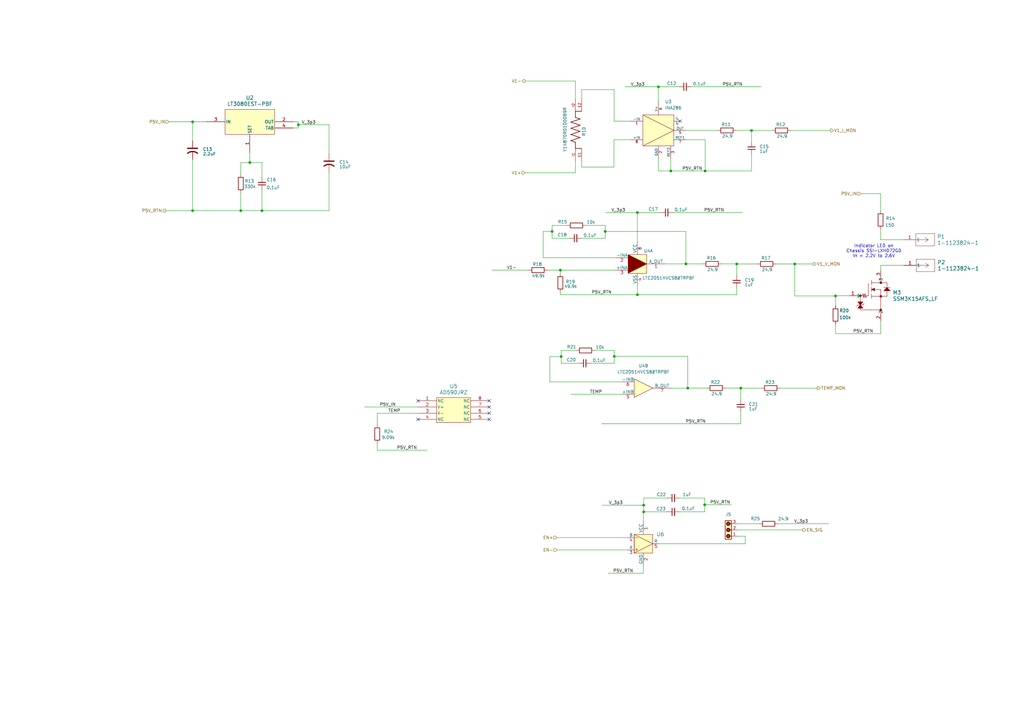
<source format=kicad_sch>
(kicad_sch
	(version 20250114)
	(generator "eeschema")
	(generator_version "9.0")
	(uuid "c2604be3-087b-4913-9054-08e2716ce918")
	(paper "A3")
	(lib_symbols
		(symbol "1-1123824-1_1"
			(pin_names
				(offset 0.254)
			)
			(exclude_from_sim no)
			(in_bom yes)
			(on_board yes)
			(property "Reference" "P"
				(at 8.89 6.35 0)
				(effects
					(font
						(size 1.524 1.524)
					)
				)
			)
			(property "Value" "1-1123824-1"
				(at 0 0 0)
				(effects
					(font
						(size 1.524 1.524)
					)
				)
			)
			(property "Footprint" "conn1_1-1123824-1_TEC"
				(at 0 0 0)
				(effects
					(font
						(size 1.27 1.27)
						(italic yes)
					)
					(hide yes)
				)
			)
			(property "Datasheet" "https://www.te.com/commerce/DocumentDelivery/DDEController?Action=srchrtrv&DocNm=1123824&DocType=Customer+Drawing&DocLang=Japanese"
				(at 0 0 0)
				(effects
					(font
						(size 1.27 1.27)
						(italic yes)
					)
					(hide yes)
				)
			)
			(property "Description" "Connector Header Through Hole 1 position"
				(at 0 0 0)
				(effects
					(font
						(size 1.27 1.27)
					)
					(hide yes)
				)
			)
			(property "Manufacturer" "TE Connectivity AMP Connectors"
				(at 0 0 0)
				(effects
					(font
						(size 1.27 1.27)
					)
					(hide yes)
				)
			)
			(property "Man. Part Num" "1-1123824-1"
				(at 0 0 0)
				(effects
					(font
						(size 1.27 1.27)
					)
					(hide yes)
				)
			)
			(property "Distributor" "Digi-Key"
				(at 0 0 0)
				(effects
					(font
						(size 1.27 1.27)
					)
					(hide yes)
				)
			)
			(property "Dist. Part Num" "A30708-ND"
				(at 0 0 0)
				(effects
					(font
						(size 1.27 1.27)
					)
					(hide yes)
				)
			)
			(property "Part Type" "Through Hole"
				(at 0 0 0)
				(effects
					(font
						(size 1.27 1.27)
					)
					(hide yes)
				)
			)
			(property "Package" "-"
				(at 0 0 0)
				(effects
					(font
						(size 1.27 1.27)
					)
					(hide yes)
				)
			)
			(property "Notes" ""
				(at 0 0 0)
				(effects
					(font
						(size 1.27 1.27)
					)
					(hide yes)
				)
			)
			(property "ki_keywords" "1-1123824-1"
				(at 0 0 0)
				(effects
					(font
						(size 1.27 1.27)
					)
					(hide yes)
				)
			)
			(property "ki_fp_filters" "conn1_1-1123824-1_TEC"
				(at 0 0 0)
				(effects
					(font
						(size 1.27 1.27)
					)
					(hide yes)
				)
			)
			(symbol "1-1123824-1_1_0_1"
				(polyline
					(pts
						(xy 5.08 2.54) (xy 5.08 -2.54)
					)
					(stroke
						(width 0.127)
						(type default)
					)
					(fill
						(type none)
					)
				)
				(polyline
					(pts
						(xy 5.08 -2.54) (xy 12.7 -2.54)
					)
					(stroke
						(width 0.127)
						(type default)
					)
					(fill
						(type none)
					)
				)
				(polyline
					(pts
						(xy 10.16 0) (xy 5.08 0)
					)
					(stroke
						(width 0.127)
						(type default)
					)
					(fill
						(type none)
					)
				)
				(polyline
					(pts
						(xy 10.16 0) (xy 8.89 0.8467)
					)
					(stroke
						(width 0.127)
						(type default)
					)
					(fill
						(type none)
					)
				)
				(polyline
					(pts
						(xy 10.16 0) (xy 8.89 -0.8467)
					)
					(stroke
						(width 0.127)
						(type default)
					)
					(fill
						(type none)
					)
				)
				(polyline
					(pts
						(xy 12.7 2.54) (xy 5.08 2.54)
					)
					(stroke
						(width 0.127)
						(type default)
					)
					(fill
						(type none)
					)
				)
				(polyline
					(pts
						(xy 12.7 -2.54) (xy 12.7 2.54)
					)
					(stroke
						(width 0.127)
						(type default)
					)
					(fill
						(type none)
					)
				)
				(pin unspecified line
					(at 0 0 0)
					(length 5.08)
					(name "1"
						(effects
							(font
								(size 1.27 1.27)
							)
						)
					)
					(number "1"
						(effects
							(font
								(size 1.27 1.27)
							)
						)
					)
				)
			)
			(embedded_fonts no)
		)
		(symbol "Analog_Dev:AD590JRZ-RL"
			(pin_names
				(offset 0.254)
			)
			(exclude_from_sim no)
			(in_bom yes)
			(on_board yes)
			(property "Reference" "U"
				(at 14.986 5.588 0)
				(effects
					(font
						(size 1.524 1.524)
					)
				)
			)
			(property "Value" "AD590JRZ"
				(at 14.986 3.048 0)
				(effects
					(font
						(size 1.524 1.524)
					)
				)
			)
			(property "Footprint" "R_8_ADI"
				(at 0 0 0)
				(effects
					(font
						(size 1.27 1.27)
						(italic yes)
					)
					(hide yes)
				)
			)
			(property "Datasheet" "https://www.analog.com/media/en/technical-documentation/data-sheets/AD590.pdf"
				(at 0 0 0)
				(effects
					(font
						(size 1.27 1.27)
						(italic yes)
					)
					(hide yes)
				)
			)
			(property "Description" "SENSOR ANALOG -55C-150C 8SOIC"
				(at 0 0 0)
				(effects
					(font
						(size 1.27 1.27)
					)
					(hide yes)
				)
			)
			(property "Manufacturer" "Analog Devices Inc."
				(at 0 0 0)
				(effects
					(font
						(size 1.27 1.27)
					)
					(hide yes)
				)
			)
			(property "Man. Part Num" "AD590JRZ"
				(at 0 0 0)
				(effects
					(font
						(size 1.27 1.27)
					)
					(hide yes)
				)
			)
			(property "Distributor" "Digi-Key"
				(at 0 0 0)
				(effects
					(font
						(size 1.27 1.27)
					)
					(hide yes)
				)
			)
			(property "Dist. Part Num" "AD590JRZ-ND"
				(at 0 0 0)
				(effects
					(font
						(size 1.27 1.27)
					)
					(hide yes)
				)
			)
			(property "Part Type" "SMD"
				(at 0 0 0)
				(effects
					(font
						(size 1.27 1.27)
					)
					(hide yes)
				)
			)
			(property "Package" "8-SOIC"
				(at 0 0 0)
				(effects
					(font
						(size 1.27 1.27)
					)
					(hide yes)
				)
			)
			(property "Notes" ""
				(at 0 0 0)
				(effects
					(font
						(size 1.27 1.27)
					)
					(hide yes)
				)
			)
			(property "ki_keywords" "AD590JRZ-RL"
				(at 0 0 0)
				(effects
					(font
						(size 1.27 1.27)
					)
					(hide yes)
				)
			)
			(property "ki_fp_filters" "R_8_ADI R_8_ADI-M R_8_ADI-L"
				(at 0 0 0)
				(effects
					(font
						(size 1.27 1.27)
					)
					(hide yes)
				)
			)
			(symbol "AD590JRZ-RL_0_1"
				(pin unspecified line
					(at 0 0 0)
					(length 7.62)
					(name "NC"
						(effects
							(font
								(size 1.27 1.27)
							)
						)
					)
					(number "1"
						(effects
							(font
								(size 1.27 1.27)
							)
						)
					)
				)
				(pin unspecified line
					(at 0 -2.54 0)
					(length 7.62)
					(name "V+"
						(effects
							(font
								(size 1.27 1.27)
							)
						)
					)
					(number "2"
						(effects
							(font
								(size 1.27 1.27)
							)
						)
					)
				)
				(pin unspecified line
					(at 0 -5.08 0)
					(length 7.62)
					(name "V-"
						(effects
							(font
								(size 1.27 1.27)
							)
						)
					)
					(number "3"
						(effects
							(font
								(size 1.27 1.27)
							)
						)
					)
				)
				(pin unspecified line
					(at 0 -7.62 0)
					(length 7.62)
					(name "NC"
						(effects
							(font
								(size 1.27 1.27)
							)
						)
					)
					(number "4"
						(effects
							(font
								(size 1.27 1.27)
							)
						)
					)
				)
				(pin unspecified line
					(at 29.21 0 180)
					(length 7.62)
					(name "NC"
						(effects
							(font
								(size 1.27 1.27)
							)
						)
					)
					(number "8"
						(effects
							(font
								(size 1.27 1.27)
							)
						)
					)
				)
				(pin unspecified line
					(at 29.21 -2.54 180)
					(length 7.62)
					(name "NC"
						(effects
							(font
								(size 1.27 1.27)
							)
						)
					)
					(number "7"
						(effects
							(font
								(size 1.27 1.27)
							)
						)
					)
				)
				(pin unspecified line
					(at 29.21 -5.08 180)
					(length 7.62)
					(name "NC"
						(effects
							(font
								(size 1.27 1.27)
							)
						)
					)
					(number "6"
						(effects
							(font
								(size 1.27 1.27)
							)
						)
					)
				)
				(pin unspecified line
					(at 29.21 -7.62 180)
					(length 7.62)
					(name "NC"
						(effects
							(font
								(size 1.27 1.27)
							)
						)
					)
					(number "5"
						(effects
							(font
								(size 1.27 1.27)
							)
						)
					)
				)
			)
			(symbol "AD590JRZ-RL_1_1"
				(rectangle
					(start 7.62 1.27)
					(end 21.59 -8.89)
					(stroke
						(width 0)
						(type default)
					)
					(fill
						(type background)
					)
				)
			)
			(embedded_fonts no)
		)
		(symbol "Analog_Dev:LT3080EST-PBF"
			(pin_names
				(offset 0.254)
			)
			(exclude_from_sim no)
			(in_bom yes)
			(on_board yes)
			(property "Reference" "U"
				(at 10.16 16.51 0)
				(effects
					(font
						(size 1.524 1.524)
					)
				)
			)
			(property "Value" "LT3080EST-PBF"
				(at 10.16 13.97 0)
				(effects
					(font
						(size 1.524 1.524)
					)
				)
			)
			(property "Footprint" "SOT-3_ST_LIT"
				(at -14.224 13.208 0)
				(effects
					(font
						(size 1.27 1.27)
						(italic yes)
					)
					(hide yes)
				)
			)
			(property "Datasheet" "https://www.analog.com/media/en/technical-documentation/data-sheets/lt3080.pdf"
				(at -10.922 19.558 0)
				(effects
					(font
						(size 1.27 1.27)
						(italic yes)
					)
					(hide yes)
				)
			)
			(property "Description" "IC REG LIN POS ADJ 1.1A SOT223-3"
				(at -17.78 6.35 0)
				(effects
					(font
						(size 1.27 1.27)
					)
					(hide yes)
				)
			)
			(property "Manufacturer" "Analog Devices Inc."
				(at 0 0 0)
				(effects
					(font
						(size 1.27 1.27)
					)
					(hide yes)
				)
			)
			(property "Man. Part Num" "LT3080EST#PBF"
				(at 0 0 0)
				(effects
					(font
						(size 1.27 1.27)
					)
					(hide yes)
				)
			)
			(property "Distributor" "Digi-Key"
				(at 0 0 0)
				(effects
					(font
						(size 1.27 1.27)
					)
					(hide yes)
				)
			)
			(property "Dist. Part Num" "505-LT3080EST#PBF-ND"
				(at 0 0 0)
				(effects
					(font
						(size 1.27 1.27)
					)
					(hide yes)
				)
			)
			(property "Part Type" "SMD"
				(at 0 0 0)
				(effects
					(font
						(size 1.27 1.27)
					)
					(hide yes)
				)
			)
			(property "Package" "SOT223-3"
				(at 0 0 0)
				(effects
					(font
						(size 1.27 1.27)
					)
					(hide yes)
				)
			)
			(property "Notes" ""
				(at 0 0 0)
				(effects
					(font
						(size 1.27 1.27)
					)
					(hide yes)
				)
			)
			(property "ki_keywords" "LT3080EST#PBF"
				(at 0 0 0)
				(effects
					(font
						(size 1.27 1.27)
					)
					(hide yes)
				)
			)
			(property "ki_fp_filters" "SOT-3_ST_LIT SOT-3_ST_LIT-M SOT-3_ST_LIT-L"
				(at 0 0 0)
				(effects
					(font
						(size 1.27 1.27)
					)
					(hide yes)
				)
			)
			(symbol "LT3080EST-PBF_0_1"
				(pin power_in line
					(at -7.62 5.08 0)
					(length 7.62)
					(name "IN"
						(effects
							(font
								(size 1.27 1.27)
							)
						)
					)
					(number "3"
						(effects
							(font
								(size 1.27 1.27)
							)
						)
					)
				)
				(pin input line
					(at 10.16 -7.62 90)
					(length 7.62)
					(name "SET"
						(effects
							(font
								(size 1.27 1.27)
							)
						)
					)
					(number "1"
						(effects
							(font
								(size 1.27 1.27)
							)
						)
					)
				)
				(pin output line
					(at 27.94 5.08 180)
					(length 7.62)
					(name "OUT"
						(effects
							(font
								(size 1.27 1.27)
							)
						)
					)
					(number "2"
						(effects
							(font
								(size 1.27 1.27)
							)
						)
					)
				)
			)
			(symbol "LT3080EST-PBF_1_1"
				(rectangle
					(start 0 10.16)
					(end 20.32 0)
					(stroke
						(width 0)
						(type default)
					)
					(fill
						(type background)
					)
				)
				(pin output line
					(at 27.94 2.54 180)
					(length 7.62)
					(name "TAB"
						(effects
							(font
								(size 1.27 1.27)
							)
						)
					)
					(number "4"
						(effects
							(font
								(size 1.27 1.27)
							)
						)
					)
				)
			)
			(embedded_fonts no)
		)
		(symbol "Analog_Dev:LTC2051HVIMS8_PBF"
			(pin_names
				(offset 0)
			)
			(exclude_from_sim no)
			(in_bom yes)
			(on_board yes)
			(property "Reference" "U"
				(at 7.112 -2.032 0)
				(effects
					(font
						(size 1.27 1.27)
					)
				)
			)
			(property "Value" "LTC2051HVCS8#TRPBF"
				(at 13.97 10.16 0)
				(effects
					(font
						(size 1.27 1.27)
					)
				)
			)
			(property "Footprint" "Analog_Dev:R_8_ADI"
				(at 0 0 0)
				(effects
					(font
						(size 1.27 1.27)
					)
					(hide yes)
				)
			)
			(property "Datasheet" "https://www.analog.com/media/en/technical-documentation/data-sheets/20512fd.pdf"
				(at 0 0 0)
				(effects
					(font
						(size 1.27 1.27)
					)
					(hide yes)
				)
			)
			(property "Description" "IC OPAMP ZERO-DRIFT 2 CIRC 8SOIC"
				(at 0 0 0)
				(effects
					(font
						(size 1.27 1.27)
					)
					(hide yes)
				)
			)
			(property "Manufacturer" "Analog Devices Inc."
				(at 0 0 0)
				(effects
					(font
						(size 1.27 1.27)
					)
					(hide yes)
				)
			)
			(property "Man. Part Num" "LTC2051HVCS8#TRPBF"
				(at 0 0 0)
				(effects
					(font
						(size 1.27 1.27)
					)
					(hide yes)
				)
			)
			(property "Distributor" "Digi-Key"
				(at 0 0 0)
				(effects
					(font
						(size 1.27 1.27)
					)
					(hide yes)
				)
			)
			(property "Dist. Part Num" "LTC2051HVCS8#TRPBFCT-ND"
				(at 0 0 0)
				(effects
					(font
						(size 1.27 1.27)
					)
					(hide yes)
				)
			)
			(property "Part Type" "SMD"
				(at 0 0 0)
				(effects
					(font
						(size 1.27 1.27)
					)
					(hide yes)
				)
			)
			(property "Package" "8-SOIC"
				(at 0 0 0)
				(effects
					(font
						(size 1.27 1.27)
					)
					(hide yes)
				)
			)
			(property "Notes" ""
				(at 0 0 0)
				(effects
					(font
						(size 1.27 1.27)
					)
					(hide yes)
				)
			)
			(property "ki_locked" ""
				(at 0 0 0)
				(effects
					(font
						(size 1.27 1.27)
					)
				)
			)
			(symbol "LTC2051HVIMS8_PBF_1_1"
				(rectangle
					(start 0 7.62)
					(end 7.62 0)
					(stroke
						(width 0)
						(type default)
					)
					(fill
						(type background)
					)
				)
				(polyline
					(pts
						(xy 0 0) (xy 0 7.62) (xy 7.62 3.81) (xy 0 0)
					)
					(stroke
						(width 0)
						(type default)
					)
					(fill
						(type outline)
					)
				)
				(pin input line
					(at -5.08 6.35 0)
					(length 5.08)
					(name "-INA"
						(effects
							(font
								(size 1.27 1.27)
							)
						)
					)
					(number "2"
						(effects
							(font
								(size 1.27 1.27)
							)
						)
					)
				)
				(pin input line
					(at -5.08 1.27 0)
					(length 5.08)
					(name "+INA"
						(effects
							(font
								(size 1.27 1.27)
							)
						)
					)
					(number "3"
						(effects
							(font
								(size 1.27 1.27)
							)
						)
					)
				)
				(pin power_in line
					(at 3.81 12.7 270)
					(length 5.08)
					(name "VCC"
						(effects
							(font
								(size 1.27 1.27)
							)
						)
					)
					(number "8"
						(effects
							(font
								(size 1.27 1.27)
							)
						)
					)
				)
				(pin power_in line
					(at 3.81 -5.08 90)
					(length 5.08)
					(name "VSS"
						(effects
							(font
								(size 1.27 1.27)
							)
						)
					)
					(number "4"
						(effects
							(font
								(size 1.27 1.27)
							)
						)
					)
				)
				(pin output line
					(at 15.24 3.81 180)
					(length 7.62)
					(name "A_OUT"
						(effects
							(font
								(size 1.27 1.27)
							)
						)
					)
					(number "1"
						(effects
							(font
								(size 1.27 1.27)
							)
						)
					)
				)
			)
			(symbol "LTC2051HVIMS8_PBF_2_1"
				(polyline
					(pts
						(xy 0 0) (xy 0 7.62) (xy 7.62 3.81) (xy 0 0)
					)
					(stroke
						(width 0)
						(type default)
					)
					(fill
						(type background)
					)
				)
				(pin input line
					(at -5.08 6.35 0)
					(length 5.08)
					(name "-INB"
						(effects
							(font
								(size 1.27 1.27)
							)
						)
					)
					(number "6"
						(effects
							(font
								(size 1.27 1.27)
							)
						)
					)
				)
				(pin input line
					(at -5.08 1.27 0)
					(length 5.08)
					(name "+INB"
						(effects
							(font
								(size 1.27 1.27)
							)
						)
					)
					(number "5"
						(effects
							(font
								(size 1.27 1.27)
							)
						)
					)
				)
				(pin output line
					(at 15.24 3.81 180)
					(length 7.62)
					(name "B_OUT"
						(effects
							(font
								(size 1.27 1.27)
							)
						)
					)
					(number "7"
						(effects
							(font
								(size 1.27 1.27)
							)
						)
					)
				)
			)
			(embedded_fonts no)
		)
		(symbol "Foil_Resistors:Y14870R01000B9R"
			(pin_names
				(offset 1.016)
			)
			(exclude_from_sim no)
			(in_bom yes)
			(on_board yes)
			(property "Reference" "R"
				(at -5.08 3.81 0)
				(effects
					(font
						(size 1.27 1.27)
					)
					(justify left bottom)
				)
			)
			(property "Value" "Y14870R01000B9R"
				(at -5.08 -5.08 0)
				(effects
					(font
						(size 1.27 1.27)
					)
					(justify left bottom)
				)
			)
			(property "Footprint" "Foil_Resistors:Y14870R01000B9R_10mOhm"
				(at 0 0 0)
				(effects
					(font
						(size 1.27 1.27)
					)
					(justify bottom)
					(hide yes)
				)
			)
			(property "Datasheet" "https://vpgfoilresistors.com/products/current-sense-resistors/csm2512/datasheet"
				(at 0 0 0)
				(effects
					(font
						(size 1.27 1.27)
					)
					(hide yes)
				)
			)
			(property "Description" "10 mOhms ±0.1% 1W Chip Resistor 2512 (6432 Metric) Current Sense, Moisture Resistant Metal Foil"
				(at 0 0 0)
				(effects
					(font
						(size 1.27 1.27)
					)
					(hide yes)
				)
			)
			(property "Manufacturer" "Vishay"
				(at 0 0 0)
				(effects
					(font
						(size 1.27 1.27)
					)
					(justify bottom)
					(hide yes)
				)
			)
			(property "Man. Part Num" "Y14870R01000B9R"
				(at 0 0 0)
				(effects
					(font
						(size 1.27 1.27)
					)
					(hide yes)
				)
			)
			(property "Distributor" "Digi-Key"
				(at 0 0 0)
				(effects
					(font
						(size 1.27 1.27)
					)
					(hide yes)
				)
			)
			(property "Dist. Part Num" "804-1044-1-ND"
				(at 0 0 0)
				(effects
					(font
						(size 1.27 1.27)
					)
					(hide yes)
				)
			)
			(property "Part Type" "SMD"
				(at 0 0 0)
				(effects
					(font
						(size 1.27 1.27)
					)
					(hide yes)
				)
			)
			(property "Package" "2512 (6432 Metric)"
				(at 0 0 0)
				(effects
					(font
						(size 1.27 1.27)
					)
					(hide yes)
				)
			)
			(property "Notes" "10mOhm Resistance"
				(at 0 0 0)
				(effects
					(font
						(size 1.27 1.27)
					)
					(hide yes)
				)
			)
			(symbol "Y14870R01000B9R_0_0"
				(polyline
					(pts
						(xy -7.62 0) (xy -7.62 -2.54)
					)
					(stroke
						(width 0.254)
						(type default)
					)
					(fill
						(type none)
					)
				)
				(polyline
					(pts
						(xy -5.08 0) (xy -7.62 0)
					)
					(stroke
						(width 0.254)
						(type default)
					)
					(fill
						(type none)
					)
				)
				(polyline
					(pts
						(xy -5.08 0) (xy -4.445 1.905)
					)
					(stroke
						(width 0.254)
						(type default)
					)
					(fill
						(type none)
					)
				)
				(polyline
					(pts
						(xy -4.445 1.905) (xy -3.175 -1.905)
					)
					(stroke
						(width 0.254)
						(type default)
					)
					(fill
						(type none)
					)
				)
				(polyline
					(pts
						(xy -3.175 -1.905) (xy -1.905 1.905)
					)
					(stroke
						(width 0.254)
						(type default)
					)
					(fill
						(type none)
					)
				)
				(polyline
					(pts
						(xy -1.905 1.905) (xy -0.635 -1.905)
					)
					(stroke
						(width 0.254)
						(type default)
					)
					(fill
						(type none)
					)
				)
				(polyline
					(pts
						(xy -0.635 -1.905) (xy 0.635 1.905)
					)
					(stroke
						(width 0.254)
						(type default)
					)
					(fill
						(type none)
					)
				)
				(polyline
					(pts
						(xy 0.635 1.905) (xy 1.905 -1.905)
					)
					(stroke
						(width 0.254)
						(type default)
					)
					(fill
						(type none)
					)
				)
				(polyline
					(pts
						(xy 1.905 -1.905) (xy 3.175 1.905)
					)
					(stroke
						(width 0.254)
						(type default)
					)
					(fill
						(type none)
					)
				)
				(polyline
					(pts
						(xy 3.175 1.905) (xy 4.445 -1.905)
					)
					(stroke
						(width 0.254)
						(type default)
					)
					(fill
						(type none)
					)
				)
				(polyline
					(pts
						(xy 4.445 -1.905) (xy 5.08 0)
					)
					(stroke
						(width 0.254)
						(type default)
					)
					(fill
						(type none)
					)
				)
				(polyline
					(pts
						(xy 5.08 0) (xy 7.62 0)
					)
					(stroke
						(width 0.254)
						(type default)
					)
					(fill
						(type none)
					)
				)
				(polyline
					(pts
						(xy 7.62 0) (xy 7.62 -2.54)
					)
					(stroke
						(width 0.254)
						(type default)
					)
					(fill
						(type none)
					)
				)
				(pin passive line
					(at -12.7 0 0)
					(length 5.08)
					(name "~"
						(effects
							(font
								(size 1.016 1.016)
							)
						)
					)
					(number "I1"
						(effects
							(font
								(size 1.016 1.016)
							)
						)
					)
				)
				(pin passive line
					(at -12.7 -2.54 0)
					(length 5.08)
					(name "~"
						(effects
							(font
								(size 1.016 1.016)
							)
						)
					)
					(number "E1"
						(effects
							(font
								(size 1.016 1.016)
							)
						)
					)
				)
				(pin passive line
					(at 12.7 0 180)
					(length 5.08)
					(name "~"
						(effects
							(font
								(size 1.016 1.016)
							)
						)
					)
					(number "I2"
						(effects
							(font
								(size 1.016 1.016)
							)
						)
					)
				)
				(pin passive line
					(at 12.7 -2.54 180)
					(length 5.08)
					(name "~"
						(effects
							(font
								(size 1.016 1.016)
							)
						)
					)
					(number "E2"
						(effects
							(font
								(size 1.016 1.016)
							)
						)
					)
				)
			)
			(embedded_fonts no)
		)
		(symbol "Passive_Parts:C"
			(pin_numbers
				(hide yes)
			)
			(pin_names
				(offset 0)
				(hide yes)
			)
			(exclude_from_sim no)
			(in_bom yes)
			(on_board yes)
			(property "Reference" "C"
				(at 2.54 5.08 0)
				(effects
					(font
						(size 1.27 1.27)
					)
				)
			)
			(property "Value" ""
				(at 0 0 0)
				(effects
					(font
						(size 1.27 1.27)
					)
				)
			)
			(property "Footprint" ""
				(at 0 0 0)
				(effects
					(font
						(size 1.27 1.27)
					)
					(hide yes)
				)
			)
			(property "Datasheet" ""
				(at 0 0 0)
				(effects
					(font
						(size 1.27 1.27)
					)
					(hide yes)
				)
			)
			(property "Description" ""
				(at 0 0 0)
				(effects
					(font
						(size 1.27 1.27)
					)
					(hide yes)
				)
			)
			(property "Manufacturer" ""
				(at 0 0 0)
				(effects
					(font
						(size 1.27 1.27)
					)
					(hide yes)
				)
			)
			(property "Man. Part Num" ""
				(at 0 0 0)
				(effects
					(font
						(size 1.27 1.27)
					)
					(hide yes)
				)
			)
			(property "Distributor" "Digi-Key"
				(at 0 0 0)
				(effects
					(font
						(size 1.27 1.27)
					)
					(hide yes)
				)
			)
			(property "Dist. Part Num" ""
				(at 0 0 0)
				(effects
					(font
						(size 1.27 1.27)
					)
					(hide yes)
				)
			)
			(property "Package" ""
				(at 0 0 0)
				(effects
					(font
						(size 1.27 1.27)
					)
					(hide yes)
				)
			)
			(property "Part Type" "SMD"
				(at 0 0 0)
				(effects
					(font
						(size 1.27 1.27)
					)
					(hide yes)
				)
			)
			(property "Notes" ""
				(at 0 0 0)
				(effects
					(font
						(size 1.27 1.27)
					)
					(hide yes)
				)
			)
			(symbol "C_0_1"
				(polyline
					(pts
						(xy 2.032 1.016) (xy 2.032 4.064)
					)
					(stroke
						(width 0.3048)
						(type default)
					)
					(fill
						(type none)
					)
				)
				(polyline
					(pts
						(xy 3.048 1.016) (xy 3.048 4.064)
					)
					(stroke
						(width 0.3302)
						(type default)
					)
					(fill
						(type none)
					)
				)
			)
			(symbol "C_1_1"
				(pin passive line
					(at 0 2.54 0)
					(length 2.032)
					(name "~"
						(effects
							(font
								(size 1.27 1.27)
							)
						)
					)
					(number "1"
						(effects
							(font
								(size 1.27 1.27)
							)
						)
					)
				)
				(pin passive line
					(at 5.08 2.54 180)
					(length 2.032)
					(name "~"
						(effects
							(font
								(size 1.27 1.27)
							)
						)
					)
					(number "2"
						(effects
							(font
								(size 1.27 1.27)
							)
						)
					)
				)
			)
			(embedded_fonts no)
		)
		(symbol "Passive_Parts:C_Tantalum"
			(pin_numbers
				(hide yes)
			)
			(pin_names
				(offset 0)
				(hide yes)
			)
			(exclude_from_sim no)
			(in_bom yes)
			(on_board yes)
			(property "Reference" "C"
				(at 0 0 0)
				(effects
					(font
						(size 1.27 1.27)
					)
				)
			)
			(property "Value" ""
				(at 0 0 0)
				(effects
					(font
						(size 1.27 1.27)
					)
				)
			)
			(property "Footprint" ""
				(at 0 0 0)
				(effects
					(font
						(size 1.27 1.27)
					)
					(hide yes)
				)
			)
			(property "Datasheet" ""
				(at 0 0 0)
				(effects
					(font
						(size 1.27 1.27)
					)
					(hide yes)
				)
			)
			(property "Description" ""
				(at 0 0 0)
				(effects
					(font
						(size 1.27 1.27)
					)
					(hide yes)
				)
			)
			(property "Manufacturer" ""
				(at 0 0 0)
				(effects
					(font
						(size 1.27 1.27)
					)
					(hide yes)
				)
			)
			(property "Man. Part Num" ""
				(at 0 0 0)
				(effects
					(font
						(size 1.27 1.27)
					)
					(hide yes)
				)
			)
			(property "Distributor" "Digi-Key"
				(at 0 0 0)
				(effects
					(font
						(size 1.27 1.27)
					)
					(hide yes)
				)
			)
			(property "Dist. Part Num" ""
				(at 0 0 0)
				(effects
					(font
						(size 1.27 1.27)
					)
					(hide yes)
				)
			)
			(property "Part Type" ""
				(at 0 0 0)
				(effects
					(font
						(size 1.27 1.27)
					)
					(hide yes)
				)
			)
			(property "Package" ""
				(at 0 0 0)
				(effects
					(font
						(size 1.27 1.27)
					)
					(hide yes)
				)
			)
			(property "Notes" ""
				(at 0 0 0)
				(effects
					(font
						(size 1.27 1.27)
					)
					(hide yes)
				)
			)
			(symbol "C_Tantalum_0_1"
				(polyline
					(pts
						(xy 4.318 0.508) (xy 4.318 4.572)
					)
					(stroke
						(width 0.508)
						(type default)
					)
					(fill
						(type none)
					)
				)
				(arc
					(start 6.35 0.508)
					(mid 5.6372 2.54)
					(end 6.35 4.572)
					(stroke
						(width 0.508)
						(type default)
					)
					(fill
						(type none)
					)
				)
			)
			(symbol "C_Tantalum_1_1"
				(pin passive line
					(at 1.27 2.54 0)
					(length 2.794)
					(name "~"
						(effects
							(font
								(size 1.27 1.27)
							)
						)
					)
					(number "1"
						(effects
							(font
								(size 1.27 1.27)
							)
						)
					)
				)
				(pin passive line
					(at 8.89 2.54 180)
					(length 3.302)
					(name "~"
						(effects
							(font
								(size 1.27 1.27)
							)
						)
					)
					(number "2"
						(effects
							(font
								(size 1.27 1.27)
							)
						)
					)
				)
			)
			(embedded_fonts no)
		)
		(symbol "Passive_Parts:R"
			(pin_numbers
				(hide yes)
			)
			(pin_names
				(offset 0)
				(hide yes)
			)
			(exclude_from_sim no)
			(in_bom yes)
			(on_board yes)
			(property "Reference" "R"
				(at 2.54 5.08 0)
				(effects
					(font
						(size 1.27 1.27)
					)
				)
			)
			(property "Value" ""
				(at 0 0 0)
				(effects
					(font
						(size 1.27 1.27)
					)
				)
			)
			(property "Footprint" ""
				(at 0 0 0)
				(effects
					(font
						(size 1.27 1.27)
					)
					(hide yes)
				)
			)
			(property "Datasheet" ""
				(at 0 0 0)
				(effects
					(font
						(size 1.27 1.27)
					)
					(hide yes)
				)
			)
			(property "Description" ""
				(at 0 0 0)
				(effects
					(font
						(size 1.27 1.27)
					)
					(hide yes)
				)
			)
			(property "Manufacturer" ""
				(at 0 0 0)
				(effects
					(font
						(size 1.27 1.27)
					)
					(hide yes)
				)
			)
			(property "Man. Part Num" ""
				(at 0 0 0)
				(effects
					(font
						(size 1.27 1.27)
					)
					(hide yes)
				)
			)
			(property "Distributor" "Digi-Key"
				(at 0 0 0)
				(effects
					(font
						(size 1.27 1.27)
					)
					(hide yes)
				)
			)
			(property "Dist. Part Num" ""
				(at 0 0 0)
				(effects
					(font
						(size 1.27 1.27)
					)
					(hide yes)
				)
			)
			(property "Part Type" "SMD"
				(at 0 0 0)
				(effects
					(font
						(size 1.27 1.27)
					)
					(hide yes)
				)
			)
			(property "Notes" ""
				(at 0 0 0)
				(effects
					(font
						(size 1.27 1.27)
					)
					(hide yes)
				)
			)
			(property "Package" ""
				(at 0 0 0)
				(effects
					(font
						(size 1.27 1.27)
					)
					(hide yes)
				)
			)
			(symbol "R_0_1"
				(rectangle
					(start 5.08 1.524)
					(end 0 3.556)
					(stroke
						(width 0.254)
						(type default)
					)
					(fill
						(type none)
					)
				)
			)
			(symbol "R_1_1"
				(pin passive line
					(at -1.27 2.54 0)
					(length 1.27)
					(name "~"
						(effects
							(font
								(size 1.27 1.27)
							)
						)
					)
					(number "1"
						(effects
							(font
								(size 1.27 1.27)
							)
						)
					)
				)
				(pin passive line
					(at 6.35 2.54 180)
					(length 1.27)
					(name "~"
						(effects
							(font
								(size 1.27 1.27)
							)
						)
					)
					(number "2"
						(effects
							(font
								(size 1.27 1.27)
							)
						)
					)
				)
			)
			(embedded_fonts no)
		)
		(symbol "TE_Connectivity:1-1123824-1"
			(pin_names
				(offset 0.254)
			)
			(exclude_from_sim no)
			(in_bom yes)
			(on_board yes)
			(property "Reference" "P"
				(at 8.89 6.35 0)
				(effects
					(font
						(size 1.524 1.524)
					)
				)
			)
			(property "Value" "1-1123824-1"
				(at 0 0 0)
				(effects
					(font
						(size 1.524 1.524)
					)
				)
			)
			(property "Footprint" "conn1_1-1123824-1_TEC"
				(at 0 0 0)
				(effects
					(font
						(size 1.27 1.27)
						(italic yes)
					)
					(hide yes)
				)
			)
			(property "Datasheet" "https://www.te.com/commerce/DocumentDelivery/DDEController?Action=srchrtrv&DocNm=1123824&DocType=Customer+Drawing&DocLang=Japanese"
				(at 0 0 0)
				(effects
					(font
						(size 1.27 1.27)
						(italic yes)
					)
					(hide yes)
				)
			)
			(property "Description" "Connector Header Through Hole 1 position"
				(at 0 0 0)
				(effects
					(font
						(size 1.27 1.27)
					)
					(hide yes)
				)
			)
			(property "Manufacturer" "TE Connectivity AMP Connectors"
				(at 0 0 0)
				(effects
					(font
						(size 1.27 1.27)
					)
					(hide yes)
				)
			)
			(property "Man. Part Num" "1-1123824-1"
				(at 0 0 0)
				(effects
					(font
						(size 1.27 1.27)
					)
					(hide yes)
				)
			)
			(property "Distributor" "Digi-Key"
				(at 0 0 0)
				(effects
					(font
						(size 1.27 1.27)
					)
					(hide yes)
				)
			)
			(property "Dist. Part Num" "A30708-ND"
				(at 0 0 0)
				(effects
					(font
						(size 1.27 1.27)
					)
					(hide yes)
				)
			)
			(property "Part Type" "Through Hole"
				(at 0 0 0)
				(effects
					(font
						(size 1.27 1.27)
					)
					(hide yes)
				)
			)
			(property "Package" "-"
				(at 0 0 0)
				(effects
					(font
						(size 1.27 1.27)
					)
					(hide yes)
				)
			)
			(property "Notes" ""
				(at 0 0 0)
				(effects
					(font
						(size 1.27 1.27)
					)
					(hide yes)
				)
			)
			(property "ki_keywords" "1-1123824-1"
				(at 0 0 0)
				(effects
					(font
						(size 1.27 1.27)
					)
					(hide yes)
				)
			)
			(property "ki_fp_filters" "conn1_1-1123824-1_TEC"
				(at 0 0 0)
				(effects
					(font
						(size 1.27 1.27)
					)
					(hide yes)
				)
			)
			(symbol "1-1123824-1_0_1"
				(polyline
					(pts
						(xy 5.08 2.54) (xy 5.08 -2.54)
					)
					(stroke
						(width 0.127)
						(type default)
					)
					(fill
						(type none)
					)
				)
				(polyline
					(pts
						(xy 5.08 -2.54) (xy 12.7 -2.54)
					)
					(stroke
						(width 0.127)
						(type default)
					)
					(fill
						(type none)
					)
				)
				(polyline
					(pts
						(xy 10.16 0) (xy 5.08 0)
					)
					(stroke
						(width 0.127)
						(type default)
					)
					(fill
						(type none)
					)
				)
				(polyline
					(pts
						(xy 10.16 0) (xy 8.89 0.8467)
					)
					(stroke
						(width 0.127)
						(type default)
					)
					(fill
						(type none)
					)
				)
				(polyline
					(pts
						(xy 10.16 0) (xy 8.89 -0.8467)
					)
					(stroke
						(width 0.127)
						(type default)
					)
					(fill
						(type none)
					)
				)
				(polyline
					(pts
						(xy 12.7 2.54) (xy 5.08 2.54)
					)
					(stroke
						(width 0.127)
						(type default)
					)
					(fill
						(type none)
					)
				)
				(polyline
					(pts
						(xy 12.7 -2.54) (xy 12.7 2.54)
					)
					(stroke
						(width 0.127)
						(type default)
					)
					(fill
						(type none)
					)
				)
				(pin unspecified line
					(at 0 0 0)
					(length 5.08)
					(name "1"
						(effects
							(font
								(size 1.27 1.27)
							)
						)
					)
					(number "1"
						(effects
							(font
								(size 1.27 1.27)
							)
						)
					)
				)
			)
			(embedded_fonts no)
		)
		(symbol "Texas Instruments:INA28x"
			(pin_names
				(offset 0)
			)
			(exclude_from_sim no)
			(in_bom yes)
			(on_board yes)
			(property "Reference" "U"
				(at -2.032 -3.556 0)
				(effects
					(font
						(size 1.27 1.27)
					)
					(justify left bottom)
				)
			)
			(property "Value" "INA28x"
				(at -6.096 14.478 0)
				(effects
					(font
						(size 1.27 1.27)
					)
					(justify left bottom)
				)
			)
			(property "Footprint" "INA285AQDRQ1:SOIC127P599X175-8N"
				(at 8.382 5.588 0)
				(effects
					(font
						(size 1.27 1.27)
					)
					(justify bottom)
					(hide yes)
				)
			)
			(property "Datasheet" "https://www.ti.com/general/docs/suppproductinfo.tsp?distId=10&gotoUrl=https%3A%2F%2Fwww.ti.com%2Flit%2Fgpn%2Fina282-q1"
				(at 0 0 0)
				(effects
					(font
						(size 1.27 1.27)
					)
					(hide yes)
				)
			)
			(property "Description" "IC CURRENT MONITOR 0.4% 8SOIC"
				(at 0 0 0)
				(effects
					(font
						(size 1.27 1.27)
					)
					(hide yes)
				)
			)
			(property "Package" "8-SOIC"
				(at 0 0 0)
				(effects
					(font
						(size 1.27 1.27)
					)
					(hide yes)
				)
			)
			(property "Manufacturer" "Texas Instruments"
				(at 0 0 0)
				(effects
					(font
						(size 1.27 1.27)
					)
					(hide yes)
				)
			)
			(property "Man. Part Num" ""
				(at 0 0 0)
				(effects
					(font
						(size 1.27 1.27)
					)
					(hide yes)
				)
			)
			(property "Distributor" "Digi-Key"
				(at 0 0 0)
				(effects
					(font
						(size 1.27 1.27)
					)
					(hide yes)
				)
			)
			(property "Dist. Part Num" ""
				(at 0 0 0)
				(effects
					(font
						(size 1.27 1.27)
					)
					(hide yes)
				)
			)
			(property "Part Type" "SMD"
				(at 0 0 0)
				(effects
					(font
						(size 1.27 1.27)
					)
					(hide yes)
				)
			)
			(property "Notes" ""
				(at 0 0 0)
				(effects
					(font
						(size 1.27 1.27)
					)
					(hide yes)
				)
			)
			(symbol "INA28x_0_0"
				(pin input line
					(at -5.08 10.16 0)
					(length 5.08)
					(name "-IN"
						(effects
							(font
								(size 1.016 1.016)
							)
						)
					)
					(number "1"
						(effects
							(font
								(size 1.016 1.016)
							)
						)
					)
				)
				(pin input line
					(at -5.08 2.54 0)
					(length 5.08)
					(name "+IN"
						(effects
							(font
								(size 1.016 1.016)
							)
						)
					)
					(number "8"
						(effects
							(font
								(size 1.016 1.016)
							)
						)
					)
				)
				(pin power_in line
					(at 6.35 17.78 270)
					(length 5.08)
					(name "V+"
						(effects
							(font
								(size 1.016 1.016)
							)
						)
					)
					(number "6"
						(effects
							(font
								(size 1.016 1.016)
							)
						)
					)
				)
				(pin power_in line
					(at 6.35 -5.08 90)
					(length 5.08)
					(name "GND"
						(effects
							(font
								(size 1.016 1.016)
							)
						)
					)
					(number "2"
						(effects
							(font
								(size 1.016 1.016)
							)
						)
					)
				)
				(pin input line
					(at 11.43 -5.08 90)
					(length 5.08)
					(name "REF2"
						(effects
							(font
								(size 1.016 1.016)
							)
						)
					)
					(number "3"
						(effects
							(font
								(size 1.016 1.016)
							)
						)
					)
				)
				(pin output line
					(at 17.78 6.35 180)
					(length 5.08)
					(name "OUT"
						(effects
							(font
								(size 1.016 1.016)
							)
						)
					)
					(number "5"
						(effects
							(font
								(size 1.016 1.016)
							)
						)
					)
				)
				(pin input line
					(at 17.78 2.54 180)
					(length 5.08)
					(name "REF1"
						(effects
							(font
								(size 1.016 1.016)
							)
						)
					)
					(number "7"
						(effects
							(font
								(size 1.016 1.016)
							)
						)
					)
				)
			)
			(symbol "INA28x_1_1"
				(rectangle
					(start 0 12.7)
					(end 12.7 0)
					(stroke
						(width 0)
						(type default)
					)
					(fill
						(type background)
					)
				)
				(polyline
					(pts
						(xy 0 12.7) (xy 12.7 6.35) (xy 0 0)
					)
					(stroke
						(width 0)
						(type default)
					)
					(fill
						(type none)
					)
				)
				(pin passive line
					(at 15.24 10.16 180)
					(length 2.54)
					(name "4"
						(effects
							(font
								(size 1.27 1.27)
							)
						)
					)
					(number "4"
						(effects
							(font
								(size 1.27 1.27)
							)
						)
					)
				)
			)
			(embedded_fonts no)
		)
		(symbol "Texas Instruments:SN65LVDS2DBVR"
			(pin_names
				(offset 0)
			)
			(exclude_from_sim no)
			(in_bom yes)
			(on_board yes)
			(property "Reference" "U"
				(at 7.366 -2.54 0)
				(effects
					(font
						(size 1.524 1.524)
					)
				)
			)
			(property "Value" "SN65LVDS2DBVR"
				(at 16.002 -6.604 0)
				(effects
					(font
						(size 1.524 1.524)
					)
					(hide yes)
				)
			)
			(property "Footprint" "Texas Instruments:DBV5"
				(at 25.654 15.24 0)
				(effects
					(font
						(size 1.27 1.27)
						(italic yes)
					)
					(hide yes)
				)
			)
			(property "Datasheet" "https://www.ti.com/lit/ds/symlink/sn65lvds1.pdf?HQS=dis-dk-null-digikeymode-dsf-pf-null-wwe&ts=1743962241896&ref_url=https%253A%252F%252Fwww.ti.com%252Fgeneral%252Fdocs%252Fsuppproductinfo.tsp%253FdistId%253D10%2526gotoUrl%253Dhttps%253A%252F%252Fwww.ti.com%252Flit%252Fgpn%252Fsn65lvds1"
				(at 24.638 12.446 0)
				(effects
					(font
						(size 1.27 1.27)
						(italic yes)
					)
					(hide yes)
				)
			)
			(property "Description" "0/1 Receiver LVDS SOT-23-5"
				(at 12.7 -13.97 0)
				(effects
					(font
						(size 1.27 1.27)
					)
					(hide yes)
				)
			)
			(property "Manufacturer" "Texas Instruments"
				(at 0 0 0)
				(effects
					(font
						(size 1.27 1.27)
					)
					(hide yes)
				)
			)
			(property "Man. Part Num" "SN65LVDS2DBVR"
				(at 0 0 0)
				(effects
					(font
						(size 1.27 1.27)
					)
					(hide yes)
				)
			)
			(property "Distributor" "Digi-Key"
				(at 0 0 0)
				(effects
					(font
						(size 1.27 1.27)
					)
					(hide yes)
				)
			)
			(property "Dist. Part Num" "296-6920-1-ND"
				(at 0 0 0)
				(effects
					(font
						(size 1.27 1.27)
					)
					(hide yes)
				)
			)
			(property "Part Type" "SMD"
				(at 0 0 0)
				(effects
					(font
						(size 1.27 1.27)
					)
					(hide yes)
				)
			)
			(property "Package" "SOT-23-5"
				(at 0 0 0)
				(effects
					(font
						(size 1.27 1.27)
					)
					(hide yes)
				)
			)
			(property "Notes" ""
				(at 0 0 0)
				(effects
					(font
						(size 1.27 1.27)
					)
					(hide yes)
				)
			)
			(property "ki_keywords" "SN65LVDS2DBVR"
				(at 0 0 0)
				(effects
					(font
						(size 1.27 1.27)
					)
					(hide yes)
				)
			)
			(property "ki_fp_filters" "DBV5 DBV5-M DBV5-L"
				(at 0 0 0)
				(effects
					(font
						(size 1.27 1.27)
					)
					(hide yes)
				)
			)
			(symbol "SN65LVDS2DBVR_1_1"
				(rectangle
					(start 0 7.62)
					(end 7.62 0)
					(stroke
						(width 0)
						(type default)
					)
					(fill
						(type background)
					)
				)
				(polyline
					(pts
						(xy 0 0) (xy 0 7.62) (xy 7.62 3.81) (xy 0 0)
					)
					(stroke
						(width 0)
						(type default)
					)
					(fill
						(type none)
					)
				)
				(text "-"
					(at 1.016 6.35 0)
					(effects
						(font
							(size 1.27 1.27)
						)
					)
				)
				(text "+"
					(at 1.016 1.524 0)
					(effects
						(font
							(size 1.27 1.27)
						)
					)
				)
				(pin input line
					(at -2.54 6.35 0)
					(length 2.54)
					(name "B"
						(effects
							(font
								(size 1.27 1.27)
							)
						)
					)
					(number "4"
						(effects
							(font
								(size 1.27 1.27)
							)
						)
					)
				)
				(pin input line
					(at -2.54 1.27 0)
					(length 2.54)
					(name "A"
						(effects
							(font
								(size 1.27 1.27)
							)
						)
					)
					(number "3"
						(effects
							(font
								(size 1.27 1.27)
							)
						)
					)
				)
				(pin power_in line
					(at 3.81 12.7 270)
					(length 5.08)
					(name "VCC"
						(effects
							(font
								(size 1.27 1.27)
							)
						)
					)
					(number "1"
						(effects
							(font
								(size 1.27 1.27)
							)
						)
					)
				)
				(pin power_in line
					(at 3.81 -5.08 90)
					(length 5.08)
					(name "GND"
						(effects
							(font
								(size 1.27 1.27)
							)
						)
					)
					(number "2"
						(effects
							(font
								(size 1.27 1.27)
							)
						)
					)
				)
				(pin output line
					(at 10.16 3.81 180)
					(length 2.54)
					(name "R"
						(effects
							(font
								(size 1.27 1.27)
							)
						)
					)
					(number "5"
						(effects
							(font
								(size 1.27 1.27)
							)
						)
					)
				)
			)
			(embedded_fonts no)
		)
		(symbol "Toshiba_Semiconductor:SSM3K15AFS_LF"
			(pin_names
				(offset 0.254)
			)
			(exclude_from_sim no)
			(in_bom yes)
			(on_board yes)
			(property "Reference" "MOSFET"
				(at 0 0 0)
				(effects
					(font
						(size 1.524 1.524)
					)
				)
			)
			(property "Value" "SSM3K15AFS_LF"
				(at 0 0 0)
				(effects
					(font
						(size 1.524 1.524)
					)
				)
			)
			(property "Footprint" "SSM_TOS"
				(at 0 0 0)
				(effects
					(font
						(size 1.27 1.27)
						(italic yes)
					)
					(hide yes)
				)
			)
			(property "Datasheet" "https://toshiba.semicon-storage.com/info/SSM3K15AFS_datasheet_en_20140301.pdf?did=5914&prodName=SSM3K15AFS"
				(at 0 0 0)
				(effects
					(font
						(size 1.27 1.27)
						(italic yes)
					)
					(hide yes)
				)
			)
			(property "Description" "MOSFET N-CH 30V 100MA SSM"
				(at 0 0 0)
				(effects
					(font
						(size 1.27 1.27)
					)
					(hide yes)
				)
			)
			(property "Manufacturer" "Toshiba Semiconductor and Storage"
				(at 0 0 0)
				(effects
					(font
						(size 1.27 1.27)
					)
					(hide yes)
				)
			)
			(property "Man. Part Num" "SSM3K15AFS,LF"
				(at 0 0 0)
				(effects
					(font
						(size 1.27 1.27)
					)
					(hide yes)
				)
			)
			(property "Distributor" "Digi-Key"
				(at 0 0 0)
				(effects
					(font
						(size 1.27 1.27)
					)
					(hide yes)
				)
			)
			(property "Dist. Part Num" "SSM3K15AFSLFCT-ND"
				(at 0 0 0)
				(effects
					(font
						(size 1.27 1.27)
					)
					(hide yes)
				)
			)
			(property "Part Type" "SMD"
				(at 0 0 0)
				(effects
					(font
						(size 1.27 1.27)
					)
					(hide yes)
				)
			)
			(property "Package" "SSM_TOS"
				(at 0 0 0)
				(effects
					(font
						(size 1.27 1.27)
					)
					(hide yes)
				)
			)
			(property "Notes" ""
				(at 0 0 0)
				(effects
					(font
						(size 1.27 1.27)
					)
					(hide yes)
				)
			)
			(property "ki_keywords" "SSM3K15AFS,LF"
				(at 0 0 0)
				(effects
					(font
						(size 1.27 1.27)
					)
					(hide yes)
				)
			)
			(property "ki_fp_filters" "SSM_TOS SSM_TOS-M SSM_TOS-L"
				(at 0 0 0)
				(effects
					(font
						(size 1.27 1.27)
					)
					(hide yes)
				)
			)
			(symbol "SSM3K15AFS_LF_0_1"
				(polyline
					(pts
						(xy 0 -7.62) (xy 2.54 -7.62)
					)
					(stroke
						(width 0.1524)
						(type default)
					)
					(fill
						(type none)
					)
				)
				(polyline
					(pts
						(xy 0.762 -10.16) (xy 1.778 -11.43)
					)
					(stroke
						(width 0.1524)
						(type default)
					)
					(fill
						(type none)
					)
				)
				(polyline
					(pts
						(xy 0.762 -10.16) (xy 1.778 -11.43) (xy 0.762 -12.7) (xy 2.794 -12.7) (xy 1.778 -11.43) (xy 2.794 -10.16)
					)
					(stroke
						(width 0)
						(type default)
					)
					(fill
						(type outline)
					)
				)
				(polyline
					(pts
						(xy 0.762 -11.43) (xy 0.254 -11.938)
					)
					(stroke
						(width 0.1524)
						(type default)
					)
					(fill
						(type none)
					)
				)
				(polyline
					(pts
						(xy 0.762 -11.43) (xy 2.794 -11.43)
					)
					(stroke
						(width 0.1524)
						(type default)
					)
					(fill
						(type none)
					)
				)
				(polyline
					(pts
						(xy 0.762 -12.7) (xy 2.794 -12.7)
					)
					(stroke
						(width 0.1524)
						(type default)
					)
					(fill
						(type none)
					)
				)
				(polyline
					(pts
						(xy 1.778 -7.62) (xy 1.778 -10.16)
					)
					(stroke
						(width 0.1524)
						(type default)
					)
					(fill
						(type none)
					)
				)
				(circle
					(center 1.778 -7.62)
					(radius 0.254)
					(stroke
						(width 0.508)
						(type default)
					)
					(fill
						(type none)
					)
				)
				(polyline
					(pts
						(xy 1.778 -11.43) (xy 0.762 -12.7)
					)
					(stroke
						(width 0.1524)
						(type default)
					)
					(fill
						(type none)
					)
				)
				(polyline
					(pts
						(xy 1.778 -11.43) (xy 2.794 -10.16)
					)
					(stroke
						(width 0.1524)
						(type default)
					)
					(fill
						(type none)
					)
				)
				(polyline
					(pts
						(xy 1.778 -12.7) (xy 1.778 -13.462)
					)
					(stroke
						(width 0.1524)
						(type default)
					)
					(fill
						(type none)
					)
				)
				(polyline
					(pts
						(xy 1.778 -13.462) (xy 10.16 -13.462)
					)
					(stroke
						(width 0.1524)
						(type default)
					)
					(fill
						(type none)
					)
				)
				(polyline
					(pts
						(xy 2.794 -6.858) (xy 2.54 -7.62)
					)
					(stroke
						(width 0.1524)
						(type default)
					)
					(fill
						(type none)
					)
				)
				(polyline
					(pts
						(xy 2.794 -10.16) (xy 0.762 -10.16)
					)
					(stroke
						(width 0.1524)
						(type default)
					)
					(fill
						(type none)
					)
				)
				(polyline
					(pts
						(xy 2.794 -11.43) (xy 3.302 -10.922)
					)
					(stroke
						(width 0.1524)
						(type default)
					)
					(fill
						(type none)
					)
				)
				(polyline
					(pts
						(xy 2.794 -12.7) (xy 1.778 -11.43)
					)
					(stroke
						(width 0.1524)
						(type default)
					)
					(fill
						(type none)
					)
				)
				(polyline
					(pts
						(xy 3.048 -8.382) (xy 2.794 -6.858)
					)
					(stroke
						(width 0.1524)
						(type default)
					)
					(fill
						(type none)
					)
				)
				(polyline
					(pts
						(xy 3.302 -6.858) (xy 3.048 -8.382)
					)
					(stroke
						(width 0.1524)
						(type default)
					)
					(fill
						(type none)
					)
				)
				(polyline
					(pts
						(xy 3.556 -8.382) (xy 3.302 -6.858)
					)
					(stroke
						(width 0.1524)
						(type default)
					)
					(fill
						(type none)
					)
				)
				(polyline
					(pts
						(xy 3.81 -6.858) (xy 3.556 -8.382)
					)
					(stroke
						(width 0.1524)
						(type default)
					)
					(fill
						(type none)
					)
				)
				(polyline
					(pts
						(xy 4.064 -8.382) (xy 3.81 -6.858)
					)
					(stroke
						(width 0.1524)
						(type default)
					)
					(fill
						(type none)
					)
				)
				(polyline
					(pts
						(xy 4.318 -7.62) (xy 4.064 -8.382)
					)
					(stroke
						(width 0.1524)
						(type default)
					)
					(fill
						(type none)
					)
				)
				(polyline
					(pts
						(xy 5.08 -7.62) (xy 4.318 -7.62)
					)
					(stroke
						(width 0.1524)
						(type default)
					)
					(fill
						(type none)
					)
				)
				(polyline
					(pts
						(xy 5.08 -7.62) (xy 5.08 -2.54)
					)
					(stroke
						(width 0.1524)
						(type default)
					)
					(fill
						(type none)
					)
				)
				(polyline
					(pts
						(xy 6.35 -3.302) (xy 6.35 -1.27)
					)
					(stroke
						(width 0.1524)
						(type default)
					)
					(fill
						(type none)
					)
				)
				(polyline
					(pts
						(xy 6.35 -5.08) (xy 7.62 -4.572)
					)
					(stroke
						(width 0.1524)
						(type default)
					)
					(fill
						(type none)
					)
				)
				(polyline
					(pts
						(xy 6.35 -6.096) (xy 6.35 -4.064)
					)
					(stroke
						(width 0.1524)
						(type default)
					)
					(fill
						(type none)
					)
				)
				(polyline
					(pts
						(xy 6.35 -7.874) (xy 12.7 -7.874)
					)
					(stroke
						(width 0.1524)
						(type default)
					)
					(fill
						(type none)
					)
				)
				(polyline
					(pts
						(xy 6.35 -8.89) (xy 6.35 -6.858)
					)
					(stroke
						(width 0.1524)
						(type default)
					)
					(fill
						(type none)
					)
				)
				(polyline
					(pts
						(xy 7.62 -4.572) (xy 7.62 -5.588)
					)
					(stroke
						(width 0.1524)
						(type default)
					)
					(fill
						(type none)
					)
				)
				(polyline
					(pts
						(xy 7.62 -4.572) (xy 6.35 -5.08) (xy 7.62 -5.588)
					)
					(stroke
						(width 0)
						(type default)
					)
					(fill
						(type outline)
					)
				)
				(polyline
					(pts
						(xy 7.62 -5.08) (xy 10.16 -5.08)
					)
					(stroke
						(width 0.1524)
						(type default)
					)
					(fill
						(type none)
					)
				)
				(polyline
					(pts
						(xy 7.62 -5.588) (xy 6.35 -5.08)
					)
					(stroke
						(width 0.1524)
						(type default)
					)
					(fill
						(type none)
					)
				)
				(polyline
					(pts
						(xy 10.16 0) (xy 10.16 -2.286)
					)
					(stroke
						(width 0.1524)
						(type default)
					)
					(fill
						(type none)
					)
				)
				(circle
					(center 10.16 -2.286)
					(radius 0.254)
					(stroke
						(width 0.508)
						(type default)
					)
					(fill
						(type none)
					)
				)
				(polyline
					(pts
						(xy 10.16 -5.08) (xy 10.16 -15.24)
					)
					(stroke
						(width 0.1524)
						(type default)
					)
					(fill
						(type none)
					)
				)
				(circle
					(center 10.16 -7.874)
					(radius 0.254)
					(stroke
						(width 0.508)
						(type default)
					)
					(fill
						(type none)
					)
				)
				(circle
					(center 10.16 -13.462)
					(radius 0.254)
					(stroke
						(width 0.508)
						(type default)
					)
					(fill
						(type none)
					)
				)
				(polyline
					(pts
						(xy 11.43 -4.318) (xy 13.97 -4.318)
					)
					(stroke
						(width 0.1524)
						(type default)
					)
					(fill
						(type none)
					)
				)
				(polyline
					(pts
						(xy 11.43 -5.588) (xy 13.97 -5.588)
					)
					(stroke
						(width 0.1524)
						(type default)
					)
					(fill
						(type none)
					)
				)
				(polyline
					(pts
						(xy 12.7 -2.286) (xy 6.35 -2.286)
					)
					(stroke
						(width 0.1524)
						(type default)
					)
					(fill
						(type none)
					)
				)
				(polyline
					(pts
						(xy 12.7 -4.318) (xy 11.43 -5.588)
					)
					(stroke
						(width 0.1524)
						(type default)
					)
					(fill
						(type none)
					)
				)
				(polyline
					(pts
						(xy 12.7 -4.318) (xy 12.7 -2.286)
					)
					(stroke
						(width 0.1524)
						(type default)
					)
					(fill
						(type none)
					)
				)
				(polyline
					(pts
						(xy 12.7 -4.318) (xy 11.43 -5.588) (xy 13.97 -5.588)
					)
					(stroke
						(width 0)
						(type default)
					)
					(fill
						(type outline)
					)
				)
				(polyline
					(pts
						(xy 12.7 -7.874) (xy 12.7 -5.588)
					)
					(stroke
						(width 0.1524)
						(type default)
					)
					(fill
						(type none)
					)
				)
				(polyline
					(pts
						(xy 13.97 -5.588) (xy 12.7 -4.318)
					)
					(stroke
						(width 0.1524)
						(type default)
					)
					(fill
						(type none)
					)
				)
				(pin unspecified line
					(at -2.54 -7.62 0)
					(length 2.54)
					(name "1"
						(effects
							(font
								(size 1.27 1.27)
							)
						)
					)
					(number "1"
						(effects
							(font
								(size 1.27 1.27)
							)
						)
					)
				)
				(pin unspecified line
					(at 10.16 2.54 270)
					(length 2.54)
					(name "3"
						(effects
							(font
								(size 1.27 1.27)
							)
						)
					)
					(number "3"
						(effects
							(font
								(size 1.27 1.27)
							)
						)
					)
				)
				(pin unspecified line
					(at 10.16 -17.78 90)
					(length 2.54)
					(name "2"
						(effects
							(font
								(size 1.27 1.27)
							)
						)
					)
					(number "2"
						(effects
							(font
								(size 1.27 1.27)
							)
						)
					)
				)
			)
			(embedded_fonts no)
		)
		(symbol "Wurth Elektronik:6130XX11121_61300311121"
			(pin_names
				(offset 1.016)
			)
			(exclude_from_sim no)
			(in_bom yes)
			(on_board yes)
			(property "Reference" "J"
				(at -5.08 -1.778 0)
				(effects
					(font
						(size 1.27 1.27)
					)
					(justify right bottom)
				)
			)
			(property "Value" "61300311121"
				(at 0 0 0)
				(effects
					(font
						(size 1.27 1.27)
					)
					(justify bottom)
					(hide yes)
				)
			)
			(property "Footprint" "6130XX11121_61300311121:61300311121"
				(at 0 0 0)
				(effects
					(font
						(size 1.27 1.27)
					)
					(justify bottom)
					(hide yes)
				)
			)
			(property "Datasheet" ""
				(at 0 0 0)
				(effects
					(font
						(size 1.27 1.27)
					)
					(hide yes)
				)
			)
			(property "Description" ""
				(at 0 0 0)
				(effects
					(font
						(size 1.27 1.27)
					)
					(hide yes)
				)
			)
			(property "ROWS" "Single"
				(at 0 0 0)
				(effects
					(font
						(size 1.27 1.27)
					)
					(justify bottom)
					(hide yes)
				)
			)
			(property "GENDER" "Pin Header"
				(at 0 0 0)
				(effects
					(font
						(size 1.27 1.27)
					)
					(justify bottom)
					(hide yes)
				)
			)
			(property "MOUNT" "THT"
				(at 0 0 0)
				(effects
					(font
						(size 1.27 1.27)
					)
					(justify bottom)
					(hide yes)
				)
			)
			(property "IR" "3A"
				(at 0 0 0)
				(effects
					(font
						(size 1.27 1.27)
					)
					(justify bottom)
					(hide yes)
				)
			)
			(property "PACKAGING" "Bag"
				(at 0 0 0)
				(effects
					(font
						(size 1.27 1.27)
					)
					(justify bottom)
					(hide yes)
				)
			)
			(property "PART-NUMBER" "61300311121"
				(at 0 0 0)
				(effects
					(font
						(size 1.27 1.27)
					)
					(justify bottom)
					(hide yes)
				)
			)
			(property "DATASHEET-URL" "https://www.we-online.com/redexpert/spec/61300311121?ae"
				(at 0 0 0)
				(effects
					(font
						(size 1.27 1.27)
					)
					(justify bottom)
					(hide yes)
				)
			)
			(property "PITCH" "2.54mm"
				(at 0 0 0)
				(effects
					(font
						(size 1.27 1.27)
					)
					(justify bottom)
					(hide yes)
				)
			)
			(property "PINS" "3"
				(at 0 0 0)
				(effects
					(font
						(size 1.27 1.27)
					)
					(justify bottom)
					(hide yes)
				)
			)
			(property "TYPE" "Straight"
				(at 0 0 0)
				(effects
					(font
						(size 1.27 1.27)
					)
					(justify bottom)
					(hide yes)
				)
			)
			(symbol "6130XX11121_61300311121_0_0"
				(rectangle
					(start -3.81 -2.54)
					(end 3.81 0)
					(stroke
						(width 0.254)
						(type default)
					)
					(fill
						(type background)
					)
				)
				(circle
					(center -2.54 -1.27)
					(radius 0.254)
					(stroke
						(width 0.635)
						(type default)
					)
					(fill
						(type none)
					)
				)
				(polyline
					(pts
						(xy -2.54 -1.27) (xy -2.54 -2.54)
					)
					(stroke
						(width 0.254)
						(type default)
					)
					(fill
						(type none)
					)
				)
				(polyline
					(pts
						(xy 0 -1.27) (xy 0 -2.54)
					)
					(stroke
						(width 0.254)
						(type default)
					)
					(fill
						(type none)
					)
				)
				(circle
					(center 0 -1.27)
					(radius 0.254)
					(stroke
						(width 0.635)
						(type default)
					)
					(fill
						(type none)
					)
				)
				(polyline
					(pts
						(xy 2.54 -1.27) (xy 2.54 -2.54)
					)
					(stroke
						(width 0.254)
						(type default)
					)
					(fill
						(type none)
					)
				)
				(circle
					(center 2.54 -1.27)
					(radius 0.254)
					(stroke
						(width 0.635)
						(type default)
					)
					(fill
						(type none)
					)
				)
				(pin passive line
					(at -2.54 -5.08 90)
					(length 2.54)
					(name "~"
						(effects
							(font
								(size 1.016 1.016)
							)
						)
					)
					(number "1"
						(effects
							(font
								(size 1.016 1.016)
							)
						)
					)
				)
				(pin passive line
					(at 0 -5.08 90)
					(length 2.54)
					(name "~"
						(effects
							(font
								(size 1.016 1.016)
							)
						)
					)
					(number "2"
						(effects
							(font
								(size 1.016 1.016)
							)
						)
					)
				)
				(pin passive line
					(at 2.54 -5.08 90)
					(length 2.54)
					(name "~"
						(effects
							(font
								(size 1.016 1.016)
							)
						)
					)
					(number "3"
						(effects
							(font
								(size 1.016 1.016)
							)
						)
					)
				)
			)
			(embedded_fonts no)
		)
	)
	(text "Indicator LED on\nChassis SSI-LXH072GD\nV_{f} = 2.2V to 2.6V"
		(exclude_from_sim no)
		(at 358.4092 103.0276 0)
		(effects
			(font
				(size 1.27 1.27)
			)
		)
		(uuid "ce073b1d-55a0-41e4-8e21-bcc3780b4b18")
	)
	(junction
		(at 325.9432 108.2647)
		(diameter 0)
		(color 0 0 0 0)
		(uuid "028f4378-48a2-4ec8-bf8e-2aacac135c05")
	)
	(junction
		(at 248.2189 94.935)
		(diameter 0)
		(color 0 0 0 0)
		(uuid "049e8bd3-5bcb-4b23-b619-f15062d9c87a")
	)
	(junction
		(at 281.3305 108.2413)
		(diameter 0)
		(color 0 0 0 0)
		(uuid "0d0f38b3-dbd8-4ca2-9f03-46b9aa0b4241")
	)
	(junction
		(at 122.3647 51.1794)
		(diameter 0)
		(color 0 0 0 0)
		(uuid "0ee33e4c-1b58-410a-8d78-480960054273")
	)
	(junction
		(at 78.9845 49.9553)
		(diameter 0)
		(color 0 0 0 0)
		(uuid "2a0452ee-69aa-4fb6-9d19-cdb1319d6dac")
	)
	(junction
		(at 107.4402 86.3814)
		(diameter 0)
		(color 0 0 0 0)
		(uuid "2ff2473a-34c0-422c-93d4-18c2f83309f2")
	)
	(junction
		(at 261.44 120.8776)
		(diameter 0)
		(color 0 0 0 0)
		(uuid "403a3856-a969-4604-89dc-068d17c280f7")
	)
	(junction
		(at 230.1531 146.2203)
		(diameter 0)
		(color 0 0 0 0)
		(uuid "485c9689-44bd-4b98-a269-d8893096ddf9")
	)
	(junction
		(at 342.6867 121.3824)
		(diameter 0)
		(color 0 0 0 0)
		(uuid "4be0dd8e-a1fc-4bd7-be51-db70e8094b33")
	)
	(junction
		(at 251.94 146.1664)
		(diameter 0)
		(color 0 0 0 0)
		(uuid "538311a6-7d91-422a-896d-802a8ca05c1f")
	)
	(junction
		(at 98.7604 86.3814)
		(diameter 0)
		(color 0 0 0 0)
		(uuid "54cf164a-161a-4a2b-a489-76041c313a19")
	)
	(junction
		(at 308.2329 53.5166)
		(diameter 0)
		(color 0 0 0 0)
		(uuid "5ae38bbd-8491-4bb7-a189-bc3cd33991a9")
	)
	(junction
		(at 275.1245 70.1144)
		(diameter 0)
		(color 0 0 0 0)
		(uuid "852f4cd9-9627-4d9e-98d3-5c52449eab5f")
	)
	(junction
		(at 303.8244 159.1864)
		(diameter 0)
		(color 0 0 0 0)
		(uuid "87ecf5ee-ab44-4a18-ba26-6131adaa1eb4")
	)
	(junction
		(at 102.46 66.6592)
		(diameter 0)
		(color 0 0 0 0)
		(uuid "89b16943-14e7-4b8f-9e67-323fe09369c0")
	)
	(junction
		(at 226.432 94.935)
		(diameter 0)
		(color 0 0 0 0)
		(uuid "971bd57a-7d0f-43e4-8d7f-e7488d40764f")
	)
	(junction
		(at 263.9785 209.9352)
		(diameter 0)
		(color 0 0 0 0)
		(uuid "9ef1b84e-f7f6-4b69-b13c-25cbfa37a16b")
	)
	(junction
		(at 78.9845 86.3814)
		(diameter 0)
		(color 0 0 0 0)
		(uuid "be02b376-5d1b-4fc9-b132-8b6d0ad76506")
	)
	(junction
		(at 289.2024 70.1144)
		(diameter 0)
		(color 0 0 0 0)
		(uuid "ca483938-43b4-4cb8-a24f-868c7dfba5f5")
	)
	(junction
		(at 270.0445 35.6006)
		(diameter 0)
		(color 0 0 0 0)
		(uuid "ce4de691-0054-4592-9aae-361b08bf5343")
	)
	(junction
		(at 302.148 108.2647)
		(diameter 0)
		(color 0 0 0 0)
		(uuid "d0d317dc-823d-438f-bb7e-18875e21464a")
	)
	(junction
		(at 263.9785 207.1911)
		(diameter 0)
		(color 0 0 0 0)
		(uuid "e0357f34-7f1c-48cd-821f-49af7b368f8f")
	)
	(junction
		(at 282.0855 159.163)
		(diameter 0)
		(color 0 0 0 0)
		(uuid "ed4072fc-77c5-42ca-ba2d-a48c13600294")
	)
	(junction
		(at 261.44 87.1694)
		(diameter 0)
		(color 0 0 0 0)
		(uuid "ee868d9f-8bb5-4e8b-bac5-0e4a82e10cf9")
	)
	(junction
		(at 289.001 207.0187)
		(diameter 0)
		(color 0 0 0 0)
		(uuid "f5610acd-d84f-4d4a-8d8b-5c8d5bd14f0e")
	)
	(junction
		(at 229.8248 110.7813)
		(diameter 0)
		(color 0 0 0 0)
		(uuid "fde8b490-7fe8-4640-b7e7-a011f785ecb1")
	)
	(no_connect
		(at 171.4523 172.0035)
		(uuid "3d1c5a26-92fb-4de9-b1f0-484fb4ec95fa")
	)
	(no_connect
		(at 200.6623 164.3835)
		(uuid "513db128-f1d0-4081-b53a-9b7002d2358c")
	)
	(no_connect
		(at 200.6623 166.9235)
		(uuid "52c72bfe-5f68-4207-a539-64fb02d209cf")
	)
	(no_connect
		(at 200.6623 172.0035)
		(uuid "64800b0d-64d0-41e9-8794-306dc0cb6d32")
	)
	(no_connect
		(at 200.6623 169.4635)
		(uuid "7bf3ff00-44ca-417d-8edb-0d865d846cf2")
	)
	(no_connect
		(at 171.4523 164.3835)
		(uuid "9495c38a-8ec5-474b-9350-cdb402b9f292")
	)
	(no_connect
		(at 278.9345 49.6832)
		(uuid "b3b08c20-907c-4775-b59d-249fadf1e0ed")
	)
	(wire
		(pts
			(xy 154.7181 184.6237) (xy 175.1837 184.6237)
		)
		(stroke
			(width 0)
			(type default)
		)
		(uuid "0033d39a-0661-40e5-a946-44cfd03d63c7")
	)
	(wire
		(pts
			(xy 251.94 146.1664) (xy 251.94 148.9886)
		)
		(stroke
			(width 0)
			(type default)
		)
		(uuid "009475da-38de-4ada-8f9b-190a340b6443")
	)
	(wire
		(pts
			(xy 263.893 235.1279) (xy 249.3954 235.1279)
		)
		(stroke
			(width 0)
			(type default)
		)
		(uuid "013e9496-a34f-4896-9a48-e236d93adbfc")
	)
	(wire
		(pts
			(xy 251.8604 36.7391) (xy 251.8604 49.6832)
		)
		(stroke
			(width 0)
			(type default)
		)
		(uuid "070bd8aa-ada4-45aa-92ff-a253688c3af7")
	)
	(wire
		(pts
			(xy 263.9785 204.254) (xy 263.9785 207.1911)
		)
		(stroke
			(width 0)
			(type default)
		)
		(uuid "08c9f372-7dda-4e34-8521-992f824115be")
	)
	(wire
		(pts
			(xy 251.94 148.9886) (xy 242.3292 148.9886)
		)
		(stroke
			(width 0)
			(type default)
		)
		(uuid "09334f85-38e5-4f11-9805-255150ee5d90")
	)
	(wire
		(pts
			(xy 282.0855 146.1664) (xy 282.0855 159.163)
		)
		(stroke
			(width 0)
			(type default)
		)
		(uuid "0a4a6d11-7e59-4e7c-a3d7-de495b4fd4af")
	)
	(wire
		(pts
			(xy 246.9583 207.1911) (xy 263.9785 207.1911)
		)
		(stroke
			(width 0)
			(type default)
		)
		(uuid "0ddd8ad2-f06f-443d-964a-0c8bc9af2769")
	)
	(wire
		(pts
			(xy 246.7535 173.8193) (xy 303.8244 173.8193)
		)
		(stroke
			(width 0)
			(type default)
		)
		(uuid "0f656492-1d57-43c7-bd15-bdfcc628be47")
	)
	(wire
		(pts
			(xy 308.2329 53.4932) (xy 308.2329 53.5166)
		)
		(stroke
			(width 0)
			(type default)
		)
		(uuid "12af08d2-5d1d-4c6c-9c90-a77fb04b6a81")
	)
	(wire
		(pts
			(xy 251.8124 68.5205) (xy 251.8124 57.3032)
		)
		(stroke
			(width 0)
			(type default)
		)
		(uuid "1321ecd7-4a34-4b9c-8c80-9178d353a6c3")
	)
	(wire
		(pts
			(xy 281.3305 94.935) (xy 281.3305 108.2413)
		)
		(stroke
			(width 0)
			(type default)
		)
		(uuid "13fabd1a-0671-450a-9f4a-4f1fbdfc60e6")
	)
	(wire
		(pts
			(xy 240.2376 92.4543) (xy 248.2189 92.4543)
		)
		(stroke
			(width 0)
			(type default)
		)
		(uuid "14b8c736-6560-4bef-ae78-7390ea92caef")
	)
	(wire
		(pts
			(xy 215.3453 33.2398) (xy 236.0176 33.2398)
		)
		(stroke
			(width 0)
			(type default)
		)
		(uuid "16b84de7-9dfb-430f-895f-1f121d4b8b48")
	)
	(wire
		(pts
			(xy 342.6867 121.2736) (xy 342.6867 121.3824)
		)
		(stroke
			(width 0)
			(type default)
		)
		(uuid "17a093f4-b6b4-4536-8773-8ceb08549132")
	)
	(wire
		(pts
			(xy 263.893 209.9352) (xy 263.9785 209.9352)
		)
		(stroke
			(width 0)
			(type default)
		)
		(uuid "18f334d3-82d4-40af-9edc-4668b4620eb8")
	)
	(wire
		(pts
			(xy 275.1245 70.1144) (xy 289.2024 70.1144)
		)
		(stroke
			(width 0)
			(type default)
		)
		(uuid "1959f756-637b-4493-acfa-2aed9050b388")
	)
	(wire
		(pts
			(xy 226.432 94.935) (xy 222.765 94.935)
		)
		(stroke
			(width 0)
			(type default)
		)
		(uuid "1a1126d5-f071-4fef-b600-1b1d79110efe")
	)
	(wire
		(pts
			(xy 236.0176 40.547) (xy 236.0176 33.2398)
		)
		(stroke
			(width 0)
			(type default)
		)
		(uuid "1b9fe233-0a70-4ff8-8d58-cddde2542f46")
	)
	(wire
		(pts
			(xy 281.3305 108.2413) (xy 288.2466 108.2413)
		)
		(stroke
			(width 0)
			(type default)
		)
		(uuid "1d94ebf0-bce3-4b5e-9fc8-3256239f2cb2")
	)
	(wire
		(pts
			(xy 263.9785 207.1911) (xy 263.9785 209.9352)
		)
		(stroke
			(width 0)
			(type default)
		)
		(uuid "1dca540a-0a88-41fc-8611-ead30fc7485d")
	)
	(wire
		(pts
			(xy 324.3375 53.5166) (xy 340.568 53.5166)
		)
		(stroke
			(width 0)
			(type default)
		)
		(uuid "1eeee15d-f7b9-4b4c-a15c-7bde1ede85ae")
	)
	(wire
		(pts
			(xy 297.543 159.163) (xy 303.8244 159.163)
		)
		(stroke
			(width 0)
			(type default)
		)
		(uuid "20d258fc-e78c-49ef-8be9-09ec4cdd0c13")
	)
	(wire
		(pts
			(xy 134.9486 51.1794) (xy 134.9486 63.0419)
		)
		(stroke
			(width 0)
			(type default)
		)
		(uuid "219b9e6d-619f-424e-b7d9-8942ecc57e45")
	)
	(wire
		(pts
			(xy 319.0676 214.815) (xy 339.8944 214.815)
		)
		(stroke
			(width 0)
			(type default)
		)
		(uuid "2559e02c-c33a-4fbb-bbaf-5c836c874ab8")
	)
	(wire
		(pts
			(xy 238.5576 65.947) (xy 238.5576 68.5205)
		)
		(stroke
			(width 0)
			(type default)
		)
		(uuid "280983db-104c-4017-8520-50a21453a57e")
	)
	(wire
		(pts
			(xy 272.87 108.2413) (xy 281.3305 108.2413)
		)
		(stroke
			(width 0)
			(type default)
		)
		(uuid "2b38bda4-0c33-4fa8-9856-235f5b885245")
	)
	(wire
		(pts
			(xy 98.7604 79.093) (xy 98.7604 86.3814)
		)
		(stroke
			(width 0)
			(type default)
		)
		(uuid "2bcc91ed-8c57-48cf-83a1-0afbe86b29a2")
	)
	(wire
		(pts
			(xy 302.148 108.2647) (xy 310.6326 108.2647)
		)
		(stroke
			(width 0)
			(type default)
		)
		(uuid "2f68b164-ddba-4094-b8e8-e8a5af472cd6")
	)
	(wire
		(pts
			(xy 225.5332 146.2203) (xy 225.5332 156.6418)
		)
		(stroke
			(width 0)
			(type default)
		)
		(uuid "30042edc-978f-4d00-bbdd-ff886d41d6aa")
	)
	(wire
		(pts
			(xy 308.2329 70.1144) (xy 289.2024 70.1144)
		)
		(stroke
			(width 0)
			(type default)
		)
		(uuid "31067c9c-e08c-4421-b7fa-9af215fa5c2d")
	)
	(wire
		(pts
			(xy 270.0445 42.0632) (xy 270.0445 35.6006)
		)
		(stroke
			(width 0)
			(type default)
		)
		(uuid "34d0303d-4aa9-48ba-8645-3207157a9909")
	)
	(wire
		(pts
			(xy 303.8244 168.9641) (xy 303.8244 173.8193)
		)
		(stroke
			(width 0)
			(type default)
		)
		(uuid "358506ec-4c14-4112-9fdd-8b8c241160ab")
	)
	(wire
		(pts
			(xy 342.6867 136.8266) (xy 361.2572 136.8266)
		)
		(stroke
			(width 0)
			(type default)
		)
		(uuid "35d81556-f1d7-45d4-8fa3-461a64645778")
	)
	(wire
		(pts
			(xy 243.9587 143.7396) (xy 251.94 143.7396)
		)
		(stroke
			(width 0)
			(type default)
		)
		(uuid "367bae3d-a293-45cc-8eba-3cbafb3136e6")
	)
	(wire
		(pts
			(xy 122.3647 52.4953) (xy 120.24 52.4953)
		)
		(stroke
			(width 0)
			(type default)
		)
		(uuid "3856c467-7cc1-4be5-a86b-f5a5b9cf884d")
	)
	(wire
		(pts
			(xy 251.94 146.1664) (xy 282.0855 146.1664)
		)
		(stroke
			(width 0)
			(type default)
		)
		(uuid "38787f70-dcd4-42ec-a1c1-882b17c0cb9d")
	)
	(wire
		(pts
			(xy 134.9486 70.6619) (xy 134.9486 86.3814)
		)
		(stroke
			(width 0)
			(type default)
		)
		(uuid "39cdbb01-db0a-4e73-8d2a-ed6efae3f6a7")
	)
	(wire
		(pts
			(xy 122.3647 51.1794) (xy 122.3647 52.4953)
		)
		(stroke
			(width 0)
			(type default)
		)
		(uuid "3dca14ca-07ee-4c54-acd6-22c7ee83aa76")
	)
	(wire
		(pts
			(xy 301.9515 53.4932) (xy 308.2329 53.4932)
		)
		(stroke
			(width 0)
			(type default)
		)
		(uuid "45ccefa2-4f6f-4347-8ae2-05e8e4dc01c0")
	)
	(wire
		(pts
			(xy 216.8493 110.7813) (xy 201.7717 110.7813)
		)
		(stroke
			(width 0)
			(type default)
		)
		(uuid "48db0119-9161-44e0-80db-f3f298562044")
	)
	(wire
		(pts
			(xy 289.001 209.9352) (xy 278.708 209.9352)
		)
		(stroke
			(width 0)
			(type default)
		)
		(uuid "51bbf850-41e9-4b2c-b725-048158000773")
	)
	(wire
		(pts
			(xy 98.7604 66.6592) (xy 98.7604 71.473)
		)
		(stroke
			(width 0)
			(type default)
		)
		(uuid "53f77b4c-3ee8-4776-9861-f9e3258bf8e6")
	)
	(wire
		(pts
			(xy 226.432 92.4543) (xy 226.432 94.935)
		)
		(stroke
			(width 0)
			(type default)
		)
		(uuid "587176fb-3bce-4df3-8795-92d7009d2d66")
	)
	(wire
		(pts
			(xy 325.9432 121.3824) (xy 342.6867 121.3824)
		)
		(stroke
			(width 0)
			(type default)
		)
		(uuid "5902c661-fb6c-4f7a-9cf4-313dbab5c375")
	)
	(wire
		(pts
			(xy 78.9845 57.7763) (xy 78.9845 49.9553)
		)
		(stroke
			(width 0)
			(type default)
		)
		(uuid "59042e73-b228-49b9-a707-7b2bd90633a7")
	)
	(wire
		(pts
			(xy 78.9845 86.3814) (xy 98.7604 86.3814)
		)
		(stroke
			(width 0)
			(type default)
		)
		(uuid "597f710c-1207-4f21-8524-eedb0f1a1095")
	)
	(wire
		(pts
			(xy 270.0445 70.1144) (xy 275.1245 70.1144)
		)
		(stroke
			(width 0)
			(type default)
		)
		(uuid "5ab33e87-6d4f-448e-9c25-2b8af5e5093f")
	)
	(wire
		(pts
			(xy 289.001 207.0187) (xy 289.001 209.9352)
		)
		(stroke
			(width 0)
			(type default)
		)
		(uuid "5cbabcb8-8d7f-4338-80de-544eeea3b796")
	)
	(wire
		(pts
			(xy 154.7181 184.6237) (xy 154.7181 181.8261)
		)
		(stroke
			(width 0)
			(type default)
		)
		(uuid "5fa5b38c-95cd-4f46-b3e4-327bdf1afecf")
	)
	(wire
		(pts
			(xy 251.94 143.7396) (xy 251.94 146.1664)
		)
		(stroke
			(width 0)
			(type default)
		)
		(uuid "61092329-cce9-415b-96e6-75e98ce73786")
	)
	(wire
		(pts
			(xy 229.8248 110.7813) (xy 252.55 110.7813)
		)
		(stroke
			(width 0)
			(type default)
		)
		(uuid "62b5c366-d8c5-404a-890d-da725b403b28")
	)
	(wire
		(pts
			(xy 224.4693 110.7813) (xy 229.8248 110.7813)
		)
		(stroke
			(width 0)
			(type default)
		)
		(uuid "684d4dbd-8393-4d85-9d10-3ee8ed7037bf")
	)
	(wire
		(pts
			(xy 325.9432 108.2647) (xy 325.9432 121.3824)
		)
		(stroke
			(width 0)
			(type default)
		)
		(uuid "68f3b775-3481-4569-b080-91508eff9ddb")
	)
	(wire
		(pts
			(xy 225.5332 156.6418) (xy 255.003 156.6418)
		)
		(stroke
			(width 0)
			(type default)
		)
		(uuid "69a625ac-099a-4144-8ffe-68ab710a3bdd")
	)
	(wire
		(pts
			(xy 120.24 49.9553) (xy 122.3647 49.9553)
		)
		(stroke
			(width 0)
			(type default)
		)
		(uuid "6c57a207-1c77-485c-9f47-041190d152c2")
	)
	(wire
		(pts
			(xy 248.2189 97.7033) (xy 238.6081 97.7033)
		)
		(stroke
			(width 0)
			(type default)
		)
		(uuid "6dd219b4-b0a0-41c9-b46d-d4d8b633e88d")
	)
	(wire
		(pts
			(xy 281.4745 57.3032) (xy 289.2024 57.3032)
		)
		(stroke
			(width 0)
			(type default)
		)
		(uuid "6f6b4bc2-f95b-41dd-b39f-febf32d81003")
	)
	(wire
		(pts
			(xy 282.0855 159.1818) (xy 275.323 159.1818)
		)
		(stroke
			(width 0)
			(type default)
		)
		(uuid "6fdb3379-f75e-4983-ada2-4dd6f84e1b32")
	)
	(wire
		(pts
			(xy 230.1531 146.2203) (xy 230.1531 148.9886)
		)
		(stroke
			(width 0)
			(type default)
		)
		(uuid "713241fd-e9ee-4335-b3a0-ab459a74d3c7")
	)
	(wire
		(pts
			(xy 305.6735 223.0175) (xy 305.6735 219.895)
		)
		(stroke
			(width 0)
			(type default)
		)
		(uuid "7386df86-f995-4815-ac6f-371e22e516ac")
	)
	(wire
		(pts
			(xy 289.001 207.0187) (xy 299.9304 207.0187)
		)
		(stroke
			(width 0)
			(type default)
		)
		(uuid "77073c19-2575-4cd8-96ea-9c7d0e80cbfa")
	)
	(wire
		(pts
			(xy 107.4402 86.3814) (xy 134.9486 86.3814)
		)
		(stroke
			(width 0)
			(type default)
		)
		(uuid "788d4c2e-c7f8-4bd3-9c53-3c1347be1727")
	)
	(wire
		(pts
			(xy 308.2329 53.5166) (xy 308.2329 58.2143)
		)
		(stroke
			(width 0)
			(type default)
		)
		(uuid "79a72877-632c-4ce6-8bee-5279d433c827")
	)
	(wire
		(pts
			(xy 289.2024 57.3032) (xy 289.2024 70.1144)
		)
		(stroke
			(width 0)
			(type default)
		)
		(uuid "79cf2495-dfb8-4726-b75c-95325fa385c6")
	)
	(wire
		(pts
			(xy 305.6735 219.895) (xy 302.5026 219.895)
		)
		(stroke
			(width 0)
			(type default)
		)
		(uuid "7ed2dd02-23fa-49b2-a577-d401c239403c")
	)
	(wire
		(pts
			(xy 303.8244 159.1864) (xy 303.8244 163.8841)
		)
		(stroke
			(width 0)
			(type default)
		)
		(uuid "7f988ed5-ab56-4ad1-a156-dba2764080d6")
	)
	(wire
		(pts
			(xy 236.3387 143.7396) (xy 230.1531 143.7396)
		)
		(stroke
			(width 0)
			(type default)
		)
		(uuid "80258d57-f35f-4f1a-9e0d-c652951da55c")
	)
	(wire
		(pts
			(xy 302.148 120.8776) (xy 261.44 120.8776)
		)
		(stroke
			(width 0)
			(type default)
		)
		(uuid "8260d810-f58b-4b55-a864-5de41bd4f858")
	)
	(wire
		(pts
			(xy 275.1245 64.9232) (xy 275.1245 70.1144)
		)
		(stroke
			(width 0)
			(type default)
		)
		(uuid "88cba815-29aa-4bdc-8964-da510435d23f")
	)
	(wire
		(pts
			(xy 229.8248 120.8776) (xy 261.44 120.8776)
		)
		(stroke
			(width 0)
			(type default)
		)
		(uuid "8a05e317-7c28-460b-b821-08e8d89a0f19")
	)
	(wire
		(pts
			(xy 257.543 220.4775) (xy 228.422 220.4775)
		)
		(stroke
			(width 0)
			(type default)
		)
		(uuid "8cd5b2a7-4ddf-4321-a651-bd9916aeefa8")
	)
	(wire
		(pts
			(xy 273.628 209.9352) (xy 263.9785 209.9352)
		)
		(stroke
			(width 0)
			(type default)
		)
		(uuid "8e105544-e786-46f1-a8c7-9c290a95774d")
	)
	(wire
		(pts
			(xy 342.6867 133.0098) (xy 342.6867 136.8266)
		)
		(stroke
			(width 0)
			(type default)
		)
		(uuid "8e800a8c-ea1c-41a7-b03e-667068328ce7")
	)
	(wire
		(pts
			(xy 318.2526 108.2647) (xy 325.9432 108.2647)
		)
		(stroke
			(width 0)
			(type default)
		)
		(uuid "8f0be106-23ad-4010-889d-19905a878f83")
	)
	(wire
		(pts
			(xy 236.0176 65.947) (xy 236.0176 70.8814)
		)
		(stroke
			(width 0)
			(type default)
		)
		(uuid "8fc49cbd-8317-46f3-a930-c2c64309f477")
	)
	(wire
		(pts
			(xy 282.0855 159.163) (xy 289.923 159.163)
		)
		(stroke
			(width 0)
			(type default)
		)
		(uuid "9057a51a-8774-4e99-afd3-d909b0053de0")
	)
	(wire
		(pts
			(xy 230.1531 148.9886) (xy 237.2492 148.9886)
		)
		(stroke
			(width 0)
			(type default)
		)
		(uuid "913ace46-19c5-46c7-a3b8-a21154bbe902")
	)
	(wire
		(pts
			(xy 278.6757 204.254) (xy 289.001 204.254)
		)
		(stroke
			(width 0)
			(type default)
		)
		(uuid "91f6420b-88f4-4f9a-a885-dc08956ef1b7")
	)
	(wire
		(pts
			(xy 263.9785 204.254) (xy 273.5957 204.254)
		)
		(stroke
			(width 0)
			(type default)
		)
		(uuid "92c2f630-5531-489a-8a0e-32ac10310724")
	)
	(wire
		(pts
			(xy 122.3647 49.9553) (xy 122.3647 51.1794)
		)
		(stroke
			(width 0)
			(type default)
		)
		(uuid "94703a5b-0049-45ca-849e-9121ce2d0811")
	)
	(wire
		(pts
			(xy 361.2572 108.8385) (xy 370.7088 108.8385)
		)
		(stroke
			(width 0)
			(type default)
		)
		(uuid "94ad7096-220f-4cce-9671-3d727e8ee3d1")
	)
	(wire
		(pts
			(xy 238.5576 68.5205) (xy 251.8124 68.5205)
		)
		(stroke
			(width 0)
			(type default)
		)
		(uuid "976e7674-b740-4201-92f8-a93a34a9903d")
	)
	(wire
		(pts
			(xy 257.543 225.5575) (xy 228.422 225.5575)
		)
		(stroke
			(width 0)
			(type default)
		)
		(uuid "98515198-9627-4526-9110-d0a172e9ca97")
	)
	(wire
		(pts
			(xy 78.9845 49.9553) (xy 84.68 49.9553)
		)
		(stroke
			(width 0)
			(type default)
		)
		(uuid "9b1f1312-21f5-4c2b-96ba-e7b3e96c01b7")
	)
	(wire
		(pts
			(xy 319.929 159.1864) (xy 335.204 159.1864)
		)
		(stroke
			(width 0)
			(type default)
		)
		(uuid "9ba183c3-aa38-45fd-99bb-7ed53726c923")
	)
	(wire
		(pts
			(xy 98.7604 86.3814) (xy 107.4402 86.3814)
		)
		(stroke
			(width 0)
			(type default)
		)
		(uuid "9c107590-d7fa-4d2a-bb22-1035f47fa87d")
	)
	(wire
		(pts
			(xy 248.2189 94.935) (xy 281.3305 94.935)
		)
		(stroke
			(width 0)
			(type default)
		)
		(uuid "9c775608-7fe3-4feb-b2ff-85bd0318db4e")
	)
	(wire
		(pts
			(xy 154.7181 169.4635) (xy 171.4523 169.4635)
		)
		(stroke
			(width 0)
			(type default)
		)
		(uuid "a006e92d-d2be-45e8-a379-206eae2bf527")
	)
	(wire
		(pts
			(xy 353.0449 79.4265) (xy 361.1546 79.4265)
		)
		(stroke
			(width 0)
			(type default)
		)
		(uuid "a2bfd184-d1c8-4bd0-9077-6da0892eab09")
	)
	(wire
		(pts
			(xy 230.1531 143.7396) (xy 230.1531 146.2203)
		)
		(stroke
			(width 0)
			(type default)
		)
		(uuid "a655cda5-0759-4689-874e-9f4ccc50bea8")
	)
	(wire
		(pts
			(xy 361.1546 94.0242) (xy 361.1546 98.3306)
		)
		(stroke
			(width 0)
			(type default)
		)
		(uuid "a8b843a9-814e-44ff-af48-829cc6666beb")
	)
	(wire
		(pts
			(xy 261.44 120.8776) (xy 261.44 117.1313)
		)
		(stroke
			(width 0)
			(type default)
		)
		(uuid "aa728cae-de93-4e2e-abb9-53b46e3a9381")
	)
	(wire
		(pts
			(xy 229.8248 110.7813) (xy 229.8248 112.1866)
		)
		(stroke
			(width 0)
			(type default)
		)
		(uuid "ab18cc1c-68d8-43bb-a758-b5b7aefc3a05")
	)
	(wire
		(pts
			(xy 229.8248 120.8776) (xy 229.8248 119.8066)
		)
		(stroke
			(width 0)
			(type default)
		)
		(uuid "ab9d8b0f-a2d7-486d-93c9-ec3b0d071e86")
	)
	(wire
		(pts
			(xy 251.8604 49.6832) (xy 258.6145 49.6832)
		)
		(stroke
			(width 0)
			(type default)
		)
		(uuid "aef2390c-10a5-4324-bc53-d935ea71e09f")
	)
	(wire
		(pts
			(xy 325.9432 108.2647) (xy 333.5276 108.2647)
		)
		(stroke
			(width 0)
			(type default)
		)
		(uuid "b0186373-186c-48d8-a253-6362e3fec7d7")
	)
	(wire
		(pts
			(xy 234.1959 161.7218) (xy 255.003 161.7218)
		)
		(stroke
			(width 0)
			(type default)
		)
		(uuid "b04278eb-51ca-4e79-9e54-97679efdedd9")
	)
	(wire
		(pts
			(xy 295.8666 108.2413) (xy 302.148 108.2413)
		)
		(stroke
			(width 0)
			(type default)
		)
		(uuid "b21dee1b-0882-4b23-bc89-390fe99adbcf")
	)
	(wire
		(pts
			(xy 238.5576 36.7391) (xy 251.8604 36.7391)
		)
		(stroke
			(width 0)
			(type default)
		)
		(uuid "b329dc4a-5dfa-4686-b6b5-c29a62117d8d")
	)
	(wire
		(pts
			(xy 303.8244 159.163) (xy 303.8244 159.1864)
		)
		(stroke
			(width 0)
			(type default)
		)
		(uuid "b451af0f-9e28-45dd-a1f6-0843f43a332d")
	)
	(wire
		(pts
			(xy 251.8124 57.3032) (xy 258.6145 57.3032)
		)
		(stroke
			(width 0)
			(type default)
		)
		(uuid "b4d67321-86b9-4762-8e11-886d78c8574d")
	)
	(wire
		(pts
			(xy 308.2329 63.2943) (xy 308.2329 70.1144)
		)
		(stroke
			(width 0)
			(type default)
		)
		(uuid "ba953b98-73eb-45bd-bce5-7ce715d58019")
	)
	(wire
		(pts
			(xy 122.3647 51.1794) (xy 134.9486 51.1794)
		)
		(stroke
			(width 0)
			(type default)
		)
		(uuid "bb3f68d7-9b0f-497e-845b-6d61348782f9")
	)
	(wire
		(pts
			(xy 78.9845 65.3963) (xy 78.9845 86.3814)
		)
		(stroke
			(width 0)
			(type default)
		)
		(uuid "bc6015a0-43ab-4901-b4f8-1b6ee3d2ccb6")
	)
	(wire
		(pts
			(xy 342.6867 121.2736) (xy 348.5572 121.2736)
		)
		(stroke
			(width 0)
			(type default)
		)
		(uuid "bd40dd17-690b-4729-a1fd-7dc0267a4ea8")
	)
	(wire
		(pts
			(xy 361.2572 111.1136) (xy 361.2572 108.8385)
		)
		(stroke
			(width 0)
			(type default)
		)
		(uuid "beb8a4a8-77f4-41c2-82d1-5fc8335e89ed")
	)
	(wire
		(pts
			(xy 171.4523 166.9235) (xy 149.5551 166.9235)
		)
		(stroke
			(width 0)
			(type default)
		)
		(uuid "bfed558d-6dd0-49c4-a482-799b3eb6f42c")
	)
	(wire
		(pts
			(xy 275.9485 87.1694) (xy 304.4763 87.1694)
		)
		(stroke
			(width 0)
			(type default)
		)
		(uuid "c1fb2655-bdcb-41a0-9271-e884b0133b5d")
	)
	(wire
		(pts
			(xy 107.4402 72.7757) (xy 107.4402 66.6592)
		)
		(stroke
			(width 0)
			(type default)
		)
		(uuid "c22375ce-8ae1-429a-a974-d9c572929d04")
	)
	(wire
		(pts
			(xy 270.243 223.0175) (xy 305.6735 223.0175)
		)
		(stroke
			(width 0)
			(type default)
		)
		(uuid "c28f3597-94a4-4652-ba9f-8059e539b42a")
	)
	(wire
		(pts
			(xy 302.5026 217.355) (xy 329.284 217.355)
		)
		(stroke
			(width 0)
			(type default)
		)
		(uuid "c50b1625-97c4-4a07-822d-a45d6611c2ef")
	)
	(wire
		(pts
			(xy 78.9845 86.3814) (xy 67.9086 86.3814)
		)
		(stroke
			(width 0)
			(type default)
		)
		(uuid "c54456cd-4600-4420-a9fb-2b23bd249929")
	)
	(wire
		(pts
			(xy 302.148 108.2413) (xy 302.148 108.2647)
		)
		(stroke
			(width 0)
			(type default)
		)
		(uuid "c5c971c8-37c5-4a4c-ad2e-ad92b10d7653")
	)
	(wire
		(pts
			(xy 107.4402 86.3814) (xy 107.4402 77.8557)
		)
		(stroke
			(width 0)
			(type default)
		)
		(uuid "c6fa70d1-365c-4c7f-97fd-e05188b0d85c")
	)
	(wire
		(pts
			(xy 107.4402 66.6592) (xy 102.46 66.6592)
		)
		(stroke
			(width 0)
			(type default)
		)
		(uuid "cb8d763f-c46a-4763-adae-9b96fe01854d")
	)
	(wire
		(pts
			(xy 303.8244 159.1864) (xy 312.309 159.1864)
		)
		(stroke
			(width 0)
			(type default)
		)
		(uuid "d02ebd94-6066-4e9f-83a3-922bf69af190")
	)
	(wire
		(pts
			(xy 215.3453 70.8814) (xy 236.0176 70.8814)
		)
		(stroke
			(width 0)
			(type default)
		)
		(uuid "d21c2d64-6829-4297-a425-7da27485a47d")
	)
	(wire
		(pts
			(xy 263.893 214.1275) (xy 263.893 209.9352)
		)
		(stroke
			(width 0)
			(type default)
		)
		(uuid "d48ccbe5-e6cc-40a3-9150-3817f68f21b6")
	)
	(wire
		(pts
			(xy 154.7181 174.2061) (xy 154.7181 169.4635)
		)
		(stroke
			(width 0)
			(type default)
		)
		(uuid "d56caba2-6bd8-43e1-aaf8-6c000cb4b619")
	)
	(wire
		(pts
			(xy 289.001 204.254) (xy 289.001 207.0187)
		)
		(stroke
			(width 0)
			(type default)
		)
		(uuid "d84a676d-22ee-4036-acdd-52ddad4cc9f1")
	)
	(wire
		(pts
			(xy 248.2189 94.935) (xy 248.2189 97.7033)
		)
		(stroke
			(width 0)
			(type default)
		)
		(uuid "da8c63a5-16a6-4f0c-9a20-8e9a8d50b3a3")
	)
	(wire
		(pts
			(xy 222.765 94.935) (xy 222.765 105.7013)
		)
		(stroke
			(width 0)
			(type default)
		)
		(uuid "daa1870a-2b6a-492d-ab33-e85a22e9e2c6")
	)
	(wire
		(pts
			(xy 261.44 87.1694) (xy 270.8685 87.1694)
		)
		(stroke
			(width 0)
			(type default)
		)
		(uuid "dd6ddb7b-0937-4c84-aaf2-c6676439bc66")
	)
	(wire
		(pts
			(xy 282.0855 159.163) (xy 282.0855 159.1818)
		)
		(stroke
			(width 0)
			(type default)
		)
		(uuid "e0f952b3-e595-4888-86bd-b5009e3d6e7b")
	)
	(wire
		(pts
			(xy 248.2189 92.4543) (xy 248.2189 94.935)
		)
		(stroke
			(width 0)
			(type default)
		)
		(uuid "e14f932e-8d0c-4c73-bc77-1afb7476ea3c")
	)
	(wire
		(pts
			(xy 270.0445 70.1144) (xy 270.0445 64.9232)
		)
		(stroke
			(width 0)
			(type default)
		)
		(uuid "e1e26749-7d18-4e56-9b40-7478b1e7f0ee")
	)
	(wire
		(pts
			(xy 226.432 94.935) (xy 226.432 97.7033)
		)
		(stroke
			(width 0)
			(type default)
		)
		(uuid "e1fb47b9-bd99-46f3-b139-47c4110192a4")
	)
	(wire
		(pts
			(xy 283.504 35.6006) (xy 312.0318 35.6006)
		)
		(stroke
			(width 0)
			(type default)
		)
		(uuid "e220b693-dd3f-4b09-bad1-4570ce1b482d")
	)
	(wire
		(pts
			(xy 248.3843 87.1694) (xy 261.44 87.1694)
		)
		(stroke
			(width 0)
			(type default)
		)
		(uuid "e46a9a8a-1594-467e-8798-496747649b6b")
	)
	(wire
		(pts
			(xy 232.6176 92.4543) (xy 226.432 92.4543)
		)
		(stroke
			(width 0)
			(type default)
		)
		(uuid "e477b8a6-a430-43f8-b60e-4c6f2f8413ab")
	)
	(wire
		(pts
			(xy 222.765 105.7013) (xy 252.55 105.7013)
		)
		(stroke
			(width 0)
			(type default)
		)
		(uuid "e51d1e21-5400-451e-94ad-ee79c5839da7")
	)
	(wire
		(pts
			(xy 226.432 97.7033) (xy 233.5281 97.7033)
		)
		(stroke
			(width 0)
			(type default)
		)
		(uuid "e60dbb4d-3bef-4ede-a6d3-70c789cde22b")
	)
	(wire
		(pts
			(xy 361.1546 98.3306) (xy 370.5636 98.3306)
		)
		(stroke
			(width 0)
			(type default)
		)
		(uuid "e750742d-648d-4e78-b247-c0e549843b91")
	)
	(wire
		(pts
			(xy 263.893 231.9075) (xy 263.893 235.1279)
		)
		(stroke
			(width 0)
			(type default)
		)
		(uuid "e80ea45a-9e5a-4892-9655-cf4c7330e29a")
	)
	(wire
		(pts
			(xy 281.4745 53.4932) (xy 294.3315 53.4932)
		)
		(stroke
			(width 0)
			(type default)
		)
		(uuid "eb582773-c5c2-4368-b788-6b9fc2573d36")
	)
	(wire
		(pts
			(xy 69.2714 49.9553) (xy 78.9845 49.9553)
		)
		(stroke
			(width 0)
			(type default)
		)
		(uuid "ec72903c-37ac-4085-9f94-9563fa9c8a7a")
	)
	(wire
		(pts
			(xy 361.1546 79.4265) (xy 361.1546 86.4042)
		)
		(stroke
			(width 0)
			(type default)
		)
		(uuid "eea05b78-90c0-4cb5-b4cd-3f64f1e0a2fa")
	)
	(wire
		(pts
			(xy 342.6867 121.3824) (xy 342.6867 125.3898)
		)
		(stroke
			(width 0)
			(type default)
		)
		(uuid "f1230ec0-7299-44cd-bdfd-f08c995de616")
	)
	(wire
		(pts
			(xy 102.46 66.6592) (xy 98.7604 66.6592)
		)
		(stroke
			(width 0)
			(type default)
		)
		(uuid "f29dacf0-190b-4920-877e-bf14138e11cb")
	)
	(wire
		(pts
			(xy 238.5576 40.547) (xy 238.5576 36.7391)
		)
		(stroke
			(width 0)
			(type default)
		)
		(uuid "f3a7c617-d679-402c-a086-900cd06d26d4")
	)
	(wire
		(pts
			(xy 225.5332 146.2203) (xy 230.1531 146.2203)
		)
		(stroke
			(width 0)
			(type default)
		)
		(uuid "f56c7c8b-544b-40d3-831a-12fff5048765")
	)
	(wire
		(pts
			(xy 361.2572 136.8266) (xy 361.2572 131.4336)
		)
		(stroke
			(width 0)
			(type default)
		)
		(uuid "f6d5b4a7-a285-4c65-8145-6fd84cf461d2")
	)
	(wire
		(pts
			(xy 256.3424 35.6006) (xy 270.0445 35.6006)
		)
		(stroke
			(width 0)
			(type default)
		)
		(uuid "f719b9b6-a2ff-439a-bdc9-3f3984035c7c")
	)
	(wire
		(pts
			(xy 308.2329 53.5166) (xy 316.7175 53.5166)
		)
		(stroke
			(width 0)
			(type default)
		)
		(uuid "f9a81e47-e1cf-4dd6-9e05-e0f644f7b0c3")
	)
	(wire
		(pts
			(xy 302.5026 214.815) (xy 311.4476 214.815)
		)
		(stroke
			(width 0)
			(type default)
		)
		(uuid "faa16697-1ef4-4267-a082-2ff9606b4aea")
	)
	(wire
		(pts
			(xy 302.148 108.2647) (xy 302.148 112.9624)
		)
		(stroke
			(width 0)
			(type default)
		)
		(uuid "fb0f8e87-02c9-45f6-8e87-26ca926e4877")
	)
	(wire
		(pts
			(xy 102.46 62.6553) (xy 102.46 66.6592)
		)
		(stroke
			(width 0)
			(type default)
		)
		(uuid "fbc285f6-0d43-4b01-bddc-eae037eebb01")
	)
	(wire
		(pts
			(xy 302.148 118.0424) (xy 302.148 120.8776)
		)
		(stroke
			(width 0)
			(type default)
		)
		(uuid "fbef38e0-9134-4092-a569-19bb093c92be")
	)
	(wire
		(pts
			(xy 270.0445 35.6006) (xy 278.424 35.6006)
		)
		(stroke
			(width 0)
			(type default)
		)
		(uuid "fde9479c-6bca-4a00-b1b8-ae02f98a0138")
	)
	(wire
		(pts
			(xy 261.44 99.3513) (xy 261.44 87.1694)
		)
		(stroke
			(width 0)
			(type default)
		)
		(uuid "fe4ceab8-79c2-4f6d-9c09-a8529992229d")
	)
	(label "P5V_RTN"
		(at 349.8642 136.8266 0)
		(effects
			(font
				(size 1.27 1.27)
			)
			(justify left bottom)
		)
		(uuid "0b282c50-e514-4c5b-b386-cbed70c62dbe")
	)
	(label "P5V_RTN"
		(at 288.7294 87.1694 0)
		(effects
			(font
				(size 1.27 1.27)
			)
			(justify left bottom)
		)
		(uuid "0eab20b7-0e1b-4ac1-a127-0ab55f6dd5c8")
	)
	(label "P5V_RTN"
		(at 251.4332 235.1279 0)
		(effects
			(font
				(size 1.27 1.27)
			)
			(justify left bottom)
		)
		(uuid "257a4e1f-0328-45a1-a710-904309ee14b6")
	)
	(label "TEMP"
		(at 159.1902 169.4635 0)
		(effects
			(font
				(size 1.27 1.27)
			)
			(justify left bottom)
		)
		(uuid "2a3fdd65-22a8-4a6b-857a-12c0c27b9223")
	)
	(label "P5V_RTN"
		(at 291.221 207.0187 0)
		(effects
			(font
				(size 1.27 1.27)
			)
			(justify left bottom)
		)
		(uuid "3123a7db-d629-4108-b4d9-58f591a3607e")
	)
	(label "V_3p3"
		(at 249.6427 207.1911 0)
		(effects
			(font
				(size 1.27 1.27)
			)
			(justify left bottom)
		)
		(uuid "3c018d23-040d-4056-91b7-283a45e4d5f8")
	)
	(label "V_3p3"
		(at 258.6433 35.6006 0)
		(effects
			(font
				(size 1.27 1.27)
			)
			(justify left bottom)
		)
		(uuid "415096af-de13-4c32-be6e-2d1df4405acc")
	)
	(label "TEMP"
		(at 241.8791 161.7218 0)
		(effects
			(font
				(size 1.27 1.27)
			)
			(justify left bottom)
		)
		(uuid "49e19cb5-b1b0-421f-88da-6744f86c8d9c")
	)
	(label "P5V_IN"
		(at 155.6565 166.9235 0)
		(effects
			(font
				(size 1.27 1.27)
			)
			(justify left bottom)
		)
		(uuid "64668abb-4f68-4c2d-b7d8-4ec682f93516")
	)
	(label "P5V_RTN"
		(at 279.783 70.1144 0)
		(effects
			(font
				(size 1.27 1.27)
			)
			(justify left bottom)
		)
		(uuid "7ae4cafc-53ad-46c3-bf67-ba9f3736eeeb")
	)
	(label "V_3p3"
		(at 123.6859 51.1794 0)
		(effects
			(font
				(size 1.27 1.27)
			)
			(justify left bottom)
		)
		(uuid "7d4f70bf-0c5a-4058-b2a9-ae5759841878")
	)
	(label "P5V_RTN"
		(at 296.2849 35.6006 0)
		(effects
			(font
				(size 1.27 1.27)
			)
			(justify left bottom)
		)
		(uuid "7f193b94-4758-462a-8c22-623d27884126")
	)
	(label "P5V_RTN"
		(at 242.6057 120.8776 0)
		(effects
			(font
				(size 1.27 1.27)
			)
			(justify left bottom)
		)
		(uuid "8cf84a88-491c-45f8-981c-74936847e9bd")
	)
	(label "V_3p3"
		(at 250.6852 87.1694 0)
		(effects
			(font
				(size 1.27 1.27)
			)
			(justify left bottom)
		)
		(uuid "b0b63af8-64b0-44f0-8776-c4b6578fedd0")
	)
	(label "P5V_RTN"
		(at 281.1552 173.8193 0)
		(effects
			(font
				(size 1.27 1.27)
			)
			(justify left bottom)
		)
		(uuid "d4ef4b72-511f-4695-bd08-a61f5a3bf264")
	)
	(label "V_3p3"
		(at 325.6486 214.815 0)
		(effects
			(font
				(size 1.27 1.27)
			)
			(justify left bottom)
		)
		(uuid "dc28e54e-e507-458b-b594-1e64f4e6b95c")
	)
	(label "V1-"
		(at 207.8176 110.7813 0)
		(effects
			(font
				(size 1.27 1.27)
			)
			(justify left bottom)
		)
		(uuid "dfa96f46-22ea-4d1b-a7bf-ba3545ff9691")
	)
	(label "P5V_RTN"
		(at 162.7239 184.6237 0)
		(effects
			(font
				(size 1.27 1.27)
			)
			(justify left bottom)
		)
		(uuid "e237d38d-6b69-4035-b4f4-43f4b5574c61")
	)
	(hierarchical_label "V1+"
		(shape input)
		(at 215.3453 70.8814 180)
		(effects
			(font
				(size 1.27 1.27)
			)
			(justify right)
		)
		(uuid "0fd541a1-c6cb-49ce-acf4-e6ad694ac640")
	)
	(hierarchical_label "EN+"
		(shape input)
		(at 228.422 220.4775 180)
		(effects
			(font
				(size 1.27 1.27)
			)
			(justify right)
		)
		(uuid "17c7bb50-237d-492e-88ad-6ebf99dae264")
	)
	(hierarchical_label "V1_I_MON"
		(shape output)
		(at 340.568 53.5166 0)
		(effects
			(font
				(size 1.27 1.27)
			)
			(justify left)
		)
		(uuid "2e9d7f78-913f-44bb-88da-374702deb258")
	)
	(hierarchical_label "EN-"
		(shape input)
		(at 228.422 225.5575 180)
		(effects
			(font
				(size 1.27 1.27)
			)
			(justify right)
		)
		(uuid "3ca76c58-4423-43f3-9cff-50f7448e320b")
	)
	(hierarchical_label "EN_SIG"
		(shape output)
		(at 329.284 217.355 0)
		(effects
			(font
				(size 1.27 1.27)
			)
			(justify left)
		)
		(uuid "6ecf9cbd-cd68-4303-9848-a8f06b2f13c2")
	)
	(hierarchical_label "TEMP_MON"
		(shape output)
		(at 335.204 159.1864 0)
		(effects
			(font
				(size 1.27 1.27)
			)
			(justify left)
		)
		(uuid "78ba02b6-de36-4bd2-9af1-322f45684ece")
	)
	(hierarchical_label "P5V_RTN"
		(shape output)
		(at 67.9086 86.3814 180)
		(effects
			(font
				(size 1.27 1.27)
			)
			(justify right)
		)
		(uuid "80edfcc1-bf41-4e23-a035-4ae039f4ce91")
	)
	(hierarchical_label "V1_V_MON"
		(shape output)
		(at 333.5276 108.2647 0)
		(effects
			(font
				(size 1.27 1.27)
			)
			(justify left)
		)
		(uuid "c35f7eb4-583e-4a40-b3ec-269c8f410929")
	)
	(hierarchical_label "P5V_IN"
		(shape input)
		(at 69.2714 49.9553 180)
		(effects
			(font
				(size 1.27 1.27)
			)
			(justify right)
		)
		(uuid "dd0e7a75-aabc-476d-b987-e0ee6bc59abb")
	)
	(hierarchical_label "V1-"
		(shape output)
		(at 215.3453 33.2398 180)
		(effects
			(font
				(size 1.27 1.27)
			)
			(justify right)
		)
		(uuid "f099f149-0807-425e-9000-27f07fece4dc")
	)
	(hierarchical_label "P5V_IN"
		(shape input)
		(at 353.0449 79.4265 180)
		(effects
			(font
				(size 1.27 1.27)
			)
			(justify right)
		)
		(uuid "fca4dc4c-0398-4a2d-aecf-a402b5f103c5")
	)
	(symbol
		(lib_id "Toshiba_Semiconductor:SSM3K15AFS_LF")
		(at 351.0972 113.6536 0)
		(unit 1)
		(exclude_from_sim no)
		(in_bom yes)
		(on_board yes)
		(dnp no)
		(fields_autoplaced yes)
		(uuid "0094edae-e2cc-4a94-9c93-c9d2e019059f")
		(property "Reference" "M3"
			(at 366.1566 120.0035 0)
			(effects
				(font
					(size 1.524 1.524)
				)
				(justify left)
			)
		)
		(property "Value" "SSM3K15AFS_LF"
			(at 366.1566 122.5435 0)
			(effects
				(font
					(size 1.524 1.524)
				)
				(justify left)
			)
		)
		(property "Footprint" "Toshiba_Semi:SSM_TOS"
			(at 351.0972 113.6536 0)
			(effects
				(font
					(size 1.27 1.27)
					(italic yes)
				)
				(hide yes)
			)
		)
		(property "Datasheet" "https://toshiba.semicon-storage.com/info/SSM3K15AFS_datasheet_en_20140301.pdf?did=5914&prodName=SSM3K15AFS"
			(at 351.0972 113.6536 0)
			(effects
				(font
					(size 1.27 1.27)
					(italic yes)
				)
				(hide yes)
			)
		)
		(property "Description" "MOSFET N-CH 30V 100MA SSM"
			(at 351.0972 113.6536 0)
			(effects
				(font
					(size 1.27 1.27)
				)
				(hide yes)
			)
		)
		(property "Manufacturer" "Toshiba Semiconductor and Storage"
			(at 351.0972 113.6536 0)
			(effects
				(font
					(size 1.27 1.27)
				)
				(hide yes)
			)
		)
		(property "Man. Part Num" "SSM3K15AFS,LF"
			(at 351.0972 113.6536 0)
			(effects
				(font
					(size 1.27 1.27)
				)
				(hide yes)
			)
		)
		(property "Distributor" "Digi-Key"
			(at 351.0972 113.6536 0)
			(effects
				(font
					(size 1.27 1.27)
				)
				(hide yes)
			)
		)
		(property "Dist. Part Num" "SSM3K15AFSLFCT-ND"
			(at 351.0972 113.6536 0)
			(effects
				(font
					(size 1.27 1.27)
				)
				(hide yes)
			)
		)
		(property "Part Type" "SMD"
			(at 351.0972 113.6536 0)
			(effects
				(font
					(size 1.27 1.27)
				)
				(hide yes)
			)
		)
		(property "Package" "SSM_TOS"
			(at 351.0972 113.6536 0)
			(effects
				(font
					(size 1.27 1.27)
				)
				(hide yes)
			)
		)
		(property "Notes" ""
			(at 351.0972 113.6536 0)
			(effects
				(font
					(size 1.27 1.27)
				)
				(hide yes)
			)
		)
		(pin "2"
			(uuid "a0e0dafa-5f7a-4807-ae2e-a4f19b98add2")
		)
		(pin "1"
			(uuid "cbb48963-6d16-4303-9cd7-86e21850041c")
		)
		(pin "3"
			(uuid "f9b935e6-0135-4662-8d64-b90686c0c6e0")
		)
		(instances
			(project "CAEN_NEVIS_DAQ_3p3V"
				(path "/a6122f40-d2c9-4e67-9744-1db8e0fde3aa/309dcc35-9bfb-44da-915c-acc1d2503a8e"
					(reference "M3")
					(unit 1)
				)
			)
		)
	)
	(symbol
		(lib_id "Analog_Dev:AD590JRZ-RL")
		(at 171.4523 164.3835 0)
		(unit 1)
		(exclude_from_sim no)
		(in_bom yes)
		(on_board yes)
		(dnp no)
		(fields_autoplaced yes)
		(uuid "0c87e3e5-89db-428b-8433-7c11d1ee03af")
		(property "Reference" "U5"
			(at 186.0573 158.4081 0)
			(effects
				(font
					(size 1.524 1.524)
				)
			)
		)
		(property "Value" "AD590JRZ"
			(at 186.0573 160.9481 0)
			(effects
				(font
					(size 1.524 1.524)
				)
			)
		)
		(property "Footprint" "Analog_Devices:R_8_ADI"
			(at 171.4523 164.3835 0)
			(effects
				(font
					(size 1.27 1.27)
					(italic yes)
				)
				(hide yes)
			)
		)
		(property "Datasheet" "https://www.analog.com/media/en/technical-documentation/data-sheets/AD590.pdf"
			(at 171.4523 164.3835 0)
			(effects
				(font
					(size 1.27 1.27)
					(italic yes)
				)
				(hide yes)
			)
		)
		(property "Description" "SENSOR ANALOG -55C-150C 8SOIC"
			(at 171.4523 164.3835 0)
			(effects
				(font
					(size 1.27 1.27)
				)
				(hide yes)
			)
		)
		(property "Manufacturer" "Analog Devices Inc."
			(at 171.4523 164.3835 0)
			(effects
				(font
					(size 1.27 1.27)
				)
				(hide yes)
			)
		)
		(property "Man. Part Num" "AD590JRZ"
			(at 171.4523 164.3835 0)
			(effects
				(font
					(size 1.27 1.27)
				)
				(hide yes)
			)
		)
		(property "Distributor" "Digi-Key"
			(at 171.4523 164.3835 0)
			(effects
				(font
					(size 1.27 1.27)
				)
				(hide yes)
			)
		)
		(property "Dist. Part Num" "AD590JRZ-ND"
			(at 171.4523 164.3835 0)
			(effects
				(font
					(size 1.27 1.27)
				)
				(hide yes)
			)
		)
		(property "Part Type" "SMD"
			(at 171.4523 164.3835 0)
			(effects
				(font
					(size 1.27 1.27)
				)
				(hide yes)
			)
		)
		(property "Package" "8-SOIC"
			(at 171.4523 164.3835 0)
			(effects
				(font
					(size 1.27 1.27)
				)
				(hide yes)
			)
		)
		(property "Notes" ""
			(at 171.4523 164.3835 0)
			(effects
				(font
					(size 1.27 1.27)
				)
				(hide yes)
			)
		)
		(pin "8"
			(uuid "734d5f65-609d-4f3f-bf59-faa14af979da")
		)
		(pin "5"
			(uuid "261edb72-fc1e-4718-a917-3b9e18229c12")
		)
		(pin "1"
			(uuid "bcbe6e81-3e10-456d-9e0b-30ae93ebe8c7")
		)
		(pin "3"
			(uuid "b97582d7-892f-4599-8abd-6bdb1e5d3476")
		)
		(pin "2"
			(uuid "b8248511-d380-4d15-b79f-5d124bc8f7c4")
		)
		(pin "7"
			(uuid "fffcd652-6f5c-4a4c-b8ec-fd9335622b33")
		)
		(pin "4"
			(uuid "8b0f8bff-b9f8-477e-aca1-055b94fb80ec")
		)
		(pin "6"
			(uuid "ee86f321-4533-4ed9-8d89-8708f547541a")
		)
		(instances
			(project ""
				(path "/a6122f40-d2c9-4e67-9744-1db8e0fde3aa/309dcc35-9bfb-44da-915c-acc1d2503a8e"
					(reference "U5")
					(unit 1)
				)
			)
		)
	)
	(symbol
		(lib_id "Passive_Parts:R")
		(at 295.6015 56.0332 0)
		(unit 1)
		(exclude_from_sim no)
		(in_bom yes)
		(on_board yes)
		(dnp no)
		(uuid "0db3189e-7aea-496d-9aaf-81c124c6bea5")
		(property "Reference" "R11"
			(at 297.8305 51.0718 0)
			(effects
				(font
					(size 1.27 1.27)
				)
			)
		)
		(property "Value" "24.9"
			(at 298.3339 55.8175 0)
			(effects
				(font
					(size 1.27 1.27)
				)
			)
		)
		(property "Footprint" "Resistor_SMD:R_0603_1608Metric"
			(at 295.6015 56.0332 0)
			(effects
				(font
					(size 1.27 1.27)
				)
				(hide yes)
			)
		)
		(property "Datasheet" "https://www.yageo.com/upload/media/product/app/datasheet/rchip/pyu-rt_1-to-0.01_rohs_l.pdf"
			(at 295.6015 56.0332 0)
			(effects
				(font
					(size 1.27 1.27)
				)
				(hide yes)
			)
		)
		(property "Description" "24.9 Ohms ±1% 0.1W, 1/10W Chip Resistor 0603 (1608 Metric) Thin Film"
			(at 295.6015 56.0332 0)
			(effects
				(font
					(size 1.27 1.27)
				)
				(hide yes)
			)
		)
		(property "Manufacturer" "YAGEO"
			(at 295.6015 56.0332 0)
			(effects
				(font
					(size 1.27 1.27)
				)
				(hide yes)
			)
		)
		(property "Man. Part Num" "RT0603FRE0724R9L"
			(at 295.6015 56.0332 0)
			(effects
				(font
					(size 1.27 1.27)
				)
				(hide yes)
			)
		)
		(property "Distributor" "Digi-Key"
			(at 295.6015 56.0332 0)
			(effects
				(font
					(size 1.27 1.27)
				)
				(hide yes)
			)
		)
		(property "Dist. Part Num" "13-RT0603FRE0724R9LCT-ND"
			(at 295.6015 56.0332 0)
			(effects
				(font
					(size 1.27 1.27)
				)
				(hide yes)
			)
		)
		(property "Part Type" "SMD"
			(at 295.6015 56.0332 0)
			(effects
				(font
					(size 1.27 1.27)
				)
				(hide yes)
			)
		)
		(property "Notes" ""
			(at 295.6015 56.0332 0)
			(effects
				(font
					(size 1.27 1.27)
				)
				(hide yes)
			)
		)
		(property "Package" "0603 (1608 Metric)"
			(at 295.6015 56.0332 0)
			(effects
				(font
					(size 1.27 1.27)
				)
				(hide yes)
			)
		)
		(pin "2"
			(uuid "dd671201-5a39-4c0f-b8e8-de94942e5251")
		)
		(pin "1"
			(uuid "520cbb56-dfe3-486a-8ca7-47c21f0cf4a3")
		)
		(instances
			(project "CAEN_NEVIS_DAQ_3p3V"
				(path "/a6122f40-d2c9-4e67-9744-1db8e0fde3aa/309dcc35-9bfb-44da-915c-acc1d2503a8e"
					(reference "R11")
					(unit 1)
				)
			)
		)
	)
	(symbol
		(lib_id "Analog_Dev:LTC2051HVIMS8_PBF")
		(at 260.083 162.9918 0)
		(unit 2)
		(exclude_from_sim no)
		(in_bom yes)
		(on_board yes)
		(dnp no)
		(fields_autoplaced yes)
		(uuid "16b4142b-8905-43d8-93f3-fe1086b65c19")
		(property "Reference" "U4"
			(at 263.893 150.0062 0)
			(effects
				(font
					(size 1.27 1.27)
				)
			)
		)
		(property "Value" "LTC2051HVCS8#TRPBF"
			(at 263.893 152.5462 0)
			(effects
				(font
					(size 1.27 1.27)
				)
			)
		)
		(property "Footprint" "Analog_Devices:R_8_ADI"
			(at 260.083 162.9918 0)
			(effects
				(font
					(size 1.27 1.27)
				)
				(hide yes)
			)
		)
		(property "Datasheet" "https://www.analog.com/media/en/technical-documentation/data-sheets/20512fd.pdf"
			(at 260.083 162.9918 0)
			(effects
				(font
					(size 1.27 1.27)
				)
				(hide yes)
			)
		)
		(property "Description" "IC OPAMP ZERO-DRIFT 2 CIRC 8SOIC"
			(at 260.083 162.9918 0)
			(effects
				(font
					(size 1.27 1.27)
				)
				(hide yes)
			)
		)
		(property "Manufacturer" "Analog Devices Inc."
			(at 260.083 162.9918 0)
			(effects
				(font
					(size 1.27 1.27)
				)
				(hide yes)
			)
		)
		(property "Man. Part Num" "LTC2051HVCS8#TRPBF"
			(at 260.083 162.9918 0)
			(effects
				(font
					(size 1.27 1.27)
				)
				(hide yes)
			)
		)
		(property "Distributor" "Digi-Key"
			(at 260.083 162.9918 0)
			(effects
				(font
					(size 1.27 1.27)
				)
				(hide yes)
			)
		)
		(property "Dist. Part Num" "LTC2051HVCS8#TRPBFCT-ND"
			(at 260.083 162.9918 0)
			(effects
				(font
					(size 1.27 1.27)
				)
				(hide yes)
			)
		)
		(property "Part Type" "SMD"
			(at 260.083 162.9918 0)
			(effects
				(font
					(size 1.27 1.27)
				)
				(hide yes)
			)
		)
		(property "Package" "8-SOIC"
			(at 260.083 162.9918 0)
			(effects
				(font
					(size 1.27 1.27)
				)
				(hide yes)
			)
		)
		(property "Notes" ""
			(at 260.083 162.9918 0)
			(effects
				(font
					(size 1.27 1.27)
				)
				(hide yes)
			)
		)
		(pin "4"
			(uuid "6211facd-360e-48b1-b883-814f4dff624c")
		)
		(pin "2"
			(uuid "65fd1604-18a1-4382-ad4f-20f75638d34f")
		)
		(pin "3"
			(uuid "3544ac44-3a5d-498f-ba8d-9cb40dc88dff")
		)
		(pin "5"
			(uuid "6c63913c-a0ad-475e-a052-153985a8aace")
		)
		(pin "8"
			(uuid "9b261da1-d469-4268-86ab-96859f87ab0e")
		)
		(pin "6"
			(uuid "6a25a45c-9489-466a-bc55-41ace38635a6")
		)
		(pin "7"
			(uuid "d7a02f64-fc5c-487e-9e34-0c8ac659abd6")
		)
		(pin "1"
			(uuid "21f0cf48-e799-4b0b-97c1-b4011c8e801f")
		)
		(instances
			(project ""
				(path "/a6122f40-d2c9-4e67-9744-1db8e0fde3aa/309dcc35-9bfb-44da-915c-acc1d2503a8e"
					(reference "U4")
					(unit 2)
				)
			)
		)
	)
	(symbol
		(lib_id "Passive_Parts:R")
		(at 289.5166 110.7813 0)
		(unit 1)
		(exclude_from_sim no)
		(in_bom yes)
		(on_board yes)
		(dnp no)
		(uuid "18b880e1-b648-4d51-a59e-864e01d39d42")
		(property "Reference" "R16"
			(at 291.7456 105.8199 0)
			(effects
				(font
					(size 1.27 1.27)
				)
			)
		)
		(property "Value" "24.9"
			(at 292.249 110.5656 0)
			(effects
				(font
					(size 1.27 1.27)
				)
			)
		)
		(property "Footprint" "Resistor_SMD:R_0603_1608Metric"
			(at 289.5166 110.7813 0)
			(effects
				(font
					(size 1.27 1.27)
				)
				(hide yes)
			)
		)
		(property "Datasheet" "https://www.yageo.com/upload/media/product/app/datasheet/rchip/pyu-rt_1-to-0.01_rohs_l.pdf"
			(at 289.5166 110.7813 0)
			(effects
				(font
					(size 1.27 1.27)
				)
				(hide yes)
			)
		)
		(property "Description" "24.9 Ohms ±1% 0.1W, 1/10W Chip Resistor 0603 (1608 Metric) Thin Film"
			(at 289.5166 110.7813 0)
			(effects
				(font
					(size 1.27 1.27)
				)
				(hide yes)
			)
		)
		(property "Manufacturer" "YAGEO"
			(at 289.5166 110.7813 0)
			(effects
				(font
					(size 1.27 1.27)
				)
				(hide yes)
			)
		)
		(property "Man. Part Num" "RT0603FRE0724R9L"
			(at 289.5166 110.7813 0)
			(effects
				(font
					(size 1.27 1.27)
				)
				(hide yes)
			)
		)
		(property "Distributor" "Digi-Key"
			(at 289.5166 110.7813 0)
			(effects
				(font
					(size 1.27 1.27)
				)
				(hide yes)
			)
		)
		(property "Dist. Part Num" "13-RT0603FRE0724R9LCT-ND"
			(at 289.5166 110.7813 0)
			(effects
				(font
					(size 1.27 1.27)
				)
				(hide yes)
			)
		)
		(property "Part Type" "SMD"
			(at 289.5166 110.7813 0)
			(effects
				(font
					(size 1.27 1.27)
				)
				(hide yes)
			)
		)
		(property "Notes" ""
			(at 289.5166 110.7813 0)
			(effects
				(font
					(size 1.27 1.27)
				)
				(hide yes)
			)
		)
		(property "Package" "0603 (1608 Metric)"
			(at 289.5166 110.7813 0)
			(effects
				(font
					(size 1.27 1.27)
				)
				(hide yes)
			)
		)
		(pin "2"
			(uuid "c16903ce-5335-423e-8199-b512d779a1d3")
		)
		(pin "1"
			(uuid "e2542816-db53-45d1-8ca5-689e3409cc6e")
		)
		(instances
			(project "CAEN_NEVIS_DAQ_3p3V"
				(path "/a6122f40-d2c9-4e67-9744-1db8e0fde3aa/309dcc35-9bfb-44da-915c-acc1d2503a8e"
					(reference "R16")
					(unit 1)
				)
			)
		)
	)
	(symbol
		(lib_id "Passive_Parts:R")
		(at 291.193 161.703 0)
		(unit 1)
		(exclude_from_sim no)
		(in_bom yes)
		(on_board yes)
		(dnp no)
		(uuid "19d1b111-fb25-4d0c-bc5e-48f61ad2e881")
		(property "Reference" "R22"
			(at 293.422 156.7416 0)
			(effects
				(font
					(size 1.27 1.27)
				)
			)
		)
		(property "Value" "24.9"
			(at 293.9254 161.4873 0)
			(effects
				(font
					(size 1.27 1.27)
				)
			)
		)
		(property "Footprint" "Resistor_SMD:R_0603_1608Metric"
			(at 291.193 161.703 0)
			(effects
				(font
					(size 1.27 1.27)
				)
				(hide yes)
			)
		)
		(property "Datasheet" "https://www.yageo.com/upload/media/product/app/datasheet/rchip/pyu-rt_1-to-0.01_rohs_l.pdf"
			(at 291.193 161.703 0)
			(effects
				(font
					(size 1.27 1.27)
				)
				(hide yes)
			)
		)
		(property "Description" "24.9 Ohms ±1% 0.1W, 1/10W Chip Resistor 0603 (1608 Metric) Thin Film"
			(at 291.193 161.703 0)
			(effects
				(font
					(size 1.27 1.27)
				)
				(hide yes)
			)
		)
		(property "Manufacturer" "YAGEO"
			(at 291.193 161.703 0)
			(effects
				(font
					(size 1.27 1.27)
				)
				(hide yes)
			)
		)
		(property "Man. Part Num" "RT0603FRE0724R9L"
			(at 291.193 161.703 0)
			(effects
				(font
					(size 1.27 1.27)
				)
				(hide yes)
			)
		)
		(property "Distributor" "Digi-Key"
			(at 291.193 161.703 0)
			(effects
				(font
					(size 1.27 1.27)
				)
				(hide yes)
			)
		)
		(property "Dist. Part Num" "13-RT0603FRE0724R9LCT-ND"
			(at 291.193 161.703 0)
			(effects
				(font
					(size 1.27 1.27)
				)
				(hide yes)
			)
		)
		(property "Part Type" "SMD"
			(at 291.193 161.703 0)
			(effects
				(font
					(size 1.27 1.27)
				)
				(hide yes)
			)
		)
		(property "Notes" ""
			(at 291.193 161.703 0)
			(effects
				(font
					(size 1.27 1.27)
				)
				(hide yes)
			)
		)
		(property "Package" "0603 (1608 Metric)"
			(at 291.193 161.703 0)
			(effects
				(font
					(size 1.27 1.27)
				)
				(hide yes)
			)
		)
		(pin "2"
			(uuid "0b91e239-6be4-43a3-870f-f34ddcf71c27")
		)
		(pin "1"
			(uuid "2708df06-ed26-43af-80d6-f255bb5e0dae")
		)
		(instances
			(project "CAEN_NEVIS_DAQ_3p3V"
				(path "/a6122f40-d2c9-4e67-9744-1db8e0fde3aa/309dcc35-9bfb-44da-915c-acc1d2503a8e"
					(reference "R22")
					(unit 1)
				)
			)
		)
	)
	(symbol
		(lib_id "Texas Instruments:SN65LVDS2DBVR")
		(at 260.083 226.8275 0)
		(unit 1)
		(exclude_from_sim no)
		(in_bom yes)
		(on_board yes)
		(dnp no)
		(fields_autoplaced yes)
		(uuid "25854786-19cd-4c9d-9aea-5784f37b6ae2")
		(property "Reference" "U6"
			(at 270.8456 219.1373 0)
			(effects
				(font
					(size 1.524 1.524)
				)
			)
		)
		(property "Value" "SN65LVDS2DBVR"
			(at 276.085 233.4315 0)
			(effects
				(font
					(size 1.524 1.524)
				)
				(hide yes)
			)
		)
		(property "Footprint" "Texas_Instruments:DBV5"
			(at 285.737 211.5875 0)
			(effects
				(font
					(size 1.27 1.27)
					(italic yes)
				)
				(hide yes)
			)
		)
		(property "Datasheet" "https://www.ti.com/lit/ds/symlink/sn65lvds1.pdf?HQS=dis-dk-null-digikeymode-dsf-pf-null-wwe&ts=1743962241896&ref_url=https%253A%252F%252Fwww.ti.com%252Fgeneral%252Fdocs%252Fsuppproductinfo.tsp%253FdistId%253D10%2526gotoUrl%253Dhttps%253A%252F%252Fwww.ti.com%252Flit%252Fgpn%252Fsn65lvds1"
			(at 284.721 214.3815 0)
			(effects
				(font
					(size 1.27 1.27)
					(italic yes)
				)
				(hide yes)
			)
		)
		(property "Description" "0/1 Receiver LVDS SOT-23-5"
			(at 272.783 240.7975 0)
			(effects
				(font
					(size 1.27 1.27)
				)
				(hide yes)
			)
		)
		(property "Manufacturer" "Texas Instruments"
			(at 260.083 226.8275 0)
			(effects
				(font
					(size 1.27 1.27)
				)
				(hide yes)
			)
		)
		(property "Man. Part Num" "SN65LVDS2DBVR"
			(at 260.083 226.8275 0)
			(effects
				(font
					(size 1.27 1.27)
				)
				(hide yes)
			)
		)
		(property "Distributor" "Digi-Key"
			(at 260.083 226.8275 0)
			(effects
				(font
					(size 1.27 1.27)
				)
				(hide yes)
			)
		)
		(property "Dist. Part Num" "296-6920-1-ND"
			(at 260.083 226.8275 0)
			(effects
				(font
					(size 1.27 1.27)
				)
				(hide yes)
			)
		)
		(property "Part Type" "SMD"
			(at 260.083 226.8275 0)
			(effects
				(font
					(size 1.27 1.27)
				)
				(hide yes)
			)
		)
		(property "Package" "SOT-23-5"
			(at 260.083 226.8275 0)
			(effects
				(font
					(size 1.27 1.27)
				)
				(hide yes)
			)
		)
		(property "Notes" ""
			(at 260.083 226.8275 0)
			(effects
				(font
					(size 1.27 1.27)
				)
				(hide yes)
			)
		)
		(pin "4"
			(uuid "fe61420c-4550-4e1e-a17b-e0a881095578")
		)
		(pin "2"
			(uuid "6088012c-6f68-41db-9d02-a18612f28c63")
		)
		(pin "3"
			(uuid "aa8cc22a-d92a-486b-9945-9f6b6a82aaaf")
		)
		(pin "5"
			(uuid "258df812-85b9-4f00-924e-47a553895bda")
		)
		(pin "1"
			(uuid "b6697777-5da9-4c23-a18d-8be9efa563a9")
		)
		(instances
			(project "CAEN_NEVIS_DAQ_3p3V"
				(path "/a6122f40-d2c9-4e67-9744-1db8e0fde3aa/309dcc35-9bfb-44da-915c-acc1d2503a8e"
					(reference "U6")
					(unit 1)
				)
			)
		)
	)
	(symbol
		(lib_id "Passive_Parts:C")
		(at 273.5957 206.794 0)
		(unit 1)
		(exclude_from_sim no)
		(in_bom yes)
		(on_board yes)
		(dnp no)
		(uuid "2c74ca40-a6b3-4554-a57b-4fb1f02a3484")
		(property "Reference" "C22"
			(at 271.2229 202.8519 0)
			(effects
				(font
					(size 1.27 1.27)
				)
			)
		)
		(property "Value" "1uF"
			(at 281.7927 202.8519 0)
			(effects
				(font
					(size 1.27 1.27)
				)
			)
		)
		(property "Footprint" "Capacitor_SMD:C_0402_1005Metric"
			(at 273.5957 206.794 0)
			(effects
				(font
					(size 1.27 1.27)
				)
				(hide yes)
			)
		)
		(property "Datasheet" "https://mm.digikey.com/Volume0/opasdata/d220001/medias/docus/609/CL05B104KP5NNNC_Spec.pdf"
			(at 273.5957 206.794 0)
			(effects
				(font
					(size 1.27 1.27)
				)
				(hide yes)
			)
		)
		(property "Description" "1 µF ±10% 25V Ceramic Capacitor X5R 0402 (1005 Metric)"
			(at 273.5957 206.794 0)
			(effects
				(font
					(size 1.27 1.27)
				)
				(hide yes)
			)
		)
		(property "Manufacturer" "Samsung Electro-Mechanics"
			(at 273.5957 206.794 0)
			(effects
				(font
					(size 1.27 1.27)
				)
				(hide yes)
			)
		)
		(property "Man. Part Num" "CL05A105KA5NQNC"
			(at 273.5957 206.794 0)
			(effects
				(font
					(size 1.27 1.27)
				)
				(hide yes)
			)
		)
		(property "Distributor" "Digi-Key"
			(at 273.5957 206.794 0)
			(effects
				(font
					(size 1.27 1.27)
				)
				(hide yes)
			)
		)
		(property "Dist. Part Num" "1276-1445-1-ND"
			(at 273.5957 206.794 0)
			(effects
				(font
					(size 1.27 1.27)
				)
				(hide yes)
			)
		)
		(property "Package" "0402 (1005 Metric)"
			(at 273.5957 206.794 0)
			(effects
				(font
					(size 1.27 1.27)
				)
				(hide yes)
			)
		)
		(property "Part Type" "SMD"
			(at 273.5957 206.794 0)
			(effects
				(font
					(size 1.27 1.27)
				)
				(hide yes)
			)
		)
		(property "Notes" ""
			(at 273.5957 206.794 0)
			(effects
				(font
					(size 1.27 1.27)
				)
				(hide yes)
			)
		)
		(pin "1"
			(uuid "c58af9e0-cf7b-4fee-86a5-47736df618a1")
		)
		(pin "2"
			(uuid "27fe6e9f-f8dd-45c4-ae9a-dc5be5c8eeb6")
		)
		(instances
			(project "CAEN_NEVIS_DAQ_3p3V"
				(path "/a6122f40-d2c9-4e67-9744-1db8e0fde3aa/309dcc35-9bfb-44da-915c-acc1d2503a8e"
					(reference "C22")
					(unit 1)
				)
			)
		)
	)
	(symbol
		(lib_id "Passive_Parts:C")
		(at 233.5281 100.2433 0)
		(unit 1)
		(exclude_from_sim no)
		(in_bom yes)
		(on_board yes)
		(dnp no)
		(uuid "33054c88-1eec-4e9b-8ae8-1b56d5ba689b")
		(property "Reference" "C18"
			(at 230.5729 96.3012 0)
			(effects
				(font
					(size 1.27 1.27)
				)
			)
		)
		(property "Value" "0.1uF"
			(at 242.0055 96.5169 0)
			(effects
				(font
					(size 1.27 1.27)
				)
			)
		)
		(property "Footprint" "Capacitor_SMD:C_0402_1005Metric"
			(at 233.5281 100.2433 0)
			(effects
				(font
					(size 1.27 1.27)
				)
				(hide yes)
			)
		)
		(property "Datasheet" "https://mm.digikey.com/Volume0/opasdata/d220001/medias/docus/609/CL05B104KP5NNNC_Spec.pdf"
			(at 233.5281 100.2433 0)
			(effects
				(font
					(size 1.27 1.27)
				)
				(hide yes)
			)
		)
		(property "Description" "0.1 µF ±10% 10V Ceramic Capacitor X7R 0402 (1005 Metric)"
			(at 233.5281 100.2433 0)
			(effects
				(font
					(size 1.27 1.27)
				)
				(hide yes)
			)
		)
		(property "Manufacturer" "Samsung Electro-Mechanics"
			(at 233.5281 100.2433 0)
			(effects
				(font
					(size 1.27 1.27)
				)
				(hide yes)
			)
		)
		(property "Man. Part Num" "CL05B104KP5NNNC"
			(at 233.5281 100.2433 0)
			(effects
				(font
					(size 1.27 1.27)
				)
				(hide yes)
			)
		)
		(property "Distributor" "Digi-Key"
			(at 233.5281 100.2433 0)
			(effects
				(font
					(size 1.27 1.27)
				)
				(hide yes)
			)
		)
		(property "Dist. Part Num" "1276-1002-1-ND"
			(at 233.5281 100.2433 0)
			(effects
				(font
					(size 1.27 1.27)
				)
				(hide yes)
			)
		)
		(property "Package" "0402 (1005 Metric)"
			(at 233.5281 100.2433 0)
			(effects
				(font
					(size 1.27 1.27)
				)
				(hide yes)
			)
		)
		(property "Part Type" "SMD"
			(at 233.5281 100.2433 0)
			(effects
				(font
					(size 1.27 1.27)
				)
				(hide yes)
			)
		)
		(property "Notes" ""
			(at 233.5281 100.2433 0)
			(effects
				(font
					(size 1.27 1.27)
				)
				(hide yes)
			)
		)
		(pin "1"
			(uuid "107d0d0d-5255-44ee-9c48-ee3ca1712507")
		)
		(pin "2"
			(uuid "ecd99354-d994-4cbe-a26e-5a0838f25e31")
		)
		(instances
			(project "CAEN_NEVIS_DAQ_3p3V"
				(path "/a6122f40-d2c9-4e67-9744-1db8e0fde3aa/309dcc35-9bfb-44da-915c-acc1d2503a8e"
					(reference "C18")
					(unit 1)
				)
			)
		)
	)
	(symbol
		(lib_id "Passive_Parts:C")
		(at 270.8685 89.7094 0)
		(unit 1)
		(exclude_from_sim no)
		(in_bom yes)
		(on_board yes)
		(dnp no)
		(uuid "3818eec5-f462-46be-9fe1-a35f1965e99a")
		(property "Reference" "C17"
			(at 267.9133 85.7673 0)
			(effects
				(font
					(size 1.27 1.27)
				)
			)
		)
		(property "Value" "0.1uF"
			(at 279.3459 85.983 0)
			(effects
				(font
					(size 1.27 1.27)
				)
			)
		)
		(property "Footprint" "Capacitor_SMD:C_0402_1005Metric"
			(at 270.8685 89.7094 0)
			(effects
				(font
					(size 1.27 1.27)
				)
				(hide yes)
			)
		)
		(property "Datasheet" "https://mm.digikey.com/Volume0/opasdata/d220001/medias/docus/609/CL05B104KP5NNNC_Spec.pdf"
			(at 270.8685 89.7094 0)
			(effects
				(font
					(size 1.27 1.27)
				)
				(hide yes)
			)
		)
		(property "Description" "0.1 µF ±10% 10V Ceramic Capacitor X7R 0402 (1005 Metric)"
			(at 270.8685 89.7094 0)
			(effects
				(font
					(size 1.27 1.27)
				)
				(hide yes)
			)
		)
		(property "Manufacturer" "Samsung Electro-Mechanics"
			(at 270.8685 89.7094 0)
			(effects
				(font
					(size 1.27 1.27)
				)
				(hide yes)
			)
		)
		(property "Man. Part Num" "CL05B104KP5NNNC"
			(at 270.8685 89.7094 0)
			(effects
				(font
					(size 1.27 1.27)
				)
				(hide yes)
			)
		)
		(property "Distributor" "Digi-Key"
			(at 270.8685 89.7094 0)
			(effects
				(font
					(size 1.27 1.27)
				)
				(hide yes)
			)
		)
		(property "Dist. Part Num" "1276-1002-1-ND"
			(at 270.8685 89.7094 0)
			(effects
				(font
					(size 1.27 1.27)
				)
				(hide yes)
			)
		)
		(property "Package" "0402 (1005 Metric)"
			(at 270.8685 89.7094 0)
			(effects
				(font
					(size 1.27 1.27)
				)
				(hide yes)
			)
		)
		(property "Part Type" "SMD"
			(at 270.8685 89.7094 0)
			(effects
				(font
					(size 1.27 1.27)
				)
				(hide yes)
			)
		)
		(property "Notes" ""
			(at 270.8685 89.7094 0)
			(effects
				(font
					(size 1.27 1.27)
				)
				(hide yes)
			)
		)
		(pin "1"
			(uuid "315c8f18-a960-46b5-b790-4536e6d7121e")
		)
		(pin "2"
			(uuid "b1a06008-ee8c-4efa-9c4f-9bf648f8815a")
		)
		(instances
			(project "CAEN_NEVIS_DAQ_3p3V"
				(path "/a6122f40-d2c9-4e67-9744-1db8e0fde3aa/309dcc35-9bfb-44da-915c-acc1d2503a8e"
					(reference "C17")
					(unit 1)
				)
			)
		)
	)
	(symbol
		(lib_id "Passive_Parts:R")
		(at 345.2267 131.7398 90)
		(unit 1)
		(exclude_from_sim no)
		(in_bom yes)
		(on_board yes)
		(dnp no)
		(uuid "47bfc30f-c028-4228-ac6c-b96277e8a1f4")
		(property "Reference" "R20"
			(at 346.242 127.4039 90)
			(effects
				(font
					(size 1.27 1.27)
				)
			)
		)
		(property "Value" "100k"
			(at 346.6638 130.2361 90)
			(effects
				(font
					(size 1.27 1.27)
				)
			)
		)
		(property "Footprint" "Resistor_SMD:R_0603_1608Metric"
			(at 345.2267 131.7398 0)
			(effects
				(font
					(size 1.27 1.27)
				)
				(hide yes)
			)
		)
		(property "Datasheet" "https://www.yageo.com/upload/media/product/products/datasheet/rchip/PYu-RC_Group_51_RoHS_L_12.pdf"
			(at 345.2267 131.7398 0)
			(effects
				(font
					(size 1.27 1.27)
				)
				(hide yes)
			)
		)
		(property "Description" "100 kOhms ±1% 0.1W, 1/10W Chip Resistor 0603 (1608 Metric) Moisture Resistant Thick Film"
			(at 345.2267 131.7398 0)
			(effects
				(font
					(size 1.27 1.27)
				)
				(hide yes)
			)
		)
		(property "Manufacturer" "YAGEO"
			(at 345.2267 131.7398 0)
			(effects
				(font
					(size 1.27 1.27)
				)
				(hide yes)
			)
		)
		(property "Man. Part Num" "RC0603FR-07100KL"
			(at 345.2267 131.7398 0)
			(effects
				(font
					(size 1.27 1.27)
				)
				(hide yes)
			)
		)
		(property "Distributor" "Digi-Key"
			(at 345.2267 131.7398 0)
			(effects
				(font
					(size 1.27 1.27)
				)
				(hide yes)
			)
		)
		(property "Dist. Part Num" "311-100KHRCT-ND"
			(at 345.2267 131.7398 0)
			(effects
				(font
					(size 1.27 1.27)
				)
				(hide yes)
			)
		)
		(property "Part Type" "SMD"
			(at 345.2267 131.7398 0)
			(effects
				(font
					(size 1.27 1.27)
				)
				(hide yes)
			)
		)
		(property "Notes" ""
			(at 345.2267 131.7398 0)
			(effects
				(font
					(size 1.27 1.27)
				)
				(hide yes)
			)
		)
		(property "Package" "0603 (1608 Metric)"
			(at 345.2267 131.7398 0)
			(effects
				(font
					(size 1.27 1.27)
				)
				(hide yes)
			)
		)
		(pin "1"
			(uuid "c9f253f1-fffe-4750-a891-06748f55d7c9")
		)
		(pin "2"
			(uuid "3cd4bcc5-d186-4025-8322-1da8a0aabdca")
		)
		(instances
			(project "CAEN_NEVIS_DAQ_3p3V"
				(path "/a6122f40-d2c9-4e67-9744-1db8e0fde3aa/309dcc35-9bfb-44da-915c-acc1d2503a8e"
					(reference "R20")
					(unit 1)
				)
			)
		)
	)
	(symbol
		(lib_id "Analog_Dev:LTC2051HVIMS8_PBF")
		(at 257.63 112.0513 0)
		(unit 1)
		(exclude_from_sim no)
		(in_bom yes)
		(on_board yes)
		(dnp no)
		(uuid "4a089cb3-d669-47c5-a245-6bfa02856d87")
		(property "Reference" "U4"
			(at 265.9072 102.8803 0)
			(effects
				(font
					(size 1.27 1.27)
				)
			)
		)
		(property "Value" "LTC2051HVCS8#TRPBF"
			(at 274.248 114.0254 0)
			(effects
				(font
					(size 1.27 1.27)
				)
			)
		)
		(property "Footprint" "Analog_Devices:R_8_ADI"
			(at 257.63 112.0513 0)
			(effects
				(font
					(size 1.27 1.27)
				)
				(hide yes)
			)
		)
		(property "Datasheet" "https://www.analog.com/media/en/technical-documentation/data-sheets/20512fd.pdf"
			(at 257.63 112.0513 0)
			(effects
				(font
					(size 1.27 1.27)
				)
				(hide yes)
			)
		)
		(property "Description" "IC OPAMP ZERO-DRIFT 2 CIRC 8SOIC"
			(at 257.63 112.0513 0)
			(effects
				(font
					(size 1.27 1.27)
				)
				(hide yes)
			)
		)
		(property "Manufacturer" "Analog Devices Inc."
			(at 257.63 112.0513 0)
			(effects
				(font
					(size 1.27 1.27)
				)
				(hide yes)
			)
		)
		(property "Man. Part Num" "LTC2051HVCS8#TRPBF"
			(at 257.63 112.0513 0)
			(effects
				(font
					(size 1.27 1.27)
				)
				(hide yes)
			)
		)
		(property "Distributor" "Digi-Key"
			(at 257.63 112.0513 0)
			(effects
				(font
					(size 1.27 1.27)
				)
				(hide yes)
			)
		)
		(property "Dist. Part Num" "LTC2051HVCS8#TRPBFCT-ND"
			(at 257.63 112.0513 0)
			(effects
				(font
					(size 1.27 1.27)
				)
				(hide yes)
			)
		)
		(property "Part Type" "SMD"
			(at 257.63 112.0513 0)
			(effects
				(font
					(size 1.27 1.27)
				)
				(hide yes)
			)
		)
		(property "Package" "8-SOIC"
			(at 257.63 112.0513 0)
			(effects
				(font
					(size 1.27 1.27)
				)
				(hide yes)
			)
		)
		(property "Notes" ""
			(at 257.63 112.0513 0)
			(effects
				(font
					(size 1.27 1.27)
				)
				(hide yes)
			)
		)
		(pin "4"
			(uuid "6211facd-360e-48b1-b883-814f4dff624d")
		)
		(pin "2"
			(uuid "65fd1604-18a1-4382-ad4f-20f75638d350")
		)
		(pin "3"
			(uuid "3544ac44-3a5d-498f-ba8d-9cb40dc88e00")
		)
		(pin "5"
			(uuid "6c63913c-a0ad-475e-a052-153985a8aacf")
		)
		(pin "8"
			(uuid "9b261da1-d469-4268-86ab-96859f87ab0f")
		)
		(pin "6"
			(uuid "6a25a45c-9489-466a-bc55-41ace38635a7")
		)
		(pin "7"
			(uuid "d7a02f64-fc5c-487e-9e34-0c8ac659abd7")
		)
		(pin "1"
			(uuid "21f0cf48-e799-4b0b-97c1-b4011c8e8020")
		)
		(instances
			(project ""
				(path "/a6122f40-d2c9-4e67-9744-1db8e0fde3aa/309dcc35-9bfb-44da-915c-acc1d2503a8e"
					(reference "U4")
					(unit 1)
				)
			)
		)
	)
	(symbol
		(lib_id "Passive_Parts:R")
		(at 233.8876 94.9943 0)
		(unit 1)
		(exclude_from_sim no)
		(in_bom yes)
		(on_board yes)
		(dnp no)
		(uuid "4ec19a00-cdfc-4dd2-a816-e85c3ceb5456")
		(property "Reference" "R15"
			(at 230.7239 90.9677 0)
			(effects
				(font
					(size 1.27 1.27)
				)
			)
		)
		(property "Value" "10k"
			(at 242.3723 91.1115 0)
			(effects
				(font
					(size 1.27 1.27)
				)
			)
		)
		(property "Footprint" "Resistor_SMD:R_0402_1005Metric"
			(at 233.8876 94.9943 0)
			(effects
				(font
					(size 1.27 1.27)
				)
				(hide yes)
			)
		)
		(property "Datasheet" "https://industrial.panasonic.com/cdbs/www-data/pdf/RDM0000/AOA0000C307.pdf"
			(at 233.8876 94.9943 0)
			(effects
				(font
					(size 1.27 1.27)
				)
				(hide yes)
			)
		)
		(property "Description" "10 kOhms ±0.1% 0.063W, 1/16W Chip Resistor 0402 (1005 Metric) Automotive AEC-Q200 Thin Film"
			(at 233.8876 94.9943 0)
			(effects
				(font
					(size 1.27 1.27)
				)
				(hide yes)
			)
		)
		(property "Manufacturer" "Panasonic Electronic Components"
			(at 233.8876 94.9943 0)
			(effects
				(font
					(size 1.27 1.27)
				)
				(hide yes)
			)
		)
		(property "Man. Part Num" "ERA-2AEB103X"
			(at 233.8876 94.9943 0)
			(effects
				(font
					(size 1.27 1.27)
				)
				(hide yes)
			)
		)
		(property "Distributor" "Digi-Key"
			(at 233.8876 94.9943 0)
			(effects
				(font
					(size 1.27 1.27)
				)
				(hide yes)
			)
		)
		(property "Dist. Part Num" "P10KDCCT-ND"
			(at 233.8876 94.9943 0)
			(effects
				(font
					(size 1.27 1.27)
				)
				(hide yes)
			)
		)
		(property "Part Type" "SMD"
			(at 233.8876 94.9943 0)
			(effects
				(font
					(size 1.27 1.27)
				)
				(hide yes)
			)
		)
		(property "Notes" ""
			(at 233.8876 94.9943 0)
			(effects
				(font
					(size 1.27 1.27)
				)
				(hide yes)
			)
		)
		(property "Package" "0402 (1005 Metric)"
			(at 233.8876 94.9943 0)
			(effects
				(font
					(size 1.27 1.27)
				)
				(hide yes)
			)
		)
		(pin "2"
			(uuid "47589024-cccc-4839-9fa2-c595e1368344")
		)
		(pin "1"
			(uuid "2cce0611-1c4a-441f-a651-3990ceb60eea")
		)
		(instances
			(project "CAEN_NEVIS_DAQ_3p3V"
				(path "/a6122f40-d2c9-4e67-9744-1db8e0fde3aa/309dcc35-9bfb-44da-915c-acc1d2503a8e"
					(reference "R15")
					(unit 1)
				)
			)
		)
	)
	(symbol
		(lib_id "Texas Instruments:INA28x")
		(at 263.6945 59.8432 0)
		(unit 1)
		(exclude_from_sim no)
		(in_bom yes)
		(on_board yes)
		(dnp no)
		(fields_autoplaced yes)
		(uuid "56618e05-8a74-4d7b-96c1-9a861193d3f2")
		(property "Reference" "U3"
			(at 272.7116 41.7011 0)
			(effects
				(font
					(size 1.27 1.27)
				)
				(justify left)
			)
		)
		(property "Value" "INA286"
			(at 272.7116 44.2411 0)
			(effects
				(font
					(size 1.27 1.27)
				)
				(justify left)
			)
		)
		(property "Footprint" "Texas_Instruments:INA28x_8SOIC"
			(at 272.0765 54.2552 0)
			(effects
				(font
					(size 1.27 1.27)
				)
				(justify bottom)
				(hide yes)
			)
		)
		(property "Datasheet" "https://www.ti.com/general/docs/suppproductinfo.tsp?distId=10&gotoUrl=https%3A%2F%2Fwww.ti.com%2Flit%2Fgpn%2Fina282-q1"
			(at 263.6945 59.8432 0)
			(effects
				(font
					(size 1.27 1.27)
				)
				(hide yes)
			)
		)
		(property "Description" "IC CURRENT MONITOR 0.4% 8SOIC"
			(at 263.6945 59.8432 0)
			(effects
				(font
					(size 1.27 1.27)
				)
				(hide yes)
			)
		)
		(property "Package" "8-SOIC"
			(at 263.6945 59.8432 0)
			(effects
				(font
					(size 1.27 1.27)
				)
				(hide yes)
			)
		)
		(property "Manufacturer" "Texas Instruments"
			(at 263.6945 59.8432 0)
			(effects
				(font
					(size 1.27 1.27)
				)
				(hide yes)
			)
		)
		(property "Man. Part Num" "INA286AIDR"
			(at 263.6945 59.8432 0)
			(effects
				(font
					(size 1.27 1.27)
				)
				(hide yes)
			)
		)
		(property "Distributor" "Digi-Key"
			(at 263.6945 59.8432 0)
			(effects
				(font
					(size 1.27 1.27)
				)
				(hide yes)
			)
		)
		(property "Dist. Part Num" "296-43593-1-ND"
			(at 263.6945 59.8432 0)
			(effects
				(font
					(size 1.27 1.27)
				)
				(hide yes)
			)
		)
		(property "Part Type" "SMD"
			(at 263.6945 59.8432 0)
			(effects
				(font
					(size 1.27 1.27)
				)
				(hide yes)
			)
		)
		(property "Notes" ""
			(at 263.6945 59.8432 0)
			(effects
				(font
					(size 1.27 1.27)
				)
				(hide yes)
			)
		)
		(pin "1"
			(uuid "60c7aeb7-8b64-479c-bf86-73aa157d7ac5")
		)
		(pin "8"
			(uuid "48790e72-4b81-446a-9320-c2b713a239a0")
		)
		(pin "5"
			(uuid "1a40ec44-27ff-4110-bf9e-65ad430dee08")
		)
		(pin "7"
			(uuid "11db376c-c955-483f-8db8-6a6ea63d5ef4")
		)
		(pin "2"
			(uuid "49d2c195-c428-4c68-a2d2-d6f7da53231c")
		)
		(pin "3"
			(uuid "703286f1-56e1-42f8-8845-8fabecfc92b2")
		)
		(pin "6"
			(uuid "b292b24e-59cd-423e-8cca-0cb750d8b3cf")
		)
		(pin "4"
			(uuid "3e1b0a2a-2785-44d3-8261-7b30635ec083")
		)
		(instances
			(project ""
				(path "/a6122f40-d2c9-4e67-9744-1db8e0fde3aa/309dcc35-9bfb-44da-915c-acc1d2503a8e"
					(reference "U3")
					(unit 1)
				)
			)
		)
	)
	(symbol
		(lib_id "Passive_Parts:C")
		(at 273.628 212.4752 0)
		(unit 1)
		(exclude_from_sim no)
		(in_bom yes)
		(on_board yes)
		(dnp no)
		(uuid "57fa791d-992c-4753-a70c-2ffc92f3b1c7")
		(property "Reference" "C23"
			(at 271.115 208.6761 0)
			(effects
				(font
					(size 1.27 1.27)
				)
			)
		)
		(property "Value" "0.1uF"
			(at 282.332 208.5682 0)
			(effects
				(font
					(size 1.27 1.27)
				)
			)
		)
		(property "Footprint" "Capacitor_SMD:C_0402_1005Metric"
			(at 273.628 212.4752 0)
			(effects
				(font
					(size 1.27 1.27)
				)
				(hide yes)
			)
		)
		(property "Datasheet" "https://mm.digikey.com/Volume0/opasdata/d220001/medias/docus/609/CL05B104KP5NNNC_Spec.pdf"
			(at 273.628 212.4752 0)
			(effects
				(font
					(size 1.27 1.27)
				)
				(hide yes)
			)
		)
		(property "Description" "0.1 µF ±10% 10V Ceramic Capacitor X7R 0402 (1005 Metric)"
			(at 273.628 212.4752 0)
			(effects
				(font
					(size 1.27 1.27)
				)
				(hide yes)
			)
		)
		(property "Manufacturer" "Samsung Electro-Mechanics"
			(at 273.628 212.4752 0)
			(effects
				(font
					(size 1.27 1.27)
				)
				(hide yes)
			)
		)
		(property "Man. Part Num" "CL05B104KP5NNNC"
			(at 273.628 212.4752 0)
			(effects
				(font
					(size 1.27 1.27)
				)
				(hide yes)
			)
		)
		(property "Distributor" "Digi-Key"
			(at 273.628 212.4752 0)
			(effects
				(font
					(size 1.27 1.27)
				)
				(hide yes)
			)
		)
		(property "Dist. Part Num" "1276-1002-1-ND"
			(at 273.628 212.4752 0)
			(effects
				(font
					(size 1.27 1.27)
				)
				(hide yes)
			)
		)
		(property "Package" "0402 (1005 Metric)"
			(at 273.628 212.4752 0)
			(effects
				(font
					(size 1.27 1.27)
				)
				(hide yes)
			)
		)
		(property "Part Type" "SMD"
			(at 273.628 212.4752 0)
			(effects
				(font
					(size 1.27 1.27)
				)
				(hide yes)
			)
		)
		(property "Notes" ""
			(at 273.628 212.4752 0)
			(effects
				(font
					(size 1.27 1.27)
				)
				(hide yes)
			)
		)
		(pin "1"
			(uuid "6aff30c0-25e6-47d2-af51-9fb26692ba1a")
		)
		(pin "2"
			(uuid "485c4cc6-be91-427b-a1a5-d65b1e9e0416")
		)
		(instances
			(project "CAEN_NEVIS_DAQ_3p3V"
				(path "/a6122f40-d2c9-4e67-9744-1db8e0fde3aa/309dcc35-9bfb-44da-915c-acc1d2503a8e"
					(reference "C23")
					(unit 1)
				)
			)
		)
	)
	(symbol
		(lib_id "Passive_Parts:C")
		(at 278.424 38.1406 0)
		(unit 1)
		(exclude_from_sim no)
		(in_bom yes)
		(on_board yes)
		(dnp no)
		(uuid "6752e8c3-18cf-439b-8fbe-454f7edffb90")
		(property "Reference" "C12"
			(at 275.4688 34.1985 0)
			(effects
				(font
					(size 1.27 1.27)
				)
			)
		)
		(property "Value" "0.1uF"
			(at 286.9014 34.4142 0)
			(effects
				(font
					(size 1.27 1.27)
				)
			)
		)
		(property "Footprint" "Capacitor_SMD:C_0402_1005Metric"
			(at 278.424 38.1406 0)
			(effects
				(font
					(size 1.27 1.27)
				)
				(hide yes)
			)
		)
		(property "Datasheet" "https://mm.digikey.com/Volume0/opasdata/d220001/medias/docus/609/CL05B104KP5NNNC_Spec.pdf"
			(at 278.424 38.1406 0)
			(effects
				(font
					(size 1.27 1.27)
				)
				(hide yes)
			)
		)
		(property "Description" "0.1 µF ±10% 10V Ceramic Capacitor X7R 0402 (1005 Metric)"
			(at 278.424 38.1406 0)
			(effects
				(font
					(size 1.27 1.27)
				)
				(hide yes)
			)
		)
		(property "Manufacturer" "Samsung Electro-Mechanics"
			(at 278.424 38.1406 0)
			(effects
				(font
					(size 1.27 1.27)
				)
				(hide yes)
			)
		)
		(property "Man. Part Num" "CL05B104KP5NNNC"
			(at 278.424 38.1406 0)
			(effects
				(font
					(size 1.27 1.27)
				)
				(hide yes)
			)
		)
		(property "Distributor" "Digi-Key"
			(at 278.424 38.1406 0)
			(effects
				(font
					(size 1.27 1.27)
				)
				(hide yes)
			)
		)
		(property "Dist. Part Num" "1276-1002-1-ND"
			(at 278.424 38.1406 0)
			(effects
				(font
					(size 1.27 1.27)
				)
				(hide yes)
			)
		)
		(property "Package" "0402 (1005 Metric)"
			(at 278.424 38.1406 0)
			(effects
				(font
					(size 1.27 1.27)
				)
				(hide yes)
			)
		)
		(property "Part Type" "SMD"
			(at 278.424 38.1406 0)
			(effects
				(font
					(size 1.27 1.27)
				)
				(hide yes)
			)
		)
		(property "Notes" ""
			(at 278.424 38.1406 0)
			(effects
				(font
					(size 1.27 1.27)
				)
				(hide yes)
			)
		)
		(pin "1"
			(uuid "c29eb4d8-225d-4bf8-a173-f7222893e7b4")
		)
		(pin "2"
			(uuid "1858cac2-1df3-47b6-99e5-5b3809fd2a2b")
		)
		(instances
			(project ""
				(path "/a6122f40-d2c9-4e67-9744-1db8e0fde3aa/309dcc35-9bfb-44da-915c-acc1d2503a8e"
					(reference "C12")
					(unit 1)
				)
			)
		)
	)
	(symbol
		(lib_id "Wurth Elektronik:6130XX11121_61300311121")
		(at 297.4226 217.355 90)
		(unit 1)
		(exclude_from_sim no)
		(in_bom yes)
		(on_board yes)
		(dnp no)
		(fields_autoplaced yes)
		(uuid "6bd12ab3-941d-48c7-ab78-7a0012353efc")
		(property "Reference" "J5"
			(at 298.6926 210.9908 90)
			(effects
				(font
					(size 1.27 1.27)
				)
			)
		)
		(property "Value" "61300311121"
			(at 297.4226 217.355 0)
			(effects
				(font
					(size 1.27 1.27)
				)
				(justify bottom)
				(hide yes)
			)
		)
		(property "Footprint" "Wurth_Elektronik:61300311121"
			(at 297.4226 217.355 0)
			(effects
				(font
					(size 1.27 1.27)
				)
				(justify bottom)
				(hide yes)
			)
		)
		(property "Datasheet" "https://www.we-online.com/components/products/datasheet/61300311121.pdf"
			(at 297.4226 217.355 0)
			(effects
				(font
					(size 1.27 1.27)
				)
				(hide yes)
			)
		)
		(property "Description" "Connector Header Through Hole 3 position 0.100\" (2.54mm)"
			(at 297.4226 217.355 0)
			(effects
				(font
					(size 1.27 1.27)
				)
				(hide yes)
			)
		)
		(property "ROWS" "Single"
			(at 297.4226 217.355 0)
			(effects
				(font
					(size 1.27 1.27)
				)
				(justify bottom)
				(hide yes)
			)
		)
		(property "GENDER" "Pin Header"
			(at 297.4226 217.355 0)
			(effects
				(font
					(size 1.27 1.27)
				)
				(justify bottom)
				(hide yes)
			)
		)
		(property "MOUNT" "THT"
			(at 297.4226 217.355 0)
			(effects
				(font
					(size 1.27 1.27)
				)
				(justify bottom)
				(hide yes)
			)
		)
		(property "IR" "3A"
			(at 297.4226 217.355 0)
			(effects
				(font
					(size 1.27 1.27)
				)
				(justify bottom)
				(hide yes)
			)
		)
		(property "PACKAGING" "Bag"
			(at 297.4226 217.355 0)
			(effects
				(font
					(size 1.27 1.27)
				)
				(justify bottom)
				(hide yes)
			)
		)
		(property "PART-NUMBER" "61300311121"
			(at 297.4226 217.355 0)
			(effects
				(font
					(size 1.27 1.27)
				)
				(justify bottom)
				(hide yes)
			)
		)
		(property "DATASHEET-URL" "https://www.we-online.com/redexpert/spec/61300311121?ae"
			(at 297.4226 217.355 0)
			(effects
				(font
					(size 1.27 1.27)
				)
				(justify bottom)
				(hide yes)
			)
		)
		(property "PITCH" "2.54mm"
			(at 297.4226 217.355 0)
			(effects
				(font
					(size 1.27 1.27)
				)
				(justify bottom)
				(hide yes)
			)
		)
		(property "PINS" "3"
			(at 297.4226 217.355 0)
			(effects
				(font
					(size 1.27 1.27)
				)
				(justify bottom)
				(hide yes)
			)
		)
		(property "TYPE" "Straight"
			(at 297.4226 217.355 0)
			(effects
				(font
					(size 1.27 1.27)
				)
				(justify bottom)
				(hide yes)
			)
		)
		(property "Manufacturer" "Würth Elektronik"
			(at 297.4226 217.355 90)
			(effects
				(font
					(size 1.27 1.27)
				)
				(hide yes)
			)
		)
		(property "Man. Part Num" "61300311121"
			(at 297.4226 217.355 90)
			(effects
				(font
					(size 1.27 1.27)
				)
				(hide yes)
			)
		)
		(property "Part Type" "Through Hole"
			(at 297.4226 217.355 90)
			(effects
				(font
					(size 1.27 1.27)
				)
				(hide yes)
			)
		)
		(property "Distributor" "Digi-Key"
			(at 297.4226 217.355 90)
			(effects
				(font
					(size 1.27 1.27)
				)
				(hide yes)
			)
		)
		(property "Dist. Part Num" "732-5316-ND"
			(at 297.4226 217.355 90)
			(effects
				(font
					(size 1.27 1.27)
				)
				(hide yes)
			)
		)
		(pin "3"
			(uuid "d23de0ed-b971-4933-b639-1b8711662d2b")
		)
		(pin "2"
			(uuid "779e42da-65ab-4400-83cc-8bdbb8f88a8b")
		)
		(pin "1"
			(uuid "44cf8f6f-06b7-4461-acd9-d15a5fb89762")
		)
		(instances
			(project "CAEN_NEVIS_DAQ_3p3V"
				(path "/a6122f40-d2c9-4e67-9744-1db8e0fde3aa/309dcc35-9bfb-44da-915c-acc1d2503a8e"
					(reference "J5")
					(unit 1)
				)
			)
		)
	)
	(symbol
		(lib_id "Passive_Parts:R")
		(at 312.7176 217.355 0)
		(unit 1)
		(exclude_from_sim no)
		(in_bom yes)
		(on_board yes)
		(dnp no)
		(uuid "6bf99b03-2473-4fe0-942f-346123b9dd69")
		(property "Reference" "R25"
			(at 309.8055 212.7172 0)
			(effects
				(font
					(size 1.27 1.27)
				)
			)
		)
		(property "Value" "24.9"
			(at 321.2381 212.8251 0)
			(effects
				(font
					(size 1.27 1.27)
				)
			)
		)
		(property "Footprint" "Resistor_SMD:R_0603_1608Metric"
			(at 312.7176 217.355 0)
			(effects
				(font
					(size 1.27 1.27)
				)
				(hide yes)
			)
		)
		(property "Datasheet" "https://www.seielect.com/catalog/sei-rncf.pdf"
			(at 312.7176 217.355 0)
			(effects
				(font
					(size 1.27 1.27)
				)
				(hide yes)
			)
		)
		(property "Description" "24.9 Ohms ±0.01% 0.1W, 1/10W Chip Resistor 0603 (1608 Metric) Automotive AEC-Q200 Thin Film"
			(at 312.7176 217.355 0)
			(effects
				(font
					(size 1.27 1.27)
				)
				(hide yes)
			)
		)
		(property "Manufacturer" "Stackpole Electronics Inc"
			(at 312.7176 217.355 0)
			(effects
				(font
					(size 1.27 1.27)
				)
				(hide yes)
			)
		)
		(property "Man. Part Num" "RNCF0603TKY24R9"
			(at 312.7176 217.355 0)
			(effects
				(font
					(size 1.27 1.27)
				)
				(hide yes)
			)
		)
		(property "Distributor" "Digi-Key"
			(at 312.7176 217.355 0)
			(effects
				(font
					(size 1.27 1.27)
				)
				(hide yes)
			)
		)
		(property "Dist. Part Num" "RNCF0603TKY24R9CT-ND"
			(at 312.7176 217.355 0)
			(effects
				(font
					(size 1.27 1.27)
				)
				(hide yes)
			)
		)
		(property "Part Type" "SMD"
			(at 312.7176 217.355 0)
			(effects
				(font
					(size 1.27 1.27)
				)
				(hide yes)
			)
		)
		(property "Notes" ""
			(at 312.7176 217.355 0)
			(effects
				(font
					(size 1.27 1.27)
				)
				(hide yes)
			)
		)
		(property "Package" "0603 (1608 Metric)"
			(at 312.7176 217.355 0)
			(effects
				(font
					(size 1.27 1.27)
				)
				(hide yes)
			)
		)
		(pin "2"
			(uuid "2c3bb0ae-6767-41e9-a23d-978859657ebb")
		)
		(pin "1"
			(uuid "7c7b2e59-4b5c-4c52-b890-b56d96e1ff7a")
		)
		(instances
			(project "CAEN_NEVIS_DAQ_3p3V"
				(path "/a6122f40-d2c9-4e67-9744-1db8e0fde3aa/309dcc35-9bfb-44da-915c-acc1d2503a8e"
					(reference "R25")
					(unit 1)
				)
			)
		)
	)
	(symbol
		(lib_name "1-1123824-1_1")
		(lib_id "TE_Connectivity:1-1123824-1")
		(at 370.5636 98.3306 0)
		(unit 1)
		(exclude_from_sim no)
		(in_bom yes)
		(on_board yes)
		(dnp no)
		(fields_autoplaced yes)
		(uuid "6e1dae17-dd07-40de-a7d1-3922f0852c80")
		(property "Reference" "P1"
			(at 384.3389 97.0605 0)
			(effects
				(font
					(size 1.524 1.524)
				)
				(justify left)
			)
		)
		(property "Value" "1-1123824-1"
			(at 384.3389 99.6005 0)
			(effects
				(font
					(size 1.524 1.524)
				)
				(justify left)
			)
		)
		(property "Footprint" "TE_Connectivity:conn1_1-1123824-1_TEC"
			(at 370.5636 98.3306 0)
			(effects
				(font
					(size 1.27 1.27)
					(italic yes)
				)
				(hide yes)
			)
		)
		(property "Datasheet" "https://www.te.com/commerce/DocumentDelivery/DDEController?Action=srchrtrv&DocNm=1123824&DocType=Customer+Drawing&DocLang=Japanese"
			(at 370.5636 98.3306 0)
			(effects
				(font
					(size 1.27 1.27)
					(italic yes)
				)
				(hide yes)
			)
		)
		(property "Description" "Connector Header Through Hole 1 position"
			(at 370.5636 98.3306 0)
			(effects
				(font
					(size 1.27 1.27)
				)
				(hide yes)
			)
		)
		(property "Manufacturer" "TE Connectivity AMP Connectors"
			(at 370.5636 98.3306 0)
			(effects
				(font
					(size 1.27 1.27)
				)
				(hide yes)
			)
		)
		(property "Man. Part Num" "1-1123824-1"
			(at 370.5636 98.3306 0)
			(effects
				(font
					(size 1.27 1.27)
				)
				(hide yes)
			)
		)
		(property "Distributor" "Digi-Key"
			(at 370.5636 98.3306 0)
			(effects
				(font
					(size 1.27 1.27)
				)
				(hide yes)
			)
		)
		(property "Dist. Part Num" "A30708-ND"
			(at 370.5636 98.3306 0)
			(effects
				(font
					(size 1.27 1.27)
				)
				(hide yes)
			)
		)
		(property "Part Type" "Through Hole"
			(at 370.5636 98.3306 0)
			(effects
				(font
					(size 1.27 1.27)
				)
				(hide yes)
			)
		)
		(property "Package" "-"
			(at 370.5636 98.3306 0)
			(effects
				(font
					(size 1.27 1.27)
				)
				(hide yes)
			)
		)
		(property "Notes" ""
			(at 370.5636 98.3306 0)
			(effects
				(font
					(size 1.27 1.27)
				)
				(hide yes)
			)
		)
		(pin "1"
			(uuid "e2c39b35-2ec3-45a9-9a70-3ecc88fd7797")
		)
		(instances
			(project "CAEN_NEVIS_DAQ_3p3V"
				(path "/a6122f40-d2c9-4e67-9744-1db8e0fde3aa/309dcc35-9bfb-44da-915c-acc1d2503a8e"
					(reference "P1")
					(unit 1)
				)
			)
		)
	)
	(symbol
		(lib_id "TE_Connectivity:1-1123824-1")
		(at 370.7088 108.8385 0)
		(unit 1)
		(exclude_from_sim no)
		(in_bom yes)
		(on_board yes)
		(dnp no)
		(fields_autoplaced yes)
		(uuid "70cdb0ab-8265-4c2b-b1a2-910ac8df07dc")
		(property "Reference" "P2"
			(at 384.4841 107.5684 0)
			(effects
				(font
					(size 1.524 1.524)
				)
				(justify left)
			)
		)
		(property "Value" "1-1123824-1"
			(at 384.4841 110.1084 0)
			(effects
				(font
					(size 1.524 1.524)
				)
				(justify left)
			)
		)
		(property "Footprint" "TE_Connectivity:conn1_1-1123824-1_TEC"
			(at 370.7088 108.8385 0)
			(effects
				(font
					(size 1.27 1.27)
					(italic yes)
				)
				(hide yes)
			)
		)
		(property "Datasheet" "https://www.te.com/commerce/DocumentDelivery/DDEController?Action=srchrtrv&DocNm=1123824&DocType=Customer+Drawing&DocLang=Japanese"
			(at 370.7088 108.8385 0)
			(effects
				(font
					(size 1.27 1.27)
					(italic yes)
				)
				(hide yes)
			)
		)
		(property "Description" "Connector Header Through Hole 1 position"
			(at 370.7088 108.8385 0)
			(effects
				(font
					(size 1.27 1.27)
				)
				(hide yes)
			)
		)
		(property "Manufacturer" "TE Connectivity AMP Connectors"
			(at 370.7088 108.8385 0)
			(effects
				(font
					(size 1.27 1.27)
				)
				(hide yes)
			)
		)
		(property "Man. Part Num" "1-1123824-1"
			(at 370.7088 108.8385 0)
			(effects
				(font
					(size 1.27 1.27)
				)
				(hide yes)
			)
		)
		(property "Distributor" "Digi-Key"
			(at 370.7088 108.8385 0)
			(effects
				(font
					(size 1.27 1.27)
				)
				(hide yes)
			)
		)
		(property "Dist. Part Num" "A30708-ND"
			(at 370.7088 108.8385 0)
			(effects
				(font
					(size 1.27 1.27)
				)
				(hide yes)
			)
		)
		(property "Part Type" "Through Hole"
			(at 370.7088 108.8385 0)
			(effects
				(font
					(size 1.27 1.27)
				)
				(hide yes)
			)
		)
		(property "Package" "-"
			(at 370.7088 108.8385 0)
			(effects
				(font
					(size 1.27 1.27)
				)
				(hide yes)
			)
		)
		(property "Notes" ""
			(at 370.7088 108.8385 0)
			(effects
				(font
					(size 1.27 1.27)
				)
				(hide yes)
			)
		)
		(pin "1"
			(uuid "eb5dd5be-e207-4a90-a0d3-c3d1c8b6ea2e")
		)
		(instances
			(project "CAEN_NEVIS_DAQ_3p3V"
				(path "/a6122f40-d2c9-4e67-9744-1db8e0fde3aa/309dcc35-9bfb-44da-915c-acc1d2503a8e"
					(reference "P2")
					(unit 1)
				)
			)
		)
	)
	(symbol
		(lib_id "Passive_Parts:C")
		(at 306.3644 168.9641 90)
		(unit 1)
		(exclude_from_sim no)
		(in_bom yes)
		(on_board yes)
		(dnp no)
		(fields_autoplaced yes)
		(uuid "738a0578-ae04-454d-a207-6094f0c5dc77")
		(property "Reference" "C21"
			(at 307.0654 165.7826 90)
			(effects
				(font
					(size 1.27 1.27)
				)
				(justify right)
			)
		)
		(property "Value" "1uF"
			(at 307.0654 167.6877 90)
			(effects
				(font
					(size 1.27 1.27)
				)
				(justify right)
			)
		)
		(property "Footprint" "Capacitor_SMD:C_0603_1608Metric"
			(at 306.3644 168.9641 0)
			(effects
				(font
					(size 1.27 1.27)
				)
				(hide yes)
			)
		)
		(property "Datasheet" "https://mm.digikey.com/Volume0/opasdata/d220001/medias/docus/3584/CL10B105KP8NNNC_Spec.pdf"
			(at 306.3644 168.9641 0)
			(effects
				(font
					(size 1.27 1.27)
				)
				(hide yes)
			)
		)
		(property "Description" "1 µF ±10% 10V Ceramic Capacitor X7R 0603 (1608 Metric)"
			(at 306.3644 168.9641 0)
			(effects
				(font
					(size 1.27 1.27)
				)
				(hide yes)
			)
		)
		(property "Manufacturer" "Samsung Electro-Mechanics"
			(at 306.3644 168.9641 0)
			(effects
				(font
					(size 1.27 1.27)
				)
				(hide yes)
			)
		)
		(property "Man. Part Num" "CL10B105KP8NNNC"
			(at 306.3644 168.9641 0)
			(effects
				(font
					(size 1.27 1.27)
				)
				(hide yes)
			)
		)
		(property "Distributor" "Digi-Key"
			(at 306.3644 168.9641 0)
			(effects
				(font
					(size 1.27 1.27)
				)
				(hide yes)
			)
		)
		(property "Dist. Part Num" "1276-1946-1-ND"
			(at 306.3644 168.9641 0)
			(effects
				(font
					(size 1.27 1.27)
				)
				(hide yes)
			)
		)
		(property "Package" "0603 (1608 Metric)"
			(at 306.3644 168.9641 0)
			(effects
				(font
					(size 1.27 1.27)
				)
				(hide yes)
			)
		)
		(property "Part Type" "SMD"
			(at 306.3644 168.9641 0)
			(effects
				(font
					(size 1.27 1.27)
				)
				(hide yes)
			)
		)
		(property "Notes" ""
			(at 306.3644 168.9641 0)
			(effects
				(font
					(size 1.27 1.27)
				)
				(hide yes)
			)
		)
		(pin "1"
			(uuid "0793c438-67bc-4546-a94b-2882911baaf5")
		)
		(pin "2"
			(uuid "182789fe-4812-43fe-bdff-13584f31a02c")
		)
		(instances
			(project "CAEN_NEVIS_DAQ_3p3V"
				(path "/a6122f40-d2c9-4e67-9744-1db8e0fde3aa/309dcc35-9bfb-44da-915c-acc1d2503a8e"
					(reference "C21")
					(unit 1)
				)
			)
		)
	)
	(symbol
		(lib_id "Analog_Dev:LT3080EST-PBF")
		(at 92.3 55.0353 0)
		(unit 1)
		(exclude_from_sim no)
		(in_bom yes)
		(on_board yes)
		(dnp no)
		(fields_autoplaced yes)
		(uuid "7e97d11b-c6e8-45c3-909a-624b2531c09c")
		(property "Reference" "U2"
			(at 102.46 40.0989 0)
			(effects
				(font
					(size 1.524 1.524)
				)
			)
		)
		(property "Value" "LT3080EST-PBF"
			(at 102.46 42.6389 0)
			(effects
				(font
					(size 1.524 1.524)
				)
			)
		)
		(property "Footprint" "Analog_Devices:SOT-3_ST_LIT"
			(at 78.076 41.8273 0)
			(effects
				(font
					(size 1.27 1.27)
					(italic yes)
				)
				(hide yes)
			)
		)
		(property "Datasheet" "https://www.analog.com/media/en/technical-documentation/data-sheets/lt3080.pdf"
			(at 81.378 35.4773 0)
			(effects
				(font
					(size 1.27 1.27)
					(italic yes)
				)
				(hide yes)
			)
		)
		(property "Description" "IC REG LIN POS ADJ 1.1A SOT223-3"
			(at 74.52 48.6853 0)
			(effects
				(font
					(size 1.27 1.27)
				)
				(hide yes)
			)
		)
		(property "Manufacturer" "Analog Devices Inc."
			(at 92.3 55.0353 0)
			(effects
				(font
					(size 1.27 1.27)
				)
				(hide yes)
			)
		)
		(property "Man. Part Num" "LT3080EST#PBF"
			(at 92.3 55.0353 0)
			(effects
				(font
					(size 1.27 1.27)
				)
				(hide yes)
			)
		)
		(property "Distributor" "Digi-Key"
			(at 92.3 55.0353 0)
			(effects
				(font
					(size 1.27 1.27)
				)
				(hide yes)
			)
		)
		(property "Dist. Part Num" "505-LT3080EST#PBF-ND"
			(at 92.3 55.0353 0)
			(effects
				(font
					(size 1.27 1.27)
				)
				(hide yes)
			)
		)
		(property "Part Type" "SMD"
			(at 92.3 55.0353 0)
			(effects
				(font
					(size 1.27 1.27)
				)
				(hide yes)
			)
		)
		(property "Package" "SOT223-3"
			(at 92.3 55.0353 0)
			(effects
				(font
					(size 1.27 1.27)
				)
				(hide yes)
			)
		)
		(property "Notes" ""
			(at 92.3 55.0353 0)
			(effects
				(font
					(size 1.27 1.27)
				)
				(hide yes)
			)
		)
		(pin "2"
			(uuid "317764cc-9b77-4e06-b7bc-bfb40256185e")
		)
		(pin "1"
			(uuid "63831c04-c446-4855-b98f-51132c333af3")
		)
		(pin "4"
			(uuid "5f14010b-3760-414e-803f-0bd894ec11a9")
		)
		(pin "3"
			(uuid "e7b6f532-8273-4a0d-ab78-831d706da026")
		)
		(instances
			(project "CAEN_NEVIS_DAQ_3p3V"
				(path "/a6122f40-d2c9-4e67-9744-1db8e0fde3aa/309dcc35-9bfb-44da-915c-acc1d2503a8e"
					(reference "U2")
					(unit 1)
				)
			)
		)
	)
	(symbol
		(lib_id "Passive_Parts:R")
		(at 232.3648 118.5366 90)
		(unit 1)
		(exclude_from_sim no)
		(in_bom yes)
		(on_board yes)
		(dnp no)
		(uuid "83754889-9d44-4d19-b2c7-6090a809565f")
		(property "Reference" "R19"
			(at 233.9606 115.5456 90)
			(effects
				(font
					(size 1.27 1.27)
				)
			)
		)
		(property "Value" "49.9k"
			(at 234.0565 117.463 90)
			(effects
				(font
					(size 1.27 1.27)
				)
			)
		)
		(property "Footprint" "Resistor_SMD:R_0603_1608Metric"
			(at 232.3648 118.5366 0)
			(effects
				(font
					(size 1.27 1.27)
				)
				(hide yes)
			)
		)
		(property "Datasheet" "https://www.vishay.com/docs/28758/tnpw_e3.pdf"
			(at 232.3648 118.5366 0)
			(effects
				(font
					(size 1.27 1.27)
				)
				(hide yes)
			)
		)
		(property "Description" "49.9 kOhms ±0.1% 0.21W Chip Resistor 0603 (1608 Metric) Anti-Sulfur, Automotive AEC-Q200, Moisture Resistant Thin Film"
			(at 232.3648 118.5366 0)
			(effects
				(font
					(size 1.27 1.27)
				)
				(hide yes)
			)
		)
		(property "Manufacturer" "Vishay Dale"
			(at 232.3648 118.5366 0)
			(effects
				(font
					(size 1.27 1.27)
				)
				(hide yes)
			)
		)
		(property "Man. Part Num" "TNPW060349K9BEEA"
			(at 232.3648 118.5366 0)
			(effects
				(font
					(size 1.27 1.27)
				)
				(hide yes)
			)
		)
		(property "Distributor" "Digi-Key"
			(at 232.3648 118.5366 0)
			(effects
				(font
					(size 1.27 1.27)
				)
				(hide yes)
			)
		)
		(property "Dist. Part Num" "TNP49.9KAACT-ND"
			(at 232.3648 118.5366 0)
			(effects
				(font
					(size 1.27 1.27)
				)
				(hide yes)
			)
		)
		(property "Part Type" "SMD"
			(at 232.3648 118.5366 0)
			(effects
				(font
					(size 1.27 1.27)
				)
				(hide yes)
			)
		)
		(property "Notes" ""
			(at 232.3648 118.5366 0)
			(effects
				(font
					(size 1.27 1.27)
				)
				(hide yes)
			)
		)
		(property "Package" "0603 (1608 Metric)"
			(at 232.3648 118.5366 0)
			(effects
				(font
					(size 1.27 1.27)
				)
				(hide yes)
			)
		)
		(pin "2"
			(uuid "cc9f98a0-41ad-44b9-b42c-cdf8d95c4ee0")
		)
		(pin "1"
			(uuid "b5bc56f4-3aba-4403-9df5-25303b96c525")
		)
		(instances
			(project "CAEN_NEVIS_DAQ_3p3V"
				(path "/a6122f40-d2c9-4e67-9744-1db8e0fde3aa/309dcc35-9bfb-44da-915c-acc1d2503a8e"
					(reference "R19")
					(unit 1)
				)
			)
		)
	)
	(symbol
		(lib_id "Passive_Parts:R")
		(at 237.6087 146.2796 0)
		(unit 1)
		(exclude_from_sim no)
		(in_bom yes)
		(on_board yes)
		(dnp no)
		(uuid "85f5361d-4c1c-4d55-a4e0-381771ef7ceb")
		(property "Reference" "R21"
			(at 234.445 142.253 0)
			(effects
				(font
					(size 1.27 1.27)
				)
			)
		)
		(property "Value" "10k"
			(at 246.0934 142.3968 0)
			(effects
				(font
					(size 1.27 1.27)
				)
			)
		)
		(property "Footprint" "Resistor_SMD:R_0402_1005Metric"
			(at 237.6087 146.2796 0)
			(effects
				(font
					(size 1.27 1.27)
				)
				(hide yes)
			)
		)
		(property "Datasheet" "https://industrial.panasonic.com/cdbs/www-data/pdf/RDM0000/AOA0000C307.pdf"
			(at 237.6087 146.2796 0)
			(effects
				(font
					(size 1.27 1.27)
				)
				(hide yes)
			)
		)
		(property "Description" "10 kOhms ±0.1% 0.063W, 1/16W Chip Resistor 0402 (1005 Metric) Automotive AEC-Q200 Thin Film"
			(at 237.6087 146.2796 0)
			(effects
				(font
					(size 1.27 1.27)
				)
				(hide yes)
			)
		)
		(property "Manufacturer" "Panasonic Electronic Components"
			(at 237.6087 146.2796 0)
			(effects
				(font
					(size 1.27 1.27)
				)
				(hide yes)
			)
		)
		(property "Man. Part Num" "ERA-2AEB103X"
			(at 237.6087 146.2796 0)
			(effects
				(font
					(size 1.27 1.27)
				)
				(hide yes)
			)
		)
		(property "Distributor" "Digi-Key"
			(at 237.6087 146.2796 0)
			(effects
				(font
					(size 1.27 1.27)
				)
				(hide yes)
			)
		)
		(property "Dist. Part Num" "P10KDCCT-ND"
			(at 237.6087 146.2796 0)
			(effects
				(font
					(size 1.27 1.27)
				)
				(hide yes)
			)
		)
		(property "Part Type" "SMD"
			(at 237.6087 146.2796 0)
			(effects
				(font
					(size 1.27 1.27)
				)
				(hide yes)
			)
		)
		(property "Notes" ""
			(at 237.6087 146.2796 0)
			(effects
				(font
					(size 1.27 1.27)
				)
				(hide yes)
			)
		)
		(property "Package" "0402 (1005 Metric)"
			(at 237.6087 146.2796 0)
			(effects
				(font
					(size 1.27 1.27)
				)
				(hide yes)
			)
		)
		(pin "2"
			(uuid "bac06f9c-1433-42c7-b121-5abadae4a25d")
		)
		(pin "1"
			(uuid "dad14112-38bd-43fa-84fc-0033ca610fec")
		)
		(instances
			(project "CAEN_NEVIS_DAQ_3p3V"
				(path "/a6122f40-d2c9-4e67-9744-1db8e0fde3aa/309dcc35-9bfb-44da-915c-acc1d2503a8e"
					(reference "R21")
					(unit 1)
				)
			)
		)
	)
	(symbol
		(lib_id "Passive_Parts:C")
		(at 109.9802 77.8557 90)
		(unit 1)
		(exclude_from_sim no)
		(in_bom yes)
		(on_board yes)
		(dnp no)
		(uuid "95c3cd97-9182-44a1-9402-5318cfeb3097")
		(property "Reference" "C16"
			(at 109.3639 73.6955 90)
			(effects
				(font
					(size 1.27 1.27)
				)
				(justify right)
			)
		)
		(property "Value" "0.1uF"
			(at 109.3125 76.9312 90)
			(effects
				(font
					(size 1.27 1.27)
				)
				(justify right)
			)
		)
		(property "Footprint" "Capacitor_SMD:C_0603_1608Metric"
			(at 109.9802 77.8557 0)
			(effects
				(font
					(size 1.27 1.27)
				)
				(hide yes)
			)
		)
		(property "Datasheet" "https://content.kemet.com/datasheets/KEM_C1002_X7R_SMD.pdf"
			(at 109.9802 77.8557 0)
			(effects
				(font
					(size 1.27 1.27)
				)
				(hide yes)
			)
		)
		(property "Description" "0.1 µF ±10% 25V Ceramic Capacitor X7R 0603 (1608 Metric)"
			(at 109.9802 77.8557 0)
			(effects
				(font
					(size 1.27 1.27)
				)
				(hide yes)
			)
		)
		(property "Manufacturer" "KEMET"
			(at 109.9802 77.8557 0)
			(effects
				(font
					(size 1.27 1.27)
				)
				(hide yes)
			)
		)
		(property "Man. Part Num" "C0603C104K3RACTU"
			(at 109.9802 77.8557 0)
			(effects
				(font
					(size 1.27 1.27)
				)
				(hide yes)
			)
		)
		(property "Distributor" "Digi-Key"
			(at 109.9802 77.8557 0)
			(effects
				(font
					(size 1.27 1.27)
				)
				(hide yes)
			)
		)
		(property "Dist. Part Num" "399-C0603C104K3RACTUCT-ND"
			(at 109.9802 77.8557 0)
			(effects
				(font
					(size 1.27 1.27)
				)
				(hide yes)
			)
		)
		(property "Package" "0603 (1608 Metric)"
			(at 109.9802 77.8557 0)
			(effects
				(font
					(size 1.27 1.27)
				)
				(hide yes)
			)
		)
		(property "Part Type" "SMD"
			(at 109.9802 77.8557 0)
			(effects
				(font
					(size 1.27 1.27)
				)
				(hide yes)
			)
		)
		(property "Notes" ""
			(at 109.9802 77.8557 0)
			(effects
				(font
					(size 1.27 1.27)
				)
				(hide yes)
			)
		)
		(pin "2"
			(uuid "68fef0ce-ba83-488d-af66-cfce3ce55f2c")
		)
		(pin "1"
			(uuid "44d571b1-9bf7-4c22-90e0-2883b9902895")
		)
		(instances
			(project "CAEN_NEVIS_DAQ_3p3V"
				(path "/a6122f40-d2c9-4e67-9744-1db8e0fde3aa/309dcc35-9bfb-44da-915c-acc1d2503a8e"
					(reference "C16")
					(unit 1)
				)
			)
		)
	)
	(symbol
		(lib_id "Passive_Parts:R")
		(at 313.579 161.7264 0)
		(unit 1)
		(exclude_from_sim no)
		(in_bom yes)
		(on_board yes)
		(dnp no)
		(uuid "9a1e74d0-8534-4f8c-b45b-73dd06ce5807")
		(property "Reference" "R23"
			(at 315.808 156.765 0)
			(effects
				(font
					(size 1.27 1.27)
				)
			)
		)
		(property "Value" "24.9"
			(at 316.3114 161.5107 0)
			(effects
				(font
					(size 1.27 1.27)
				)
			)
		)
		(property "Footprint" "Resistor_SMD:R_0603_1608Metric"
			(at 313.579 161.7264 0)
			(effects
				(font
					(size 1.27 1.27)
				)
				(hide yes)
			)
		)
		(property "Datasheet" "https://www.yageo.com/upload/media/product/app/datasheet/rchip/pyu-rt_1-to-0.01_rohs_l.pdf"
			(at 313.579 161.7264 0)
			(effects
				(font
					(size 1.27 1.27)
				)
				(hide yes)
			)
		)
		(property "Description" "24.9 Ohms ±1% 0.1W, 1/10W Chip Resistor 0603 (1608 Metric) Thin Film"
			(at 313.579 161.7264 0)
			(effects
				(font
					(size 1.27 1.27)
				)
				(hide yes)
			)
		)
		(property "Manufacturer" "YAGEO"
			(at 313.579 161.7264 0)
			(effects
				(font
					(size 1.27 1.27)
				)
				(hide yes)
			)
		)
		(property "Man. Part Num" "RT0603FRE0724R9L"
			(at 313.579 161.7264 0)
			(effects
				(font
					(size 1.27 1.27)
				)
				(hide yes)
			)
		)
		(property "Distributor" "Digi-Key"
			(at 313.579 161.7264 0)
			(effects
				(font
					(size 1.27 1.27)
				)
				(hide yes)
			)
		)
		(property "Dist. Part Num" "13-RT0603FRE0724R9LCT-ND"
			(at 313.579 161.7264 0)
			(effects
				(font
					(size 1.27 1.27)
				)
				(hide yes)
			)
		)
		(property "Part Type" "SMD"
			(at 313.579 161.7264 0)
			(effects
				(font
					(size 1.27 1.27)
				)
				(hide yes)
			)
		)
		(property "Notes" ""
			(at 313.579 161.7264 0)
			(effects
				(font
					(size 1.27 1.27)
				)
				(hide yes)
			)
		)
		(property "Package" "0603 (1608 Metric)"
			(at 313.579 161.7264 0)
			(effects
				(font
					(size 1.27 1.27)
				)
				(hide yes)
			)
		)
		(pin "2"
			(uuid "4df9c97d-faac-4540-a7d9-e6eab3d4fdee")
		)
		(pin "1"
			(uuid "d2442430-d21c-435a-b7e3-ed9981830e6a")
		)
		(instances
			(project "CAEN_NEVIS_DAQ_3p3V"
				(path "/a6122f40-d2c9-4e67-9744-1db8e0fde3aa/309dcc35-9bfb-44da-915c-acc1d2503a8e"
					(reference "R23")
					(unit 1)
				)
			)
		)
	)
	(symbol
		(lib_id "Passive_Parts:C")
		(at 310.7729 63.2943 90)
		(unit 1)
		(exclude_from_sim no)
		(in_bom yes)
		(on_board yes)
		(dnp no)
		(fields_autoplaced yes)
		(uuid "9b9eca46-8526-4a40-9785-36eb47bb724f")
		(property "Reference" "C15"
			(at 311.4739 60.1128 90)
			(effects
				(font
					(size 1.27 1.27)
				)
				(justify right)
			)
		)
		(property "Value" "1uF"
			(at 311.4739 62.0179 90)
			(effects
				(font
					(size 1.27 1.27)
				)
				(justify right)
			)
		)
		(property "Footprint" "Capacitor_SMD:C_0603_1608Metric"
			(at 310.7729 63.2943 0)
			(effects
				(font
					(size 1.27 1.27)
				)
				(hide yes)
			)
		)
		(property "Datasheet" "https://mm.digikey.com/Volume0/opasdata/d220001/medias/docus/3584/CL10B105KP8NNNC_Spec.pdf"
			(at 310.7729 63.2943 0)
			(effects
				(font
					(size 1.27 1.27)
				)
				(hide yes)
			)
		)
		(property "Description" "1 µF ±10% 10V Ceramic Capacitor X7R 0603 (1608 Metric)"
			(at 310.7729 63.2943 0)
			(effects
				(font
					(size 1.27 1.27)
				)
				(hide yes)
			)
		)
		(property "Manufacturer" "Samsung Electro-Mechanics"
			(at 310.7729 63.2943 0)
			(effects
				(font
					(size 1.27 1.27)
				)
				(hide yes)
			)
		)
		(property "Man. Part Num" "CL10B105KP8NNNC"
			(at 310.7729 63.2943 0)
			(effects
				(font
					(size 1.27 1.27)
				)
				(hide yes)
			)
		)
		(property "Distributor" "Digi-Key"
			(at 310.7729 63.2943 0)
			(effects
				(font
					(size 1.27 1.27)
				)
				(hide yes)
			)
		)
		(property "Dist. Part Num" "1276-1946-1-ND"
			(at 310.7729 63.2943 0)
			(effects
				(font
					(size 1.27 1.27)
				)
				(hide yes)
			)
		)
		(property "Package" "0603 (1608 Metric)"
			(at 310.7729 63.2943 0)
			(effects
				(font
					(size 1.27 1.27)
				)
				(hide yes)
			)
		)
		(property "Part Type" "SMD"
			(at 310.7729 63.2943 0)
			(effects
				(font
					(size 1.27 1.27)
				)
				(hide yes)
			)
		)
		(property "Notes" ""
			(at 310.7729 63.2943 0)
			(effects
				(font
					(size 1.27 1.27)
				)
				(hide yes)
			)
		)
		(pin "1"
			(uuid "a7617a51-bb29-4b8c-ad6e-2ef1f4ab9bdb")
		)
		(pin "2"
			(uuid "abee164f-9358-4d75-b765-78e19a622d54")
		)
		(instances
			(project ""
				(path "/a6122f40-d2c9-4e67-9744-1db8e0fde3aa/309dcc35-9bfb-44da-915c-acc1d2503a8e"
					(reference "C15")
					(unit 1)
				)
			)
		)
	)
	(symbol
		(lib_id "Passive_Parts:R")
		(at 363.6946 92.7542 90)
		(unit 1)
		(exclude_from_sim no)
		(in_bom yes)
		(on_board yes)
		(dnp no)
		(uuid "9c620f16-9b5b-4d05-a728-23ee285fbe7d")
		(property "Reference" "R14"
			(at 365.2166 89.5565 90)
			(effects
				(font
					(size 1.27 1.27)
				)
			)
		)
		(property "Value" "150"
			(at 364.9454 92.3134 90)
			(effects
				(font
					(size 1.27 1.27)
				)
			)
		)
		(property "Footprint" "Resistor_SMD:R_0603_1608Metric"
			(at 363.6946 92.7542 0)
			(effects
				(font
					(size 1.27 1.27)
				)
				(hide yes)
			)
		)
		(property "Datasheet" "https://industrial.panasonic.com/cdbs/www-data/pdf/RDM0000/AOA0000C307.pdf"
			(at 363.6946 92.7542 0)
			(effects
				(font
					(size 1.27 1.27)
				)
				(hide yes)
			)
		)
		(property "Description" "150 Ohms ±0.1% 0.1W, 1/10W Chip Resistor 0603 (1608 Metric) Automotive AEC-Q200 Thin Film"
			(at 363.6946 92.7542 0)
			(effects
				(font
					(size 1.27 1.27)
				)
				(hide yes)
			)
		)
		(property "Manufacturer" "Panasonic Electronic Components"
			(at 363.6946 92.7542 0)
			(effects
				(font
					(size 1.27 1.27)
				)
				(hide yes)
			)
		)
		(property "Man. Part Num" "ERA-3AEB151V"
			(at 363.6946 92.7542 0)
			(effects
				(font
					(size 1.27 1.27)
				)
				(hide yes)
			)
		)
		(property "Distributor" "Digi-Key"
			(at 363.6946 92.7542 0)
			(effects
				(font
					(size 1.27 1.27)
				)
				(hide yes)
			)
		)
		(property "Dist. Part Num" "P150DBCT-ND"
			(at 363.6946 92.7542 0)
			(effects
				(font
					(size 1.27 1.27)
				)
				(hide yes)
			)
		)
		(property "Part Type" "SMD"
			(at 363.6946 92.7542 0)
			(effects
				(font
					(size 1.27 1.27)
				)
				(hide yes)
			)
		)
		(property "Notes" ""
			(at 363.6946 92.7542 0)
			(effects
				(font
					(size 1.27 1.27)
				)
				(hide yes)
			)
		)
		(property "Package" "0603 (1608 Metric)"
			(at 363.6946 92.7542 0)
			(effects
				(font
					(size 1.27 1.27)
				)
				(hide yes)
			)
		)
		(pin "1"
			(uuid "e184ce9e-f5b0-4a96-a366-c8e81cf9cdc8")
		)
		(pin "2"
			(uuid "6a60fea5-2461-473e-aad0-1c71a2cf9c4a")
		)
		(instances
			(project "CAEN_NEVIS_DAQ_3p3V"
				(path "/a6122f40-d2c9-4e67-9744-1db8e0fde3aa/309dcc35-9bfb-44da-915c-acc1d2503a8e"
					(reference "R14")
					(unit 1)
				)
			)
		)
	)
	(symbol
		(lib_id "Passive_Parts:R")
		(at 157.2581 180.5561 90)
		(unit 1)
		(exclude_from_sim no)
		(in_bom yes)
		(on_board yes)
		(dnp no)
		(uuid "c53e819b-0622-4dc7-bc8a-10452043cfff")
		(property "Reference" "R24"
			(at 159.3936 176.997 90)
			(effects
				(font
					(size 1.27 1.27)
				)
			)
		)
		(property "Value" "9.09k"
			(at 159.2919 179.4375 90)
			(effects
				(font
					(size 1.27 1.27)
				)
			)
		)
		(property "Footprint" "Resistor_SMD:R_0603_1608Metric"
			(at 157.2581 180.5561 0)
			(effects
				(font
					(size 1.27 1.27)
				)
				(hide yes)
			)
		)
		(property "Datasheet" "https://industrial.panasonic.com/cdbs/www-data/pdf/RDM0000/AOA0000C307.pdf"
			(at 157.2581 180.5561 0)
			(effects
				(font
					(size 1.27 1.27)
				)
				(hide yes)
			)
		)
		(property "Description" "9.09 kOhms ±0.1% 0.1W, 1/10W Chip Resistor 0603 (1608 Metric) Automotive AEC-Q200 Thin Film"
			(at 157.2581 180.5561 0)
			(effects
				(font
					(size 1.27 1.27)
				)
				(hide yes)
			)
		)
		(property "Manufacturer" "Panasonic Electronic Components"
			(at 157.2581 180.5561 0)
			(effects
				(font
					(size 1.27 1.27)
				)
				(hide yes)
			)
		)
		(property "Man. Part Num" "ERA-3AEB9091V"
			(at 157.2581 180.5561 0)
			(effects
				(font
					(size 1.27 1.27)
				)
				(hide yes)
			)
		)
		(property "Distributor" "Digi-Key"
			(at 157.2581 180.5561 0)
			(effects
				(font
					(size 1.27 1.27)
				)
				(hide yes)
			)
		)
		(property "Dist. Part Num" "P9.09KDBCT-ND"
			(at 157.2581 180.5561 0)
			(effects
				(font
					(size 1.27 1.27)
				)
				(hide yes)
			)
		)
		(property "Part Type" "SMD"
			(at 157.2581 180.5561 0)
			(effects
				(font
					(size 1.27 1.27)
				)
				(hide yes)
			)
		)
		(property "Notes" ""
			(at 157.2581 180.5561 0)
			(effects
				(font
					(size 1.27 1.27)
				)
				(hide yes)
			)
		)
		(property "Package" "0603 (1608 Metric)"
			(at 157.2581 180.5561 0)
			(effects
				(font
					(size 1.27 1.27)
				)
				(hide yes)
			)
		)
		(pin "2"
			(uuid "92b53c7c-49d9-4eb5-8cca-70b8d7f9c9bd")
		)
		(pin "1"
			(uuid "65f4dd9b-8ead-40f8-9370-7f834ba130c7")
		)
		(instances
			(project "CAEN_NEVIS_DAQ_3p3V"
				(path "/a6122f40-d2c9-4e67-9744-1db8e0fde3aa/309dcc35-9bfb-44da-915c-acc1d2503a8e"
					(reference "R24")
					(unit 1)
				)
			)
		)
	)
	(symbol
		(lib_id "Passive_Parts:C_Tantalum")
		(at 76.4445 56.5063 270)
		(unit 1)
		(exclude_from_sim no)
		(in_bom yes)
		(on_board yes)
		(dnp no)
		(fields_autoplaced yes)
		(uuid "d8b57ac9-eb52-4734-a8c4-7986aacb6287")
		(property "Reference" "C13"
			(at 83.1531 61.2052 90)
			(effects
				(font
					(size 1.27 1.27)
				)
				(justify left)
			)
		)
		(property "Value" "2.2uF"
			(at 83.1531 63.1103 90)
			(effects
				(font
					(size 1.27 1.27)
				)
				(justify left)
			)
		)
		(property "Footprint" "Capacitor_Tantalum_SMD:CP_EIA-3216-10_Kemet-I"
			(at 76.4445 56.5063 0)
			(effects
				(font
					(size 1.27 1.27)
				)
				(hide yes)
			)
		)
		(property "Datasheet" "https://datasheets.kyocera-avx.com/TAJ.pdf"
			(at 76.4445 56.5063 0)
			(effects
				(font
					(size 1.27 1.27)
				)
				(hide yes)
			)
		)
		(property "Description" "2.2 µF Molded Tantalum Capacitors 35 V 1206 (3216 Metric) 4.5Ohm"
			(at 76.4445 56.5063 0)
			(effects
				(font
					(size 1.27 1.27)
				)
				(hide yes)
			)
		)
		(property "Manufacturer" "KYOCERA AVX"
			(at 76.4445 56.5063 0)
			(effects
				(font
					(size 1.27 1.27)
				)
				(hide yes)
			)
		)
		(property "Man. Part Num" "TAJA225K035RNJ"
			(at 76.4445 56.5063 0)
			(effects
				(font
					(size 1.27 1.27)
				)
				(hide yes)
			)
		)
		(property "Distributor" "Digi-Key"
			(at 76.4445 56.5063 0)
			(effects
				(font
					(size 1.27 1.27)
				)
				(hide yes)
			)
		)
		(property "Dist. Part Num" "478-3073-1-ND"
			(at 76.4445 56.5063 0)
			(effects
				(font
					(size 1.27 1.27)
				)
				(hide yes)
			)
		)
		(property "Part Type" "SMD"
			(at 76.4445 56.5063 0)
			(effects
				(font
					(size 1.27 1.27)
				)
				(hide yes)
			)
		)
		(property "Package" "1206 (3216 Metric)"
			(at 76.4445 56.5063 0)
			(effects
				(font
					(size 1.27 1.27)
				)
				(hide yes)
			)
		)
		(property "Notes" ""
			(at 76.4445 56.5063 0)
			(effects
				(font
					(size 1.27 1.27)
				)
				(hide yes)
			)
		)
		(pin "1"
			(uuid "a1ff5640-59f5-4a63-a115-75222117202d")
		)
		(pin "2"
			(uuid "dae5bc05-04ad-4250-a7ca-4a0ceb0530d8")
		)
		(instances
			(project "CAEN_NEVIS_DAQ_3p3V"
				(path "/a6122f40-d2c9-4e67-9744-1db8e0fde3aa/309dcc35-9bfb-44da-915c-acc1d2503a8e"
					(reference "C13")
					(unit 1)
				)
			)
		)
	)
	(symbol
		(lib_id "Passive_Parts:R")
		(at 218.1193 113.3213 0)
		(unit 1)
		(exclude_from_sim no)
		(in_bom yes)
		(on_board yes)
		(dnp no)
		(uuid "d9f3192a-0cc6-4375-9ba3-4f92a95671f7")
		(property "Reference" "R18"
			(at 220.3483 108.3599 0)
			(effects
				(font
					(size 1.27 1.27)
				)
			)
		)
		(property "Value" "49.9k"
			(at 220.8517 113.1056 0)
			(effects
				(font
					(size 1.27 1.27)
				)
			)
		)
		(property "Footprint" "Resistor_SMD:R_0603_1608Metric"
			(at 218.1193 113.3213 0)
			(effects
				(font
					(size 1.27 1.27)
				)
				(hide yes)
			)
		)
		(property "Datasheet" "https://www.vishay.com/docs/28758/tnpw_e3.pdf"
			(at 218.1193 113.3213 0)
			(effects
				(font
					(size 1.27 1.27)
				)
				(hide yes)
			)
		)
		(property "Description" "49.9 kOhms ±0.1% 0.21W Chip Resistor 0603 (1608 Metric) Anti-Sulfur, Automotive AEC-Q200, Moisture Resistant Thin Film"
			(at 218.1193 113.3213 0)
			(effects
				(font
					(size 1.27 1.27)
				)
				(hide yes)
			)
		)
		(property "Manufacturer" "Vishay Dale"
			(at 218.1193 113.3213 0)
			(effects
				(font
					(size 1.27 1.27)
				)
				(hide yes)
			)
		)
		(property "Man. Part Num" "TNPW060349K9BEEA"
			(at 218.1193 113.3213 0)
			(effects
				(font
					(size 1.27 1.27)
				)
				(hide yes)
			)
		)
		(property "Distributor" "Digi-Key"
			(at 218.1193 113.3213 0)
			(effects
				(font
					(size 1.27 1.27)
				)
				(hide yes)
			)
		)
		(property "Dist. Part Num" "TNP49.9KAACT-ND"
			(at 218.1193 113.3213 0)
			(effects
				(font
					(size 1.27 1.27)
				)
				(hide yes)
			)
		)
		(property "Part Type" "SMD"
			(at 218.1193 113.3213 0)
			(effects
				(font
					(size 1.27 1.27)
				)
				(hide yes)
			)
		)
		(property "Notes" ""
			(at 218.1193 113.3213 0)
			(effects
				(font
					(size 1.27 1.27)
				)
				(hide yes)
			)
		)
		(property "Package" "0603 (1608 Metric)"
			(at 218.1193 113.3213 0)
			(effects
				(font
					(size 1.27 1.27)
				)
				(hide yes)
			)
		)
		(pin "2"
			(uuid "f95dfaf8-84be-4bbb-a15c-cca4e9c78843")
		)
		(pin "1"
			(uuid "1797def9-1d07-4a99-b10f-e3dd9d329dee")
		)
		(instances
			(project "CAEN_NEVIS_DAQ_3p3V"
				(path "/a6122f40-d2c9-4e67-9744-1db8e0fde3aa/309dcc35-9bfb-44da-915c-acc1d2503a8e"
					(reference "R18")
					(unit 1)
				)
			)
		)
	)
	(symbol
		(lib_id "Passive_Parts:C")
		(at 304.688 118.0424 90)
		(unit 1)
		(exclude_from_sim no)
		(in_bom yes)
		(on_board yes)
		(dnp no)
		(fields_autoplaced yes)
		(uuid "da05d43b-4a74-499e-a83a-aaf2895c0a34")
		(property "Reference" "C19"
			(at 305.389 114.8609 90)
			(effects
				(font
					(size 1.27 1.27)
				)
				(justify right)
			)
		)
		(property "Value" "1uF"
			(at 305.389 116.766 90)
			(effects
				(font
					(size 1.27 1.27)
				)
				(justify right)
			)
		)
		(property "Footprint" "Capacitor_SMD:C_0603_1608Metric"
			(at 304.688 118.0424 0)
			(effects
				(font
					(size 1.27 1.27)
				)
				(hide yes)
			)
		)
		(property "Datasheet" "https://mm.digikey.com/Volume0/opasdata/d220001/medias/docus/3584/CL10B105KP8NNNC_Spec.pdf"
			(at 304.688 118.0424 0)
			(effects
				(font
					(size 1.27 1.27)
				)
				(hide yes)
			)
		)
		(property "Description" "1 µF ±10% 10V Ceramic Capacitor X7R 0603 (1608 Metric)"
			(at 304.688 118.0424 0)
			(effects
				(font
					(size 1.27 1.27)
				)
				(hide yes)
			)
		)
		(property "Manufacturer" "Samsung Electro-Mechanics"
			(at 304.688 118.0424 0)
			(effects
				(font
					(size 1.27 1.27)
				)
				(hide yes)
			)
		)
		(property "Man. Part Num" "CL10B105KP8NNNC"
			(at 304.688 118.0424 0)
			(effects
				(font
					(size 1.27 1.27)
				)
				(hide yes)
			)
		)
		(property "Distributor" "Digi-Key"
			(at 304.688 118.0424 0)
			(effects
				(font
					(size 1.27 1.27)
				)
				(hide yes)
			)
		)
		(property "Dist. Part Num" "1276-1946-1-ND"
			(at 304.688 118.0424 0)
			(effects
				(font
					(size 1.27 1.27)
				)
				(hide yes)
			)
		)
		(property "Package" "0603 (1608 Metric)"
			(at 304.688 118.0424 0)
			(effects
				(font
					(size 1.27 1.27)
				)
				(hide yes)
			)
		)
		(property "Part Type" "SMD"
			(at 304.688 118.0424 0)
			(effects
				(font
					(size 1.27 1.27)
				)
				(hide yes)
			)
		)
		(property "Notes" ""
			(at 304.688 118.0424 0)
			(effects
				(font
					(size 1.27 1.27)
				)
				(hide yes)
			)
		)
		(pin "1"
			(uuid "951396a9-8959-4d8b-a9c2-265bc0b14a16")
		)
		(pin "2"
			(uuid "cd7d6442-af0d-45bd-9311-d23d78de3c8f")
		)
		(instances
			(project "CAEN_NEVIS_DAQ_3p3V"
				(path "/a6122f40-d2c9-4e67-9744-1db8e0fde3aa/309dcc35-9bfb-44da-915c-acc1d2503a8e"
					(reference "C19")
					(unit 1)
				)
			)
		)
	)
	(symbol
		(lib_id "Foil_Resistors:Y14870R01000B9R")
		(at 236.0176 53.247 90)
		(unit 1)
		(exclude_from_sim no)
		(in_bom yes)
		(on_board yes)
		(dnp no)
		(uuid "e16f731f-243c-499d-be22-d548e4ec4c10")
		(property "Reference" "R10"
			(at 239.4618 51.9769 0)
			(effects
				(font
					(size 1.27 1.27)
				)
				(justify right)
			)
		)
		(property "Value" "Y14870R01000B9R"
			(at 231.7034 43.8995 0)
			(effects
				(font
					(size 1.27 1.27)
				)
				(justify right)
			)
		)
		(property "Footprint" "Foil_Resistors:Y14870R01000B9R_10mOhm"
			(at 236.0176 53.247 0)
			(effects
				(font
					(size 1.27 1.27)
				)
				(justify bottom)
				(hide yes)
			)
		)
		(property "Datasheet" "https://vpgfoilresistors.com/products/current-sense-resistors/csm2512/datasheet"
			(at 236.0176 53.247 0)
			(effects
				(font
					(size 1.27 1.27)
				)
				(hide yes)
			)
		)
		(property "Description" "10 mOhms ±0.1% 1W Chip Resistor 2512 (6432 Metric) Current Sense, Moisture Resistant Metal Foil"
			(at 236.0176 53.247 0)
			(effects
				(font
					(size 1.27 1.27)
				)
				(hide yes)
			)
		)
		(property "Manufacturer" "Vishay"
			(at 236.0176 53.247 0)
			(effects
				(font
					(size 1.27 1.27)
				)
				(justify bottom)
				(hide yes)
			)
		)
		(property "Man. Part Num" "Y14870R01000B9R"
			(at 236.0176 53.247 0)
			(effects
				(font
					(size 1.27 1.27)
				)
				(hide yes)
			)
		)
		(property "Distributor" "Digi-Key"
			(at 236.0176 53.247 0)
			(effects
				(font
					(size 1.27 1.27)
				)
				(hide yes)
			)
		)
		(property "Dist. Part Num" "804-1044-1-ND"
			(at 236.0176 53.247 0)
			(effects
				(font
					(size 1.27 1.27)
				)
				(hide yes)
			)
		)
		(property "Part Type" "SMD"
			(at 236.0176 53.247 0)
			(effects
				(font
					(size 1.27 1.27)
				)
				(hide yes)
			)
		)
		(property "Package" "2512 (6432 Metric)"
			(at 236.0176 53.247 0)
			(effects
				(font
					(size 1.27 1.27)
				)
				(hide yes)
			)
		)
		(property "Notes" "10mOhm Resistance"
			(at 236.0176 53.247 0)
			(effects
				(font
					(size 1.27 1.27)
				)
				(hide yes)
			)
		)
		(pin "I2"
			(uuid "ca104be4-95bc-42dd-93c6-00bcd89eb19e")
		)
		(pin "I1"
			(uuid "dcd2c083-361f-421b-b807-da6e6d17f544")
		)
		(pin "E2"
			(uuid "a807b3a1-71f6-4f48-99f0-59525ed218d8")
		)
		(pin "E1"
			(uuid "93eae8b7-b70c-4980-9ea6-846a1f4e68dc")
		)
		(instances
			(project "CAEN_NEVIS_DAQ_3p3V"
				(path "/a6122f40-d2c9-4e67-9744-1db8e0fde3aa/309dcc35-9bfb-44da-915c-acc1d2503a8e"
					(reference "R10")
					(unit 1)
				)
			)
		)
	)
	(symbol
		(lib_id "Passive_Parts:R")
		(at 311.9026 110.8047 0)
		(unit 1)
		(exclude_from_sim no)
		(in_bom yes)
		(on_board yes)
		(dnp no)
		(uuid "e8cb1ade-5ae1-4b85-aa1e-d93c9e96e582")
		(property "Reference" "R17"
			(at 314.1316 105.8433 0)
			(effects
				(font
					(size 1.27 1.27)
				)
			)
		)
		(property "Value" "24.9"
			(at 314.635 110.589 0)
			(effects
				(font
					(size 1.27 1.27)
				)
			)
		)
		(property "Footprint" "Resistor_SMD:R_0603_1608Metric"
			(at 311.9026 110.8047 0)
			(effects
				(font
					(size 1.27 1.27)
				)
				(hide yes)
			)
		)
		(property "Datasheet" "https://www.yageo.com/upload/media/product/app/datasheet/rchip/pyu-rt_1-to-0.01_rohs_l.pdf"
			(at 311.9026 110.8047 0)
			(effects
				(font
					(size 1.27 1.27)
				)
				(hide yes)
			)
		)
		(property "Description" "24.9 Ohms ±1% 0.1W, 1/10W Chip Resistor 0603 (1608 Metric) Thin Film"
			(at 311.9026 110.8047 0)
			(effects
				(font
					(size 1.27 1.27)
				)
				(hide yes)
			)
		)
		(property "Manufacturer" "YAGEO"
			(at 311.9026 110.8047 0)
			(effects
				(font
					(size 1.27 1.27)
				)
				(hide yes)
			)
		)
		(property "Man. Part Num" "RT0603FRE0724R9L"
			(at 311.9026 110.8047 0)
			(effects
				(font
					(size 1.27 1.27)
				)
				(hide yes)
			)
		)
		(property "Distributor" "Digi-Key"
			(at 311.9026 110.8047 0)
			(effects
				(font
					(size 1.27 1.27)
				)
				(hide yes)
			)
		)
		(property "Dist. Part Num" "13-RT0603FRE0724R9LCT-ND"
			(at 311.9026 110.8047 0)
			(effects
				(font
					(size 1.27 1.27)
				)
				(hide yes)
			)
		)
		(property "Part Type" "SMD"
			(at 311.9026 110.8047 0)
			(effects
				(font
					(size 1.27 1.27)
				)
				(hide yes)
			)
		)
		(property "Notes" ""
			(at 311.9026 110.8047 0)
			(effects
				(font
					(size 1.27 1.27)
				)
				(hide yes)
			)
		)
		(property "Package" "0603 (1608 Metric)"
			(at 311.9026 110.8047 0)
			(effects
				(font
					(size 1.27 1.27)
				)
				(hide yes)
			)
		)
		(pin "2"
			(uuid "612997df-5859-49d8-8946-36d48f44d019")
		)
		(pin "1"
			(uuid "28e3171f-c107-4a1f-8fc4-79121b31f08e")
		)
		(instances
			(project "CAEN_NEVIS_DAQ_3p3V"
				(path "/a6122f40-d2c9-4e67-9744-1db8e0fde3aa/309dcc35-9bfb-44da-915c-acc1d2503a8e"
					(reference "R17")
					(unit 1)
				)
			)
		)
	)
	(symbol
		(lib_id "Passive_Parts:C_Tantalum")
		(at 132.4086 61.7719 270)
		(unit 1)
		(exclude_from_sim no)
		(in_bom yes)
		(on_board yes)
		(dnp no)
		(fields_autoplaced yes)
		(uuid "ea863388-04a0-4675-af34-c5b0a55fbbe9")
		(property "Reference" "C14"
			(at 139.1172 66.4708 90)
			(effects
				(font
					(size 1.27 1.27)
				)
				(justify left)
			)
		)
		(property "Value" "10uF"
			(at 139.1172 68.3759 90)
			(effects
				(font
					(size 1.27 1.27)
				)
				(justify left)
			)
		)
		(property "Footprint" "Capacitor_Tantalum_SMD:CP_EIA-7343-15_Kemet-W"
			(at 132.4086 61.7719 0)
			(effects
				(font
					(size 1.27 1.27)
				)
				(hide yes)
			)
		)
		(property "Datasheet" "https://datasheets.kyocera-avx.com/TAJ.pdf"
			(at 132.4086 61.7719 0)
			(effects
				(font
					(size 1.27 1.27)
				)
				(hide yes)
			)
		)
		(property "Description" "10 µF Molded Tantalum Capacitors 25 V 2917 (7343 Metric) 1.2Ohm"
			(at 132.4086 61.7719 0)
			(effects
				(font
					(size 1.27 1.27)
				)
				(hide yes)
			)
		)
		(property "Manufacturer" "KYOCERA AVX"
			(at 132.4086 61.7719 0)
			(effects
				(font
					(size 1.27 1.27)
				)
				(hide yes)
			)
		)
		(property "Man. Part Num" "TAJD106K025RNJ"
			(at 132.4086 61.7719 0)
			(effects
				(font
					(size 1.27 1.27)
				)
				(hide yes)
			)
		)
		(property "Distributor" "Digi-Key"
			(at 132.4086 61.7719 0)
			(effects
				(font
					(size 1.27 1.27)
				)
				(hide yes)
			)
		)
		(property "Dist. Part Num" "478-3354-1-ND"
			(at 132.4086 61.7719 0)
			(effects
				(font
					(size 1.27 1.27)
				)
				(hide yes)
			)
		)
		(property "Part Type" "SMD"
			(at 132.4086 61.7719 0)
			(effects
				(font
					(size 1.27 1.27)
				)
				(hide yes)
			)
		)
		(property "Package" "2917 (7343 Metric)"
			(at 132.4086 61.7719 0)
			(effects
				(font
					(size 1.27 1.27)
				)
				(hide yes)
			)
		)
		(property "Notes" ""
			(at 132.4086 61.7719 0)
			(effects
				(font
					(size 1.27 1.27)
				)
				(hide yes)
			)
		)
		(pin "1"
			(uuid "35afd811-9fce-4b9c-bcc7-8e6309243111")
		)
		(pin "2"
			(uuid "3441033b-b975-4bc9-be55-1bfcdfbd2a18")
		)
		(instances
			(project "CAEN_NEVIS_DAQ_3p3V"
				(path "/a6122f40-d2c9-4e67-9744-1db8e0fde3aa/309dcc35-9bfb-44da-915c-acc1d2503a8e"
					(reference "C14")
					(unit 1)
				)
			)
		)
	)
	(symbol
		(lib_id "Passive_Parts:C")
		(at 237.2492 151.5286 0)
		(unit 1)
		(exclude_from_sim no)
		(in_bom yes)
		(on_board yes)
		(dnp no)
		(uuid "f2b2a788-2556-4eca-bf5e-4cb86cc72b4f")
		(property "Reference" "C20"
			(at 234.294 147.5865 0)
			(effects
				(font
					(size 1.27 1.27)
				)
			)
		)
		(property "Value" "0.1uF"
			(at 245.7266 147.8022 0)
			(effects
				(font
					(size 1.27 1.27)
				)
			)
		)
		(property "Footprint" "Capacitor_SMD:C_0402_1005Metric"
			(at 237.2492 151.5286 0)
			(effects
				(font
					(size 1.27 1.27)
				)
				(hide yes)
			)
		)
		(property "Datasheet" "https://mm.digikey.com/Volume0/opasdata/d220001/medias/docus/609/CL05B104KP5NNNC_Spec.pdf"
			(at 237.2492 151.5286 0)
			(effects
				(font
					(size 1.27 1.27)
				)
				(hide yes)
			)
		)
		(property "Description" "0.1 µF ±10% 10V Ceramic Capacitor X7R 0402 (1005 Metric)"
			(at 237.2492 151.5286 0)
			(effects
				(font
					(size 1.27 1.27)
				)
				(hide yes)
			)
		)
		(property "Manufacturer" "Samsung Electro-Mechanics"
			(at 237.2492 151.5286 0)
			(effects
				(font
					(size 1.27 1.27)
				)
				(hide yes)
			)
		)
		(property "Man. Part Num" "CL05B104KP5NNNC"
			(at 237.2492 151.5286 0)
			(effects
				(font
					(size 1.27 1.27)
				)
				(hide yes)
			)
		)
		(property "Distributor" "Digi-Key"
			(at 237.2492 151.5286 0)
			(effects
				(font
					(size 1.27 1.27)
				)
				(hide yes)
			)
		)
		(property "Dist. Part Num" "1276-1002-1-ND"
			(at 237.2492 151.5286 0)
			(effects
				(font
					(size 1.27 1.27)
				)
				(hide yes)
			)
		)
		(property "Package" "0402 (1005 Metric)"
			(at 237.2492 151.5286 0)
			(effects
				(font
					(size 1.27 1.27)
				)
				(hide yes)
			)
		)
		(property "Part Type" "SMD"
			(at 237.2492 151.5286 0)
			(effects
				(font
					(size 1.27 1.27)
				)
				(hide yes)
			)
		)
		(property "Notes" ""
			(at 237.2492 151.5286 0)
			(effects
				(font
					(size 1.27 1.27)
				)
				(hide yes)
			)
		)
		(pin "1"
			(uuid "73e821a1-7d51-4e2d-9f08-b803a1ad1ae9")
		)
		(pin "2"
			(uuid "f52bbee5-929d-42c4-b5cb-944d62efddeb")
		)
		(instances
			(project "CAEN_NEVIS_DAQ_3p3V"
				(path "/a6122f40-d2c9-4e67-9744-1db8e0fde3aa/309dcc35-9bfb-44da-915c-acc1d2503a8e"
					(reference "C20")
					(unit 1)
				)
			)
		)
	)
	(symbol
		(lib_id "Passive_Parts:R")
		(at 96.2204 72.743 270)
		(unit 1)
		(exclude_from_sim no)
		(in_bom yes)
		(on_board yes)
		(dnp no)
		(uuid "f8842e61-d13b-4ff7-8f37-2a9128a4dc27")
		(property "Reference" "R13"
			(at 102.3065 74.2838 90)
			(effects
				(font
					(size 1.27 1.27)
				)
			)
		)
		(property "Value" "330k"
			(at 102.5376 76.5179 90)
			(effects
				(font
					(size 1.27 1.27)
				)
			)
		)
		(property "Footprint" "Resistor_SMD:R_0603_1608Metric"
			(at 96.2204 72.743 0)
			(effects
				(font
					(size 1.27 1.27)
				)
				(hide yes)
			)
		)
		(property "Datasheet" "https://www.yageo.com/upload/media/product/app/datasheet/rchip/pyu-rt_1-to-0.01_rohs_l.pdf"
			(at 96.2204 72.743 0)
			(effects
				(font
					(size 1.27 1.27)
				)
				(hide yes)
			)
		)
		(property "Description" "820 kOhms ±0.1% 0.1W, 1/10W Chip Resistor 0603 (1608 Metric) Thin Film"
			(at 96.2204 72.743 0)
			(effects
				(font
					(size 1.27 1.27)
				)
				(hide yes)
			)
		)
		(property "Manufacturer" "YAGEO"
			(at 96.2204 72.743 0)
			(effects
				(font
					(size 1.27 1.27)
				)
				(hide yes)
			)
		)
		(property "Man. Part Num" "RT0603BRD07820KL"
			(at 96.2204 72.743 0)
			(effects
				(font
					(size 1.27 1.27)
				)
				(hide yes)
			)
		)
		(property "Distributor" "Digi-Key"
			(at 96.2204 72.743 0)
			(effects
				(font
					(size 1.27 1.27)
				)
				(hide yes)
			)
		)
		(property "Dist. Part Num" "13-RT0603BRD07820KLCT-ND"
			(at 96.2204 72.743 0)
			(effects
				(font
					(size 1.27 1.27)
				)
				(hide yes)
			)
		)
		(property "Part Type" "SMD"
			(at 96.2204 72.743 0)
			(effects
				(font
					(size 1.27 1.27)
				)
				(hide yes)
			)
		)
		(property "Notes" ""
			(at 96.2204 72.743 0)
			(effects
				(font
					(size 1.27 1.27)
				)
				(hide yes)
			)
		)
		(property "Package" "0603 (1608 Metric)"
			(at 96.2204 72.743 0)
			(effects
				(font
					(size 1.27 1.27)
				)
				(hide yes)
			)
		)
		(pin "2"
			(uuid "ab6a724a-5d37-40a5-9778-9a5a734ecc8d")
		)
		(pin "1"
			(uuid "ebdcf7f1-61f1-4cb4-8385-3db8bc37dbe5")
		)
		(instances
			(project "CAEN_NEVIS_DAQ_3p3V"
				(path "/a6122f40-d2c9-4e67-9744-1db8e0fde3aa/309dcc35-9bfb-44da-915c-acc1d2503a8e"
					(reference "R13")
					(unit 1)
				)
			)
		)
	)
	(symbol
		(lib_id "Passive_Parts:R")
		(at 317.9875 56.0566 0)
		(unit 1)
		(exclude_from_sim no)
		(in_bom yes)
		(on_board yes)
		(dnp no)
		(uuid "fb402ebd-8c1c-49df-b8b0-4ffe8a801227")
		(property "Reference" "R12"
			(at 320.2165 51.0952 0)
			(effects
				(font
					(size 1.27 1.27)
				)
			)
		)
		(property "Value" "24.9"
			(at 320.7199 55.8409 0)
			(effects
				(font
					(size 1.27 1.27)
				)
			)
		)
		(property "Footprint" "Resistor_SMD:R_0603_1608Metric"
			(at 317.9875 56.0566 0)
			(effects
				(font
					(size 1.27 1.27)
				)
				(hide yes)
			)
		)
		(property "Datasheet" "https://www.yageo.com/upload/media/product/app/datasheet/rchip/pyu-rt_1-to-0.01_rohs_l.pdf"
			(at 317.9875 56.0566 0)
			(effects
				(font
					(size 1.27 1.27)
				)
				(hide yes)
			)
		)
		(property "Description" "24.9 Ohms ±1% 0.1W, 1/10W Chip Resistor 0603 (1608 Metric) Thin Film"
			(at 317.9875 56.0566 0)
			(effects
				(font
					(size 1.27 1.27)
				)
				(hide yes)
			)
		)
		(property "Manufacturer" "YAGEO"
			(at 317.9875 56.0566 0)
			(effects
				(font
					(size 1.27 1.27)
				)
				(hide yes)
			)
		)
		(property "Man. Part Num" "RT0603FRE0724R9L"
			(at 317.9875 56.0566 0)
			(effects
				(font
					(size 1.27 1.27)
				)
				(hide yes)
			)
		)
		(property "Distributor" "Digi-Key"
			(at 317.9875 56.0566 0)
			(effects
				(font
					(size 1.27 1.27)
				)
				(hide yes)
			)
		)
		(property "Dist. Part Num" "13-RT0603FRE0724R9LCT-ND"
			(at 317.9875 56.0566 0)
			(effects
				(font
					(size 1.27 1.27)
				)
				(hide yes)
			)
		)
		(property "Part Type" "SMD"
			(at 317.9875 56.0566 0)
			(effects
				(font
					(size 1.27 1.27)
				)
				(hide yes)
			)
		)
		(property "Notes" ""
			(at 317.9875 56.0566 0)
			(effects
				(font
					(size 1.27 1.27)
				)
				(hide yes)
			)
		)
		(property "Package" "0603 (1608 Metric)"
			(at 317.9875 56.0566 0)
			(effects
				(font
					(size 1.27 1.27)
				)
				(hide yes)
			)
		)
		(pin "2"
			(uuid "c4085769-f486-4c3a-aded-2aa6409f08eb")
		)
		(pin "1"
			(uuid "3c02feb3-62cf-4bd0-996e-ebf0a3452ee5")
		)
		(instances
			(project "CAEN_NEVIS_DAQ_3p3V"
				(path "/a6122f40-d2c9-4e67-9744-1db8e0fde3aa/309dcc35-9bfb-44da-915c-acc1d2503a8e"
					(reference "R12")
					(unit 1)
				)
			)
		)
	)
)

</source>
